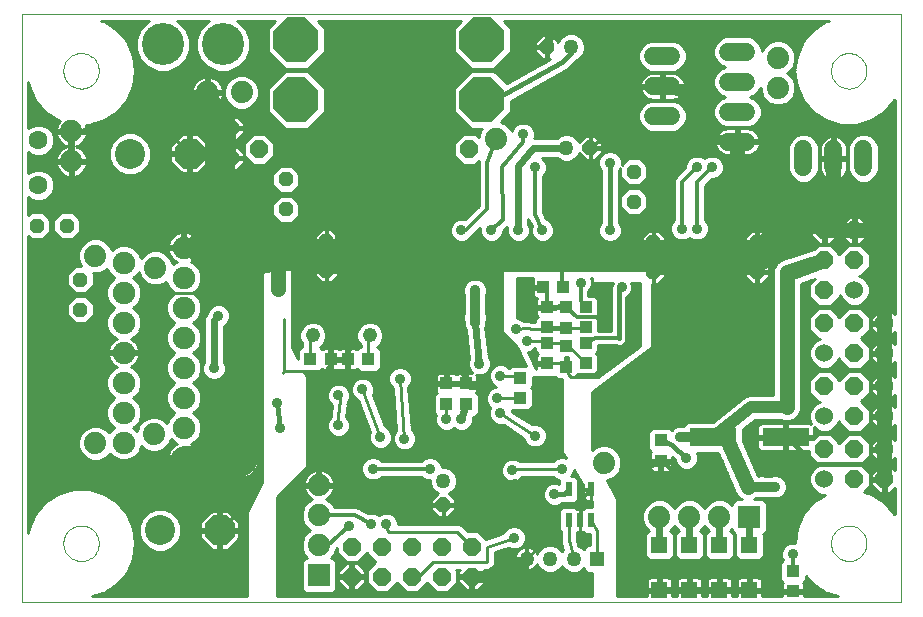
<source format=gbl>
G75*
%MOIN*%
%OFA0B0*%
%FSLAX24Y24*%
%IPPOS*%
%LPD*%
%AMOC8*
5,1,8,0,0,1.08239X$1,22.5*
%
%ADD10C,0.0000*%
%ADD11C,0.0480*%
%ADD12R,0.0413X0.0425*%
%ADD13OC8,0.0500*%
%ADD14C,0.0500*%
%ADD15C,0.1000*%
%ADD16OC8,0.1000*%
%ADD17OC8,0.0600*%
%ADD18R,0.0394X0.0433*%
%ADD19OC8,0.1500*%
%ADD20C,0.0600*%
%ADD21C,0.0740*%
%ADD22C,0.0600*%
%ADD23R,0.0425X0.0413*%
%ADD24R,0.0433X0.0394*%
%ADD25R,0.0740X0.0740*%
%ADD26OC8,0.0480*%
%ADD27R,0.0551X0.0551*%
%ADD28R,0.0500X0.0500*%
%ADD29C,0.0748*%
%ADD30R,0.0217X0.0472*%
%ADD31C,0.0630*%
%ADD32C,0.1400*%
%ADD33R,0.1575X0.0630*%
%ADD34C,0.0500*%
%ADD35C,0.0356*%
%ADD36C,0.0100*%
%ADD37C,0.0240*%
%ADD38C,0.0320*%
%ADD39C,0.0160*%
%ADD40C,0.1000*%
%ADD41C,0.0120*%
%ADD42C,0.0400*%
D10*
X000150Y004729D02*
X000150Y024329D01*
X029450Y024329D01*
X029450Y004729D01*
X000150Y004729D01*
X001528Y006697D02*
X001530Y006745D01*
X001536Y006793D01*
X001546Y006840D01*
X001559Y006886D01*
X001577Y006931D01*
X001597Y006975D01*
X001622Y007017D01*
X001650Y007056D01*
X001680Y007093D01*
X001714Y007127D01*
X001751Y007159D01*
X001789Y007188D01*
X001830Y007213D01*
X001873Y007235D01*
X001918Y007253D01*
X001964Y007267D01*
X002011Y007278D01*
X002059Y007285D01*
X002107Y007288D01*
X002155Y007287D01*
X002203Y007282D01*
X002251Y007273D01*
X002297Y007261D01*
X002342Y007244D01*
X002386Y007224D01*
X002428Y007201D01*
X002468Y007174D01*
X002506Y007144D01*
X002541Y007111D01*
X002573Y007075D01*
X002603Y007037D01*
X002629Y006996D01*
X002651Y006953D01*
X002671Y006909D01*
X002686Y006864D01*
X002698Y006817D01*
X002706Y006769D01*
X002710Y006721D01*
X002710Y006673D01*
X002706Y006625D01*
X002698Y006577D01*
X002686Y006530D01*
X002671Y006485D01*
X002651Y006441D01*
X002629Y006398D01*
X002603Y006357D01*
X002573Y006319D01*
X002541Y006283D01*
X002506Y006250D01*
X002468Y006220D01*
X002428Y006193D01*
X002386Y006170D01*
X002342Y006150D01*
X002297Y006133D01*
X002251Y006121D01*
X002203Y006112D01*
X002155Y006107D01*
X002107Y006106D01*
X002059Y006109D01*
X002011Y006116D01*
X001964Y006127D01*
X001918Y006141D01*
X001873Y006159D01*
X001830Y006181D01*
X001789Y006206D01*
X001751Y006235D01*
X001714Y006267D01*
X001680Y006301D01*
X001650Y006338D01*
X001622Y006377D01*
X001597Y006419D01*
X001577Y006463D01*
X001559Y006508D01*
X001546Y006554D01*
X001536Y006601D01*
X001530Y006649D01*
X001528Y006697D01*
X001528Y022445D02*
X001530Y022493D01*
X001536Y022541D01*
X001546Y022588D01*
X001559Y022634D01*
X001577Y022679D01*
X001597Y022723D01*
X001622Y022765D01*
X001650Y022804D01*
X001680Y022841D01*
X001714Y022875D01*
X001751Y022907D01*
X001789Y022936D01*
X001830Y022961D01*
X001873Y022983D01*
X001918Y023001D01*
X001964Y023015D01*
X002011Y023026D01*
X002059Y023033D01*
X002107Y023036D01*
X002155Y023035D01*
X002203Y023030D01*
X002251Y023021D01*
X002297Y023009D01*
X002342Y022992D01*
X002386Y022972D01*
X002428Y022949D01*
X002468Y022922D01*
X002506Y022892D01*
X002541Y022859D01*
X002573Y022823D01*
X002603Y022785D01*
X002629Y022744D01*
X002651Y022701D01*
X002671Y022657D01*
X002686Y022612D01*
X002698Y022565D01*
X002706Y022517D01*
X002710Y022469D01*
X002710Y022421D01*
X002706Y022373D01*
X002698Y022325D01*
X002686Y022278D01*
X002671Y022233D01*
X002651Y022189D01*
X002629Y022146D01*
X002603Y022105D01*
X002573Y022067D01*
X002541Y022031D01*
X002506Y021998D01*
X002468Y021968D01*
X002428Y021941D01*
X002386Y021918D01*
X002342Y021898D01*
X002297Y021881D01*
X002251Y021869D01*
X002203Y021860D01*
X002155Y021855D01*
X002107Y021854D01*
X002059Y021857D01*
X002011Y021864D01*
X001964Y021875D01*
X001918Y021889D01*
X001873Y021907D01*
X001830Y021929D01*
X001789Y021954D01*
X001751Y021983D01*
X001714Y022015D01*
X001680Y022049D01*
X001650Y022086D01*
X001622Y022125D01*
X001597Y022167D01*
X001577Y022211D01*
X001559Y022256D01*
X001546Y022302D01*
X001536Y022349D01*
X001530Y022397D01*
X001528Y022445D01*
X027118Y022445D02*
X027120Y022493D01*
X027126Y022541D01*
X027136Y022588D01*
X027149Y022634D01*
X027167Y022679D01*
X027187Y022723D01*
X027212Y022765D01*
X027240Y022804D01*
X027270Y022841D01*
X027304Y022875D01*
X027341Y022907D01*
X027379Y022936D01*
X027420Y022961D01*
X027463Y022983D01*
X027508Y023001D01*
X027554Y023015D01*
X027601Y023026D01*
X027649Y023033D01*
X027697Y023036D01*
X027745Y023035D01*
X027793Y023030D01*
X027841Y023021D01*
X027887Y023009D01*
X027932Y022992D01*
X027976Y022972D01*
X028018Y022949D01*
X028058Y022922D01*
X028096Y022892D01*
X028131Y022859D01*
X028163Y022823D01*
X028193Y022785D01*
X028219Y022744D01*
X028241Y022701D01*
X028261Y022657D01*
X028276Y022612D01*
X028288Y022565D01*
X028296Y022517D01*
X028300Y022469D01*
X028300Y022421D01*
X028296Y022373D01*
X028288Y022325D01*
X028276Y022278D01*
X028261Y022233D01*
X028241Y022189D01*
X028219Y022146D01*
X028193Y022105D01*
X028163Y022067D01*
X028131Y022031D01*
X028096Y021998D01*
X028058Y021968D01*
X028018Y021941D01*
X027976Y021918D01*
X027932Y021898D01*
X027887Y021881D01*
X027841Y021869D01*
X027793Y021860D01*
X027745Y021855D01*
X027697Y021854D01*
X027649Y021857D01*
X027601Y021864D01*
X027554Y021875D01*
X027508Y021889D01*
X027463Y021907D01*
X027420Y021929D01*
X027379Y021954D01*
X027341Y021983D01*
X027304Y022015D01*
X027270Y022049D01*
X027240Y022086D01*
X027212Y022125D01*
X027187Y022167D01*
X027167Y022211D01*
X027149Y022256D01*
X027136Y022302D01*
X027126Y022349D01*
X027120Y022397D01*
X027118Y022445D01*
X027118Y006697D02*
X027120Y006745D01*
X027126Y006793D01*
X027136Y006840D01*
X027149Y006886D01*
X027167Y006931D01*
X027187Y006975D01*
X027212Y007017D01*
X027240Y007056D01*
X027270Y007093D01*
X027304Y007127D01*
X027341Y007159D01*
X027379Y007188D01*
X027420Y007213D01*
X027463Y007235D01*
X027508Y007253D01*
X027554Y007267D01*
X027601Y007278D01*
X027649Y007285D01*
X027697Y007288D01*
X027745Y007287D01*
X027793Y007282D01*
X027841Y007273D01*
X027887Y007261D01*
X027932Y007244D01*
X027976Y007224D01*
X028018Y007201D01*
X028058Y007174D01*
X028096Y007144D01*
X028131Y007111D01*
X028163Y007075D01*
X028193Y007037D01*
X028219Y006996D01*
X028241Y006953D01*
X028261Y006909D01*
X028276Y006864D01*
X028288Y006817D01*
X028296Y006769D01*
X028300Y006721D01*
X028300Y006673D01*
X028296Y006625D01*
X028288Y006577D01*
X028276Y006530D01*
X028261Y006485D01*
X028241Y006441D01*
X028219Y006398D01*
X028193Y006357D01*
X028163Y006319D01*
X028131Y006283D01*
X028096Y006250D01*
X028058Y006220D01*
X028018Y006193D01*
X027976Y006170D01*
X027932Y006150D01*
X027887Y006133D01*
X027841Y006121D01*
X027793Y006112D01*
X027745Y006107D01*
X027697Y006106D01*
X027649Y006109D01*
X027601Y006116D01*
X027554Y006127D01*
X027508Y006141D01*
X027463Y006159D01*
X027420Y006181D01*
X027379Y006206D01*
X027341Y006235D01*
X027304Y006267D01*
X027270Y006301D01*
X027240Y006338D01*
X027212Y006377D01*
X027187Y006419D01*
X027167Y006463D01*
X027149Y006508D01*
X027136Y006554D01*
X027126Y006601D01*
X027120Y006649D01*
X027118Y006697D01*
D11*
X011750Y013629D03*
X009850Y013629D03*
D12*
X009756Y012829D03*
X010444Y012829D03*
X011006Y012829D03*
X011694Y012829D03*
D13*
X014200Y007979D03*
X019100Y019879D03*
X017650Y023229D03*
D14*
X018450Y023229D03*
X018300Y019879D03*
X014200Y008779D03*
X016969Y006179D03*
X017756Y006179D03*
X018544Y006179D03*
D15*
X004750Y007129D03*
X003750Y019679D03*
D16*
X005750Y019679D03*
X006750Y007129D03*
D17*
X011150Y006579D03*
X012150Y006579D03*
X013150Y006579D03*
X014150Y006579D03*
X015150Y006579D03*
X015150Y005579D03*
X014150Y005579D03*
X013150Y005579D03*
X012150Y005579D03*
X011150Y005579D03*
X026900Y009829D03*
X027900Y009829D03*
X028900Y009829D03*
X028900Y008829D03*
X027900Y008829D03*
X027900Y010929D03*
X028900Y010929D03*
X028900Y011929D03*
X027900Y011929D03*
X026900Y011929D03*
X027900Y013029D03*
X028900Y013029D03*
X028900Y014029D03*
X027900Y014029D03*
X026900Y014029D03*
X026900Y015129D03*
X026900Y016129D03*
X027900Y016129D03*
X027900Y017129D03*
X026900Y017129D03*
X015050Y019829D03*
X008050Y019829D03*
D18*
X017515Y015229D03*
X018185Y015229D03*
D19*
X015500Y021479D03*
X015500Y023479D03*
X009300Y023479D03*
X009300Y021479D03*
D20*
X021200Y021929D02*
X021800Y021929D01*
X021800Y022929D02*
X021200Y022929D01*
X021200Y020929D02*
X021800Y020929D01*
X023700Y021079D02*
X024300Y021079D01*
X024300Y022079D02*
X023700Y022079D01*
X023700Y023079D02*
X024300Y023079D01*
X024300Y020079D02*
X023700Y020079D01*
X026200Y019829D02*
X026200Y019229D01*
X027200Y019229D02*
X027200Y019829D01*
X028200Y019829D02*
X028200Y019229D01*
D21*
X025350Y021879D03*
X025350Y022879D03*
X015950Y020179D03*
X015650Y016229D03*
X019550Y009379D03*
X021400Y007579D03*
X022400Y007579D03*
X023400Y007579D03*
X010050Y007629D03*
X010050Y008629D03*
X010050Y006629D03*
X007500Y009429D03*
X004550Y010329D03*
X002600Y010029D03*
X004600Y015879D03*
X002600Y016279D03*
X001800Y019429D03*
X001800Y020429D03*
X006330Y021729D03*
X007470Y021729D03*
X006650Y016579D03*
D22*
X026900Y013029D03*
X027900Y015129D03*
X026900Y010929D03*
X026900Y008829D03*
D23*
X021450Y009434D03*
X021450Y010123D03*
X018300Y012584D03*
X018300Y013273D03*
X018300Y013884D03*
X018300Y014573D03*
X014950Y012023D03*
X014300Y012023D03*
X014300Y011334D03*
X014950Y011334D03*
D24*
X016750Y011544D03*
X016750Y012213D03*
X017650Y012694D03*
X017650Y013363D03*
X017650Y013894D03*
X017650Y014563D03*
X018950Y014563D03*
X018950Y013894D03*
X018950Y013363D03*
X018950Y012694D03*
X025850Y005763D03*
X025850Y005094D03*
D25*
X024400Y007579D03*
X010050Y005629D03*
D26*
X002100Y014479D03*
X002100Y015479D03*
X001650Y017279D03*
X000650Y017279D03*
X007150Y019529D03*
X007150Y020529D03*
X008950Y018829D03*
X008950Y017829D03*
X010300Y016779D03*
X010300Y015779D03*
X020550Y018079D03*
X020550Y019079D03*
X021200Y016729D03*
X021200Y015729D03*
X024650Y015729D03*
X024650Y016729D03*
D27*
X024400Y006627D03*
X023400Y006627D03*
X022400Y006627D03*
X021400Y006627D03*
X021400Y005131D03*
X022400Y005131D03*
X023400Y005131D03*
X024400Y005131D03*
D28*
X019331Y006179D03*
D29*
X005541Y009552D03*
X005541Y010552D03*
X005541Y011552D03*
X005541Y012552D03*
X005541Y013552D03*
X005541Y014552D03*
X005541Y015552D03*
X005541Y016552D03*
X003541Y016052D03*
X003541Y015052D03*
X003541Y014052D03*
X003541Y013052D03*
X003541Y012052D03*
X003541Y011052D03*
X003541Y010052D03*
D30*
X018376Y008491D03*
X019124Y008491D03*
X019124Y007467D03*
X018750Y007467D03*
X018376Y007467D03*
D31*
X000700Y018629D03*
X000700Y020129D03*
D32*
X004850Y023329D03*
X006850Y023329D03*
D33*
X023199Y010229D03*
X025601Y010229D03*
D34*
X025650Y011229D02*
X025650Y015679D01*
X026900Y016129D01*
X025650Y015729D01*
X026150Y015879D01*
X026900Y017129D02*
X027250Y017179D01*
X027162Y018226D01*
X027200Y019529D01*
X026900Y017129D02*
X027900Y017129D01*
X028700Y017129D01*
X028900Y016579D01*
X028900Y014029D01*
X028900Y013029D01*
X028900Y011929D01*
X028900Y010929D01*
X028900Y009829D01*
X028900Y009329D01*
X028900Y008829D01*
X024350Y008579D02*
X023700Y010079D01*
X024000Y015729D02*
X024000Y020079D01*
X008700Y016273D02*
X008700Y015179D01*
X006100Y016529D02*
X006100Y016552D01*
X005541Y016552D01*
X005541Y009552D02*
X006100Y009552D01*
X005600Y009429D01*
D35*
X008650Y011379D03*
X008750Y010529D03*
X010700Y010629D03*
X010800Y009779D03*
X011850Y009179D03*
X012100Y010229D03*
X012900Y010179D03*
X013750Y009179D03*
X015400Y009329D03*
X016500Y009129D03*
X016600Y008679D03*
X017300Y008779D03*
X017900Y008329D03*
X018150Y009179D03*
X017250Y010279D03*
X016100Y011029D03*
X016000Y011529D03*
X016100Y012279D03*
X015400Y012679D03*
X014850Y012629D03*
X014400Y012629D03*
X013500Y013229D03*
X013050Y013229D03*
X012750Y012179D03*
X011500Y011829D03*
X010700Y011629D03*
X012800Y014429D03*
X013150Y016029D03*
X013100Y016579D03*
X014800Y017129D03*
X015800Y017129D03*
X016700Y017129D03*
X017500Y017129D03*
X018800Y015379D03*
X019250Y015079D03*
X019650Y014629D03*
X020150Y015229D03*
X019750Y017129D03*
X022150Y017179D03*
X022650Y017179D03*
X022650Y019229D03*
X023150Y019229D03*
X019750Y019379D03*
X017250Y019229D03*
X016850Y020329D03*
X019150Y023729D03*
X022150Y023729D03*
X026300Y023879D03*
X026150Y015879D03*
X025650Y015729D03*
X024650Y013229D03*
X024500Y011979D03*
X022100Y010229D03*
X022300Y009529D03*
X022850Y009279D03*
X024350Y008579D03*
X024800Y008579D03*
X025250Y008579D03*
X025850Y006329D03*
X020600Y007879D03*
X020600Y008279D03*
X020200Y008279D03*
X020200Y007879D03*
X017400Y007129D03*
X016550Y006879D03*
X012300Y007329D03*
X011800Y007329D03*
X011050Y007279D03*
X014300Y010829D03*
X014800Y010829D03*
X017000Y013429D03*
X016620Y013849D03*
X015250Y014229D03*
X015250Y015129D03*
X019600Y012629D03*
X021800Y012979D03*
X011150Y019229D03*
X008700Y015179D03*
X006700Y014279D03*
X006550Y012529D03*
X004650Y013779D03*
X011650Y023579D03*
D36*
X010260Y023542D02*
X014540Y023542D01*
X014540Y023444D02*
X010260Y023444D01*
X010260Y023345D02*
X014540Y023345D01*
X014540Y023247D02*
X010260Y023247D01*
X010260Y023148D02*
X014540Y023148D01*
X014540Y023081D02*
X015102Y022519D01*
X015898Y022519D01*
X016460Y023081D01*
X016460Y023876D01*
X016218Y024119D01*
X027049Y024119D01*
X026957Y024092D01*
X026524Y023813D01*
X026186Y023424D01*
X026186Y023424D01*
X025972Y022955D01*
X025899Y022445D01*
X025972Y021935D01*
X026186Y021467D01*
X026524Y021077D01*
X026957Y020799D01*
X026957Y020799D01*
X027451Y020654D01*
X027967Y020654D01*
X028461Y020799D01*
X028894Y021077D01*
X028894Y021077D01*
X028894Y021077D01*
X029232Y021467D01*
X029240Y021485D01*
X029240Y014325D01*
X029086Y014479D01*
X028950Y014479D01*
X028950Y014079D01*
X028850Y014079D01*
X028850Y014479D01*
X028714Y014479D01*
X028450Y014215D01*
X028450Y014079D01*
X028850Y014079D01*
X028850Y013979D01*
X028450Y013979D01*
X028450Y013842D01*
X028714Y013579D01*
X028850Y013579D01*
X028850Y013979D01*
X028950Y013979D01*
X028950Y013579D01*
X029086Y013579D01*
X029240Y013732D01*
X029240Y013325D01*
X029086Y013479D01*
X028950Y013479D01*
X028950Y013079D01*
X028850Y013079D01*
X028850Y013479D01*
X028714Y013479D01*
X028450Y013215D01*
X028450Y013079D01*
X028850Y013079D01*
X028850Y012979D01*
X028450Y012979D01*
X028450Y012842D01*
X028714Y012579D01*
X028850Y012579D01*
X028850Y012979D01*
X028950Y012979D01*
X028950Y012579D01*
X029086Y012579D01*
X029240Y012732D01*
X029240Y012225D01*
X029086Y012379D01*
X028950Y012379D01*
X028950Y011979D01*
X028850Y011979D01*
X028850Y012379D01*
X028714Y012379D01*
X028450Y012115D01*
X028450Y011979D01*
X028850Y011979D01*
X028850Y011879D01*
X028450Y011879D01*
X028450Y011742D01*
X028714Y011479D01*
X028850Y011479D01*
X028850Y011879D01*
X028950Y011879D01*
X028950Y011479D01*
X029086Y011479D01*
X029240Y011632D01*
X029240Y011225D01*
X029086Y011379D01*
X028950Y011379D01*
X028950Y010979D01*
X028850Y010979D01*
X028850Y011379D01*
X028714Y011379D01*
X028450Y011115D01*
X028450Y010979D01*
X028850Y010979D01*
X028850Y010879D01*
X028450Y010879D01*
X028450Y010742D01*
X028714Y010479D01*
X028850Y010479D01*
X028850Y010879D01*
X028950Y010879D01*
X028950Y010479D01*
X029086Y010479D01*
X029240Y010632D01*
X029240Y010125D01*
X029086Y010279D01*
X028950Y010279D01*
X028950Y009879D01*
X028850Y009879D01*
X028850Y010279D01*
X028714Y010279D01*
X028450Y010015D01*
X028450Y009879D01*
X028850Y009879D01*
X028850Y009779D01*
X028450Y009779D01*
X028450Y009642D01*
X028714Y009379D01*
X028850Y009379D01*
X028850Y009779D01*
X028950Y009779D01*
X028950Y009379D01*
X029086Y009379D01*
X029240Y009532D01*
X029240Y009125D01*
X029086Y009279D01*
X028950Y009279D01*
X028950Y008879D01*
X028850Y008879D01*
X028850Y009279D01*
X028714Y009279D01*
X028450Y009015D01*
X028450Y008879D01*
X028850Y008879D01*
X028850Y008779D01*
X028450Y008779D01*
X028450Y008642D01*
X028714Y008379D01*
X028850Y008379D01*
X028850Y008779D01*
X028950Y008779D01*
X028950Y008379D01*
X029086Y008379D01*
X029240Y008532D01*
X029240Y007658D01*
X029232Y007676D01*
X028894Y008065D01*
X028461Y008344D01*
X028461Y008344D01*
X028210Y008417D01*
X028410Y008618D01*
X028410Y009040D01*
X028121Y009329D01*
X028410Y009618D01*
X028410Y010040D01*
X028111Y010339D01*
X027689Y010339D01*
X027400Y010050D01*
X027111Y010339D01*
X026689Y010339D01*
X026529Y010179D01*
X025651Y010179D01*
X025651Y010279D01*
X025551Y010279D01*
X025551Y010694D01*
X024794Y010694D01*
X024755Y010684D01*
X024721Y010664D01*
X024693Y010636D01*
X024674Y010602D01*
X024663Y010564D01*
X024663Y010279D01*
X025551Y010279D01*
X025551Y010179D01*
X025651Y010179D01*
X025651Y009764D01*
X026390Y009764D01*
X026390Y009618D01*
X026689Y009319D01*
X026750Y009319D01*
X026611Y009261D01*
X026468Y009118D01*
X026390Y008930D01*
X026390Y008727D01*
X026468Y008540D01*
X026611Y008396D01*
X026799Y008319D01*
X026918Y008319D01*
X026524Y008065D01*
X026186Y007676D01*
X026186Y007676D01*
X025972Y007207D01*
X025902Y006717D01*
X025773Y006717D01*
X025630Y006658D01*
X025521Y006549D01*
X025462Y006406D01*
X025462Y006252D01*
X025510Y006134D01*
X025423Y006047D01*
X025423Y005480D01*
X025517Y005386D01*
X025513Y005383D01*
X025494Y005349D01*
X025483Y005311D01*
X025483Y005143D01*
X025802Y005143D01*
X025802Y005046D01*
X025483Y005046D01*
X025483Y004939D01*
X024826Y004939D01*
X024826Y005081D01*
X024450Y005081D01*
X024450Y005181D01*
X024350Y005181D01*
X024350Y005556D01*
X024105Y005556D01*
X024067Y005546D01*
X024032Y005526D01*
X024004Y005498D01*
X023985Y005464D01*
X023974Y005426D01*
X023974Y005181D01*
X024350Y005181D01*
X024350Y005081D01*
X023974Y005081D01*
X023974Y004939D01*
X023826Y004939D01*
X023826Y005081D01*
X023450Y005081D01*
X023450Y005181D01*
X023350Y005181D01*
X023350Y005556D01*
X023105Y005556D01*
X023067Y005546D01*
X023032Y005526D01*
X023004Y005498D01*
X022985Y005464D01*
X022974Y005426D01*
X022974Y005181D01*
X023350Y005181D01*
X023350Y005081D01*
X022974Y005081D01*
X022974Y004939D01*
X022826Y004939D01*
X022826Y005081D01*
X022450Y005081D01*
X022450Y005181D01*
X022350Y005181D01*
X022350Y005556D01*
X022105Y005556D01*
X022067Y005546D01*
X022032Y005526D01*
X022004Y005498D01*
X021985Y005464D01*
X021974Y005426D01*
X021974Y005181D01*
X022350Y005181D01*
X022350Y005081D01*
X021974Y005081D01*
X021974Y004939D01*
X021826Y004939D01*
X021826Y005081D01*
X021450Y005081D01*
X021450Y005181D01*
X021350Y005181D01*
X021350Y005556D01*
X021105Y005556D01*
X021067Y005546D01*
X021032Y005526D01*
X021004Y005498D01*
X020985Y005464D01*
X020974Y005426D01*
X020974Y005181D01*
X021350Y005181D01*
X021350Y005081D01*
X020974Y005081D01*
X020974Y004939D01*
X020000Y004939D01*
X020000Y008179D01*
X019660Y008799D01*
X019665Y008799D01*
X019879Y008887D01*
X020042Y009050D01*
X020130Y009263D01*
X020130Y009494D01*
X020042Y009707D01*
X019879Y009870D01*
X019665Y009959D01*
X019435Y009959D01*
X019221Y009870D01*
X019150Y009799D01*
X019150Y011729D01*
X021150Y013229D01*
X021150Y015339D01*
X021170Y015339D01*
X021170Y015699D01*
X021230Y015699D01*
X021230Y015759D01*
X021170Y015759D01*
X021170Y016119D01*
X021150Y016119D01*
X021150Y016229D01*
X016150Y016229D01*
X016150Y016179D01*
X015700Y016179D01*
X015700Y016279D01*
X015600Y016279D01*
X015600Y016747D01*
X015528Y016736D01*
X015450Y016711D01*
X015377Y016674D01*
X015311Y016625D01*
X015253Y016568D01*
X015205Y016501D01*
X015168Y016428D01*
X015143Y016351D01*
X015131Y016279D01*
X015600Y016279D01*
X015600Y016179D01*
X015131Y016179D01*
X015143Y016107D01*
X015168Y016029D01*
X015205Y015956D01*
X015253Y015890D01*
X015311Y015832D01*
X015377Y015784D01*
X015450Y015747D01*
X015528Y015722D01*
X015600Y015710D01*
X015600Y016179D01*
X015700Y016179D01*
X015700Y015710D01*
X015772Y015722D01*
X015850Y015747D01*
X015923Y015784D01*
X015989Y015832D01*
X016047Y015890D01*
X016095Y015956D01*
X016132Y016029D01*
X016150Y016085D01*
X016150Y013729D01*
X016650Y013229D01*
X016954Y012620D01*
X016446Y012620D01*
X016377Y012551D01*
X016320Y012608D01*
X016177Y012667D01*
X016023Y012667D01*
X015880Y012608D01*
X015771Y012499D01*
X015712Y012356D01*
X015712Y012202D01*
X015771Y012059D01*
X015880Y011950D01*
X015960Y011917D01*
X015923Y011917D01*
X015780Y011858D01*
X015671Y011749D01*
X015612Y011606D01*
X015612Y011452D01*
X015671Y011309D01*
X015759Y011221D01*
X015712Y011106D01*
X015712Y010952D01*
X015771Y010809D01*
X015880Y010700D01*
X016023Y010641D01*
X016177Y010641D01*
X016203Y010651D01*
X016862Y010222D01*
X016862Y010202D01*
X016921Y010059D01*
X017030Y009950D01*
X017173Y009891D01*
X017327Y009891D01*
X017470Y009950D01*
X017579Y010059D01*
X017638Y010202D01*
X017638Y010356D01*
X017579Y010499D01*
X017470Y010608D01*
X017327Y010667D01*
X017173Y010667D01*
X017147Y010656D01*
X016488Y011086D01*
X016488Y011106D01*
X016475Y011137D01*
X017054Y011137D01*
X017177Y011260D01*
X017177Y011828D01*
X017126Y011879D01*
X017177Y011930D01*
X017177Y012229D01*
X017939Y012229D01*
X018000Y012168D01*
X018143Y012168D01*
X018150Y012161D01*
X018150Y009729D01*
X018270Y009549D01*
X018227Y009567D01*
X018073Y009567D01*
X017930Y009508D01*
X017861Y009439D01*
X016739Y009439D01*
X016720Y009458D01*
X016577Y009517D01*
X016423Y009517D01*
X016280Y009458D01*
X016171Y009349D01*
X016112Y009206D01*
X016112Y009052D01*
X016171Y008909D01*
X016280Y008800D01*
X016423Y008741D01*
X016577Y008741D01*
X016720Y008800D01*
X016829Y008909D01*
X016833Y008919D01*
X017861Y008919D01*
X017930Y008850D01*
X018058Y008797D01*
X018058Y008684D01*
X017977Y008717D01*
X017823Y008717D01*
X017680Y008658D01*
X017571Y008549D01*
X017512Y008406D01*
X017512Y008252D01*
X017571Y008109D01*
X017680Y008000D01*
X017823Y007941D01*
X017977Y007941D01*
X018120Y008000D01*
X018159Y008039D01*
X018272Y008039D01*
X018285Y008044D01*
X018571Y008044D01*
X018694Y008167D01*
X018694Y008814D01*
X018571Y008937D01*
X018457Y008937D01*
X018479Y008959D01*
X018538Y009102D01*
X018538Y009147D01*
X018866Y008655D01*
X018866Y008495D01*
X018973Y008495D01*
X018978Y008486D01*
X018866Y008486D01*
X018866Y008235D01*
X018876Y008196D01*
X018896Y008162D01*
X018924Y008134D01*
X018958Y008115D01*
X018996Y008104D01*
X019120Y008104D01*
X019120Y008274D01*
X019128Y008262D01*
X019128Y008104D01*
X019150Y008104D01*
X019150Y007913D01*
X018929Y007913D01*
X018869Y007853D01*
X018754Y007853D01*
X018754Y007471D01*
X018746Y007471D01*
X018746Y007853D01*
X018631Y007853D01*
X018571Y007913D01*
X018181Y007913D01*
X018058Y007790D01*
X018058Y007144D01*
X018116Y007086D01*
X018116Y006813D01*
X018112Y006778D01*
X018116Y006762D01*
X018116Y006745D01*
X018129Y006712D01*
X018193Y006479D01*
X018154Y006439D01*
X018150Y006430D01*
X018146Y006439D01*
X018017Y006569D01*
X017848Y006639D01*
X017665Y006639D01*
X017496Y006569D01*
X017366Y006439D01*
X017330Y006352D01*
X017323Y006368D01*
X017280Y006434D01*
X017224Y006489D01*
X017158Y006533D01*
X017086Y006563D01*
X017008Y006579D01*
X016998Y006579D01*
X016998Y006208D01*
X016940Y006208D01*
X016940Y006579D01*
X016930Y006579D01*
X016852Y006563D01*
X016779Y006533D01*
X016714Y006489D01*
X016658Y006434D01*
X016614Y006368D01*
X016584Y006295D01*
X016569Y006218D01*
X016569Y006208D01*
X016940Y006208D01*
X016940Y006150D01*
X016569Y006150D01*
X016569Y006139D01*
X016584Y006062D01*
X016614Y005989D01*
X016658Y005924D01*
X016714Y005868D01*
X016779Y005824D01*
X016852Y005794D01*
X016930Y005779D01*
X016940Y005779D01*
X016940Y006150D01*
X016998Y006150D01*
X016998Y005779D01*
X017008Y005779D01*
X017086Y005794D01*
X017158Y005824D01*
X017224Y005868D01*
X017280Y005924D01*
X017323Y005989D01*
X017330Y006006D01*
X017366Y005918D01*
X017496Y005789D01*
X017665Y005719D01*
X017848Y005719D01*
X018017Y005789D01*
X018146Y005918D01*
X018150Y005927D01*
X018154Y005918D01*
X018283Y005789D01*
X018452Y005719D01*
X018635Y005719D01*
X018804Y005789D01*
X018871Y005856D01*
X018871Y005842D01*
X018994Y005719D01*
X019150Y005719D01*
X019150Y004939D01*
X008650Y004939D01*
X008650Y008229D01*
X009650Y009229D01*
X009650Y012229D01*
X009561Y012406D01*
X010049Y012406D01*
X010142Y012499D01*
X010146Y012496D01*
X010180Y012476D01*
X010218Y012466D01*
X010394Y012466D01*
X010394Y012779D01*
X010494Y012779D01*
X010494Y012466D01*
X010671Y012466D01*
X010709Y012476D01*
X010725Y012486D01*
X010741Y012476D01*
X010779Y012466D01*
X010956Y012466D01*
X010956Y012779D01*
X011056Y012779D01*
X011056Y012466D01*
X011232Y012466D01*
X011270Y012476D01*
X011304Y012496D01*
X011308Y012499D01*
X011401Y012406D01*
X011988Y012406D01*
X012111Y012529D01*
X012111Y013128D01*
X011996Y013244D01*
X012005Y013247D01*
X012131Y013374D01*
X012200Y013539D01*
X012200Y013718D01*
X012131Y013884D01*
X012005Y014010D01*
X011840Y014079D01*
X011660Y014079D01*
X011495Y014010D01*
X011369Y013884D01*
X011300Y013718D01*
X011300Y013539D01*
X011369Y013374D01*
X011434Y013308D01*
X011434Y013251D01*
X011401Y013251D01*
X011308Y013158D01*
X011304Y013161D01*
X011270Y013181D01*
X011232Y013191D01*
X011056Y013191D01*
X011056Y012879D01*
X010956Y012879D01*
X010956Y013191D01*
X010779Y013191D01*
X010741Y013181D01*
X010725Y013172D01*
X010709Y013181D01*
X010671Y013191D01*
X010494Y013191D01*
X010494Y012879D01*
X010394Y012879D01*
X010394Y013191D01*
X010218Y013191D01*
X010180Y013181D01*
X010146Y013161D01*
X010142Y013158D01*
X010068Y013232D01*
X010105Y013247D01*
X010231Y013374D01*
X010300Y013539D01*
X010300Y013718D01*
X010231Y013884D01*
X010105Y014010D01*
X009940Y014079D01*
X009760Y014079D01*
X009595Y014010D01*
X009469Y013884D01*
X009400Y013718D01*
X009400Y013539D01*
X009469Y013374D01*
X009496Y013347D01*
X009496Y013251D01*
X009462Y013251D01*
X009339Y013128D01*
X009339Y012851D01*
X009150Y013229D01*
X009150Y016229D01*
X008150Y016229D01*
X008150Y008729D01*
X007650Y007729D01*
X007650Y004939D01*
X002489Y004939D01*
X002870Y005051D01*
X002870Y005051D01*
X003304Y005329D01*
X003304Y005329D01*
X003304Y005329D01*
X003641Y005719D01*
X003855Y006187D01*
X003855Y006187D01*
X003928Y006697D01*
X003855Y007207D01*
X003641Y007676D01*
X003304Y008065D01*
X002870Y008344D01*
X002376Y008489D01*
X001861Y008489D01*
X001367Y008344D01*
X001367Y008344D01*
X000933Y008065D01*
X000596Y007676D01*
X000382Y007207D01*
X000360Y007055D01*
X000360Y016932D01*
X000464Y016829D01*
X000836Y016829D01*
X001100Y017092D01*
X001100Y017465D01*
X000836Y017729D01*
X000464Y017729D01*
X000360Y017625D01*
X000360Y018226D01*
X000403Y018184D01*
X000596Y018104D01*
X000804Y018104D01*
X000997Y018184D01*
X001145Y018331D01*
X001225Y018524D01*
X001225Y018733D01*
X001145Y018926D01*
X000997Y019074D01*
X000804Y019154D01*
X000596Y019154D01*
X000403Y019074D01*
X000360Y019031D01*
X000360Y019726D01*
X000403Y019684D01*
X000596Y019604D01*
X000804Y019604D01*
X000997Y019684D01*
X001145Y019831D01*
X001225Y020024D01*
X001225Y020233D01*
X001145Y020426D01*
X000997Y020574D01*
X000804Y020654D01*
X000596Y020654D01*
X000403Y020574D01*
X000360Y020531D01*
X000360Y022087D01*
X000382Y021935D01*
X000596Y021467D01*
X000933Y021077D01*
X001367Y020799D01*
X001367Y020799D01*
X001419Y020783D01*
X001403Y020768D01*
X001355Y020701D01*
X001318Y020628D01*
X001293Y020551D01*
X001281Y020479D01*
X001750Y020479D01*
X001750Y020379D01*
X001281Y020379D01*
X001293Y020307D01*
X001318Y020229D01*
X001355Y020156D01*
X001403Y020090D01*
X001461Y020032D01*
X001527Y019984D01*
X001600Y019947D01*
X001656Y019929D01*
X001600Y019911D01*
X001527Y019874D01*
X001461Y019825D01*
X001403Y019768D01*
X001355Y019701D01*
X001014Y019701D01*
X001113Y019799D02*
X001435Y019799D01*
X001355Y019701D02*
X001318Y019628D01*
X001293Y019551D01*
X001281Y019479D01*
X001750Y019479D01*
X001750Y019947D01*
X001750Y020379D01*
X001850Y020379D01*
X001850Y020479D01*
X002319Y020479D01*
X002307Y020551D01*
X002282Y020628D01*
X002269Y020654D01*
X002376Y020654D01*
X002870Y020799D01*
X002870Y020799D01*
X003304Y021077D01*
X003304Y021077D01*
X003304Y021077D01*
X003641Y021467D01*
X003855Y021935D01*
X003855Y021935D01*
X003928Y022445D01*
X003855Y022955D01*
X003641Y023424D01*
X003304Y023813D01*
X002870Y024092D01*
X002778Y024119D01*
X004379Y024119D01*
X004335Y024100D01*
X004079Y023844D01*
X003940Y023510D01*
X003940Y023148D01*
X004079Y022813D01*
X004335Y022557D01*
X004669Y022419D01*
X005031Y022419D01*
X005365Y022557D01*
X005621Y022813D01*
X005760Y023148D01*
X005760Y023510D01*
X005621Y023844D01*
X005365Y024100D01*
X005321Y024119D01*
X006379Y024119D01*
X006335Y024100D01*
X006079Y023844D01*
X005940Y023510D01*
X005940Y023148D01*
X006079Y022813D01*
X006335Y022557D01*
X006669Y022419D01*
X007031Y022419D01*
X007365Y022557D01*
X007621Y022813D01*
X007760Y023148D01*
X007760Y023510D01*
X007621Y023844D01*
X007365Y024100D01*
X007321Y024119D01*
X008582Y024119D01*
X008340Y023876D01*
X008340Y023081D01*
X008902Y022519D01*
X009698Y022519D01*
X010260Y023081D01*
X010260Y023876D01*
X010018Y024119D01*
X014782Y024119D01*
X014540Y023876D01*
X014540Y023081D01*
X014571Y023050D02*
X010229Y023050D01*
X010130Y022951D02*
X014670Y022951D01*
X014768Y022853D02*
X010032Y022853D01*
X009933Y022754D02*
X014867Y022754D01*
X014965Y022656D02*
X009835Y022656D01*
X009736Y022557D02*
X015064Y022557D01*
X015102Y022439D02*
X014540Y021876D01*
X014540Y021081D01*
X015102Y020519D01*
X015470Y020519D01*
X015458Y020507D01*
X015370Y020294D01*
X015370Y020230D01*
X015261Y020339D01*
X014839Y020339D01*
X014540Y020040D01*
X014540Y019618D01*
X014839Y019319D01*
X015261Y019319D01*
X015384Y019441D01*
X015380Y019433D01*
X015380Y019428D01*
X015378Y019423D01*
X015380Y019374D01*
X015380Y017941D01*
X014933Y017494D01*
X014877Y017517D01*
X014723Y017517D01*
X014580Y017458D01*
X014471Y017349D01*
X014412Y017206D01*
X014412Y017052D01*
X014471Y016909D01*
X014580Y016800D01*
X014723Y016741D01*
X014877Y016741D01*
X015020Y016800D01*
X015129Y016909D01*
X015141Y016938D01*
X015414Y017211D01*
X015412Y017206D01*
X015412Y017052D01*
X015471Y016909D01*
X015580Y016800D01*
X015711Y016746D01*
X015700Y016747D01*
X015700Y016279D01*
X016169Y016279D01*
X016157Y016351D01*
X016132Y016428D01*
X016095Y016501D01*
X016047Y016568D01*
X015989Y016625D01*
X015923Y016674D01*
X015850Y016711D01*
X015772Y016736D01*
X015742Y016741D01*
X015877Y016741D01*
X016020Y016800D01*
X016129Y016909D01*
X016188Y017052D01*
X016188Y017110D01*
X016320Y017225D01*
X016312Y017206D01*
X016312Y017052D01*
X016371Y016909D01*
X016480Y016800D01*
X016623Y016741D01*
X016777Y016741D01*
X016920Y016800D01*
X017029Y016909D01*
X017088Y017052D01*
X017088Y017206D01*
X017030Y017346D01*
X017030Y017510D01*
X017139Y017271D01*
X017112Y017206D01*
X017112Y017052D01*
X017171Y016909D01*
X017280Y016800D01*
X017423Y016741D01*
X017577Y016741D01*
X017720Y016800D01*
X017829Y016909D01*
X017888Y017052D01*
X017888Y017206D01*
X017829Y017349D01*
X017720Y017458D01*
X017630Y017495D01*
X017520Y017737D01*
X017520Y018950D01*
X017579Y019009D01*
X017638Y019152D01*
X017638Y019306D01*
X017579Y019449D01*
X017479Y019549D01*
X017979Y019549D01*
X018039Y019489D01*
X018208Y019419D01*
X018391Y019419D01*
X018561Y019489D01*
X018690Y019618D01*
X018721Y019692D01*
X018934Y019479D01*
X019070Y019479D01*
X019070Y019849D01*
X019130Y019849D01*
X019130Y019909D01*
X019070Y019909D01*
X019070Y020279D01*
X018934Y020279D01*
X018721Y020065D01*
X018690Y020139D01*
X018561Y020269D01*
X018391Y020339D01*
X018208Y020339D01*
X018039Y020269D01*
X017979Y020209D01*
X017250Y020209D01*
X017235Y020213D01*
X017222Y020212D01*
X017238Y020252D01*
X017238Y020406D01*
X017179Y020549D01*
X017070Y020658D01*
X016927Y020717D01*
X016773Y020717D01*
X016630Y020658D01*
X016521Y020549D01*
X016473Y020432D01*
X016442Y020507D01*
X016279Y020670D01*
X016116Y020738D01*
X016460Y021081D01*
X016460Y021453D01*
X018277Y022467D01*
X018314Y022483D01*
X018327Y022495D01*
X018342Y022504D01*
X018367Y022536D01*
X018614Y022783D01*
X018614Y022783D01*
X018642Y022810D01*
X018711Y022839D01*
X018840Y022968D01*
X018910Y023137D01*
X018910Y023320D01*
X018840Y023489D01*
X018711Y023619D01*
X018541Y023689D01*
X018358Y023689D01*
X018189Y023619D01*
X018060Y023489D01*
X018029Y023415D01*
X017816Y023629D01*
X017680Y023629D01*
X017680Y023259D01*
X017620Y023259D01*
X017620Y023629D01*
X017484Y023629D01*
X017250Y023394D01*
X017250Y023259D01*
X017620Y023259D01*
X017620Y023199D01*
X017250Y023199D01*
X017250Y023063D01*
X017484Y022829D01*
X017620Y022829D01*
X017620Y023199D01*
X017680Y023199D01*
X017680Y022829D01*
X017734Y022829D01*
X016305Y022031D01*
X015898Y022439D01*
X015102Y022439D01*
X015024Y022360D02*
X009776Y022360D01*
X009698Y022439D02*
X008902Y022439D01*
X008340Y021876D01*
X008340Y021081D01*
X008902Y020519D01*
X009698Y020519D01*
X010260Y021081D01*
X010260Y021876D01*
X009698Y022439D01*
X009875Y022262D02*
X014925Y022262D01*
X014827Y022163D02*
X009973Y022163D01*
X010072Y022065D02*
X014728Y022065D01*
X014630Y021966D02*
X010170Y021966D01*
X010260Y021868D02*
X014540Y021868D01*
X014540Y021769D02*
X010260Y021769D01*
X010260Y021671D02*
X014540Y021671D01*
X014540Y021572D02*
X010260Y021572D01*
X010260Y021474D02*
X014540Y021474D01*
X014540Y021375D02*
X010260Y021375D01*
X010260Y021277D02*
X014540Y021277D01*
X014540Y021178D02*
X010260Y021178D01*
X010259Y021080D02*
X014541Y021080D01*
X014640Y020981D02*
X010160Y020981D01*
X010062Y020883D02*
X014738Y020883D01*
X014837Y020784D02*
X009963Y020784D01*
X009865Y020686D02*
X014935Y020686D01*
X015034Y020587D02*
X009766Y020587D01*
X008834Y020587D02*
X007540Y020587D01*
X007540Y020559D02*
X007540Y020690D01*
X007312Y020919D01*
X007180Y020919D01*
X007180Y020559D01*
X007120Y020559D01*
X007120Y020919D01*
X006988Y020919D01*
X006760Y020690D01*
X006760Y020559D01*
X007120Y020559D01*
X007120Y020499D01*
X006760Y020499D01*
X006760Y020367D01*
X006988Y020139D01*
X007120Y020139D01*
X007120Y020499D01*
X007180Y020499D01*
X007180Y020559D01*
X007540Y020559D01*
X007540Y020499D02*
X007180Y020499D01*
X007180Y020139D01*
X007312Y020139D01*
X007540Y020367D01*
X007540Y020499D01*
X007540Y020489D02*
X015451Y020489D01*
X015410Y020390D02*
X007540Y020390D01*
X007465Y020292D02*
X007792Y020292D01*
X007839Y020339D02*
X007540Y020040D01*
X007540Y019618D01*
X007839Y019319D01*
X008261Y019319D01*
X008560Y019618D01*
X008560Y020040D01*
X008261Y020339D01*
X007839Y020339D01*
X007693Y020193D02*
X007366Y020193D01*
X007180Y020193D02*
X007120Y020193D01*
X007120Y020292D02*
X007180Y020292D01*
X007180Y020390D02*
X007120Y020390D01*
X007120Y020489D02*
X007180Y020489D01*
X007180Y020587D02*
X007120Y020587D01*
X007120Y020686D02*
X007180Y020686D01*
X007180Y020784D02*
X007120Y020784D01*
X007120Y020883D02*
X007180Y020883D01*
X007348Y020883D02*
X008538Y020883D01*
X008440Y020981D02*
X003154Y020981D01*
X003306Y021080D02*
X008341Y021080D01*
X008340Y021178D02*
X007657Y021178D01*
X007585Y021149D02*
X007799Y021237D01*
X007962Y021400D01*
X008050Y021613D01*
X008050Y021844D01*
X007962Y022057D01*
X007799Y022220D01*
X007585Y022309D01*
X007355Y022309D01*
X007141Y022220D01*
X006978Y022057D01*
X006890Y021844D01*
X006890Y021613D01*
X006978Y021400D01*
X007141Y021237D01*
X007355Y021149D01*
X007585Y021149D01*
X007838Y021277D02*
X008340Y021277D01*
X008340Y021375D02*
X007937Y021375D01*
X007992Y021474D02*
X008340Y021474D01*
X008340Y021572D02*
X008033Y021572D01*
X008050Y021671D02*
X008340Y021671D01*
X008340Y021769D02*
X008050Y021769D01*
X008040Y021868D02*
X008340Y021868D01*
X008430Y021966D02*
X007999Y021966D01*
X007954Y022065D02*
X008528Y022065D01*
X008627Y022163D02*
X007856Y022163D01*
X007699Y022262D02*
X008725Y022262D01*
X008824Y022360D02*
X003916Y022360D01*
X003902Y022262D02*
X007241Y022262D01*
X007084Y022163D02*
X006617Y022163D01*
X006603Y022174D02*
X006530Y022211D01*
X006452Y022236D01*
X006380Y022247D01*
X006380Y021779D01*
X006280Y021779D01*
X006280Y022247D01*
X006208Y022236D01*
X006130Y022211D01*
X006057Y022174D01*
X005991Y022125D01*
X005933Y022068D01*
X005885Y022001D01*
X005848Y021928D01*
X005823Y021851D01*
X005811Y021779D01*
X006280Y021779D01*
X006280Y021679D01*
X005811Y021679D01*
X005823Y021607D01*
X005848Y021529D01*
X005885Y021456D01*
X005933Y021390D01*
X005991Y021332D01*
X006057Y021284D01*
X006130Y021247D01*
X006208Y021222D01*
X006280Y021210D01*
X006280Y021679D01*
X006380Y021679D01*
X006380Y021779D01*
X006849Y021779D01*
X006837Y021851D01*
X006812Y021928D01*
X006775Y022001D01*
X006727Y022068D01*
X006669Y022125D01*
X006603Y022174D01*
X006729Y022065D02*
X006986Y022065D01*
X006941Y021966D02*
X006793Y021966D01*
X006832Y021868D02*
X006900Y021868D01*
X006890Y021769D02*
X006380Y021769D01*
X006380Y021679D02*
X006849Y021679D01*
X006837Y021607D01*
X006812Y021529D01*
X006775Y021456D01*
X006727Y021390D01*
X006669Y021332D01*
X006603Y021284D01*
X006530Y021247D01*
X006452Y021222D01*
X006380Y021210D01*
X006380Y021679D01*
X006380Y021671D02*
X006280Y021671D01*
X006280Y021769D02*
X003779Y021769D01*
X003734Y021671D02*
X005813Y021671D01*
X005834Y021572D02*
X003689Y021572D01*
X003644Y021474D02*
X005876Y021474D01*
X005948Y021375D02*
X003562Y021375D01*
X003641Y021467D02*
X003641Y021467D01*
X003477Y021277D02*
X006072Y021277D01*
X006280Y021277D02*
X006380Y021277D01*
X006380Y021375D02*
X006280Y021375D01*
X006280Y021474D02*
X006380Y021474D01*
X006380Y021572D02*
X006280Y021572D01*
X006280Y021868D02*
X006380Y021868D01*
X006380Y021966D02*
X006280Y021966D01*
X006280Y022065D02*
X006380Y022065D01*
X006380Y022163D02*
X006280Y022163D01*
X006043Y022163D02*
X003888Y022163D01*
X003874Y022065D02*
X005931Y022065D01*
X005867Y021966D02*
X003860Y021966D01*
X003824Y021868D02*
X005828Y021868D01*
X005128Y022459D02*
X006572Y022459D01*
X006335Y022557D02*
X005365Y022557D01*
X005464Y022656D02*
X006236Y022656D01*
X006138Y022754D02*
X005562Y022754D01*
X005638Y022853D02*
X006062Y022853D01*
X006021Y022951D02*
X005679Y022951D01*
X005719Y023050D02*
X005981Y023050D01*
X005940Y023148D02*
X005760Y023148D01*
X005760Y023247D02*
X005940Y023247D01*
X005940Y023345D02*
X005760Y023345D01*
X005760Y023444D02*
X005940Y023444D01*
X005953Y023542D02*
X005747Y023542D01*
X005706Y023641D02*
X005994Y023641D01*
X006035Y023739D02*
X005665Y023739D01*
X005624Y023838D02*
X006076Y023838D01*
X006171Y023936D02*
X005529Y023936D01*
X005431Y024035D02*
X006269Y024035D01*
X007431Y024035D02*
X008498Y024035D01*
X008400Y023936D02*
X007529Y023936D01*
X007624Y023838D02*
X008340Y023838D01*
X008340Y023739D02*
X007665Y023739D01*
X007706Y023641D02*
X008340Y023641D01*
X008340Y023542D02*
X007747Y023542D01*
X007760Y023444D02*
X008340Y023444D01*
X008340Y023345D02*
X007760Y023345D01*
X007760Y023247D02*
X008340Y023247D01*
X008340Y023148D02*
X007760Y023148D01*
X007719Y023050D02*
X008371Y023050D01*
X008470Y022951D02*
X007679Y022951D01*
X007638Y022853D02*
X008568Y022853D01*
X008667Y022754D02*
X007562Y022754D01*
X007464Y022656D02*
X008765Y022656D01*
X008864Y022557D02*
X007365Y022557D01*
X007128Y022459D02*
X017071Y022459D01*
X016895Y022360D02*
X015976Y022360D01*
X016075Y022262D02*
X016718Y022262D01*
X016542Y022163D02*
X016173Y022163D01*
X016272Y022065D02*
X016365Y022065D01*
X016673Y021572D02*
X020925Y021572D01*
X020907Y021586D02*
X020964Y021544D01*
X021027Y021512D01*
X021095Y021490D01*
X021165Y021479D01*
X021450Y021479D01*
X021450Y021879D01*
X020752Y021879D01*
X020761Y021823D01*
X020783Y021756D01*
X020815Y021693D01*
X020857Y021636D01*
X020907Y021586D01*
X020831Y021671D02*
X016850Y021671D01*
X017026Y021769D02*
X020779Y021769D01*
X020754Y021868D02*
X017202Y021868D01*
X017379Y021966D02*
X021450Y021966D01*
X021450Y021979D02*
X021450Y021879D01*
X021550Y021879D01*
X021550Y021979D01*
X021450Y021979D01*
X021450Y022379D01*
X021165Y022379D01*
X021095Y022368D01*
X021027Y022346D01*
X020964Y022314D01*
X020907Y022272D01*
X020857Y022222D01*
X020815Y022165D01*
X020783Y022102D01*
X020761Y022034D01*
X020752Y021979D01*
X021450Y021979D01*
X021450Y022065D02*
X021550Y022065D01*
X021550Y021979D02*
X021550Y022379D01*
X021835Y022379D01*
X021905Y022368D01*
X021973Y022346D01*
X022036Y022314D01*
X022093Y022272D01*
X022143Y022222D01*
X022185Y022165D01*
X022217Y022102D01*
X022239Y022034D01*
X022248Y021979D01*
X021550Y021979D01*
X021550Y021966D02*
X023195Y021966D01*
X023190Y021977D02*
X023268Y021790D01*
X023411Y021646D01*
X023574Y021579D01*
X023411Y021511D01*
X023268Y021368D01*
X023190Y021180D01*
X023190Y020977D01*
X023268Y020790D01*
X023411Y020646D01*
X023599Y020569D01*
X024401Y020569D01*
X024589Y020646D01*
X024732Y020790D01*
X024810Y020977D01*
X024810Y021180D01*
X024732Y021368D01*
X024589Y021511D01*
X024426Y021579D01*
X024589Y021646D01*
X024732Y021790D01*
X024770Y021881D01*
X024770Y021763D01*
X024858Y021550D01*
X025021Y021387D01*
X025235Y021299D01*
X025465Y021299D01*
X025679Y021387D01*
X025842Y021550D01*
X025930Y021763D01*
X025930Y021994D01*
X025842Y022207D01*
X025679Y022370D01*
X025659Y022379D01*
X025679Y022387D01*
X025842Y022550D01*
X025930Y022763D01*
X025930Y022994D01*
X025842Y023207D01*
X025679Y023370D01*
X025465Y023459D01*
X025235Y023459D01*
X025021Y023370D01*
X024858Y023207D01*
X024810Y023091D01*
X024810Y023180D01*
X024732Y023368D01*
X024589Y023511D01*
X024401Y023589D01*
X023599Y023589D01*
X023411Y023511D01*
X023268Y023368D01*
X023190Y023180D01*
X023190Y022977D01*
X023268Y022790D01*
X023411Y022646D01*
X023574Y022579D01*
X023411Y022511D01*
X023268Y022368D01*
X023190Y022180D01*
X023190Y021977D01*
X023190Y022065D02*
X022229Y022065D01*
X022186Y022163D02*
X023190Y022163D01*
X023224Y022262D02*
X022103Y022262D01*
X021928Y022360D02*
X023265Y022360D01*
X023359Y022459D02*
X021998Y022459D01*
X022089Y022496D02*
X021901Y022419D01*
X021099Y022419D01*
X020911Y022496D01*
X020768Y022640D01*
X020690Y022827D01*
X020690Y023030D01*
X020768Y023218D01*
X020911Y023361D01*
X021099Y023439D01*
X021901Y023439D01*
X022089Y023361D01*
X022232Y023218D01*
X022310Y023030D01*
X022310Y022827D01*
X022232Y022640D01*
X022089Y022496D01*
X022150Y022557D02*
X023523Y022557D01*
X023402Y022656D02*
X022239Y022656D01*
X022280Y022754D02*
X023303Y022754D01*
X023242Y022853D02*
X022310Y022853D01*
X022310Y022951D02*
X023201Y022951D01*
X023190Y023050D02*
X022302Y023050D01*
X022261Y023148D02*
X023190Y023148D01*
X023218Y023247D02*
X022203Y023247D01*
X022105Y023345D02*
X023258Y023345D01*
X023344Y023444D02*
X018859Y023444D01*
X018900Y023345D02*
X020895Y023345D01*
X020797Y023247D02*
X018910Y023247D01*
X018910Y023148D02*
X020739Y023148D01*
X020698Y023050D02*
X018874Y023050D01*
X018823Y022951D02*
X020690Y022951D01*
X020690Y022853D02*
X018725Y022853D01*
X018586Y022754D02*
X020720Y022754D01*
X020761Y022656D02*
X018487Y022656D01*
X018389Y022557D02*
X020850Y022557D01*
X021002Y022459D02*
X018261Y022459D01*
X018085Y022360D02*
X021072Y022360D01*
X020897Y022262D02*
X017908Y022262D01*
X017732Y022163D02*
X020814Y022163D01*
X020771Y022065D02*
X017555Y022065D01*
X017248Y022557D02*
X015936Y022557D01*
X016035Y022656D02*
X017424Y022656D01*
X017460Y022853D02*
X016232Y022853D01*
X016330Y022951D02*
X017362Y022951D01*
X017263Y023050D02*
X016429Y023050D01*
X016460Y023148D02*
X017250Y023148D01*
X017250Y023345D02*
X016460Y023345D01*
X016460Y023247D02*
X017620Y023247D01*
X017620Y023345D02*
X017680Y023345D01*
X017680Y023444D02*
X017620Y023444D01*
X017620Y023542D02*
X017680Y023542D01*
X017902Y023542D02*
X018113Y023542D01*
X018041Y023444D02*
X018001Y023444D01*
X018243Y023641D02*
X016460Y023641D01*
X016460Y023739D02*
X026460Y023739D01*
X026524Y023813D02*
X026524Y023813D01*
X026524Y023813D01*
X026562Y023838D02*
X016460Y023838D01*
X016400Y023936D02*
X026715Y023936D01*
X026869Y024035D02*
X016302Y024035D01*
X016460Y023542D02*
X017398Y023542D01*
X017299Y023444D02*
X016460Y023444D01*
X016133Y022754D02*
X017601Y022754D01*
X017620Y022853D02*
X017680Y022853D01*
X017680Y022951D02*
X017620Y022951D01*
X017620Y023050D02*
X017680Y023050D01*
X017680Y023148D02*
X017620Y023148D01*
X018657Y023641D02*
X026374Y023641D01*
X026289Y023542D02*
X024514Y023542D01*
X024656Y023444D02*
X025199Y023444D01*
X024996Y023345D02*
X024742Y023345D01*
X024782Y023247D02*
X024898Y023247D01*
X024834Y023148D02*
X024810Y023148D01*
X025501Y023444D02*
X026204Y023444D01*
X026151Y023345D02*
X025704Y023345D01*
X025802Y023247D02*
X026106Y023247D01*
X026061Y023148D02*
X025866Y023148D01*
X025907Y023050D02*
X026016Y023050D01*
X025972Y022955D02*
X025972Y022955D01*
X025972Y022951D02*
X025930Y022951D01*
X025930Y022853D02*
X025958Y022853D01*
X025943Y022754D02*
X025926Y022754D01*
X025929Y022656D02*
X025885Y022656D01*
X025915Y022557D02*
X025845Y022557D01*
X025901Y022459D02*
X025750Y022459D01*
X025689Y022360D02*
X025911Y022360D01*
X025899Y022445D02*
X025899Y022445D01*
X025925Y022262D02*
X025787Y022262D01*
X025860Y022163D02*
X025940Y022163D01*
X025954Y022065D02*
X025901Y022065D01*
X025930Y021966D02*
X025968Y021966D01*
X025972Y021935D02*
X025972Y021935D01*
X026003Y021868D02*
X025930Y021868D01*
X025930Y021769D02*
X026048Y021769D01*
X026093Y021671D02*
X025892Y021671D01*
X025851Y021572D02*
X026138Y021572D01*
X026183Y021474D02*
X025765Y021474D01*
X025650Y021375D02*
X026266Y021375D01*
X026186Y021467D02*
X026186Y021467D01*
X026351Y021277D02*
X024770Y021277D01*
X024810Y021178D02*
X026436Y021178D01*
X026522Y021080D02*
X024810Y021080D01*
X024810Y020981D02*
X026673Y020981D01*
X026524Y021077D02*
X026524Y021077D01*
X026826Y020883D02*
X024771Y020883D01*
X024727Y020784D02*
X027007Y020784D01*
X027342Y020686D02*
X024628Y020686D01*
X024446Y020587D02*
X029240Y020587D01*
X029240Y020489D02*
X024486Y020489D01*
X024473Y020496D02*
X024405Y020518D01*
X024335Y020529D01*
X024050Y020529D01*
X024050Y020129D01*
X023950Y020129D01*
X023950Y020529D01*
X023665Y020529D01*
X023595Y020518D01*
X023527Y020496D01*
X023464Y020464D01*
X023407Y020422D01*
X023357Y020372D01*
X023315Y020315D01*
X023283Y020252D01*
X023261Y020184D01*
X023252Y020129D01*
X023950Y020129D01*
X023950Y020029D01*
X023252Y020029D01*
X023261Y019973D01*
X023283Y019906D01*
X023315Y019843D01*
X023357Y019786D01*
X023407Y019736D01*
X023464Y019694D01*
X023527Y019662D01*
X023595Y019640D01*
X023665Y019629D01*
X023950Y019629D01*
X023950Y020029D01*
X024050Y020029D01*
X024050Y020129D01*
X024748Y020129D01*
X024739Y020184D01*
X024717Y020252D01*
X024685Y020315D01*
X024643Y020372D01*
X024593Y020422D01*
X024536Y020464D01*
X024473Y020496D01*
X024625Y020390D02*
X029240Y020390D01*
X029240Y020292D02*
X028415Y020292D01*
X028489Y020261D02*
X028301Y020339D01*
X028099Y020339D01*
X027911Y020261D01*
X027768Y020118D01*
X027690Y019930D01*
X027690Y019127D01*
X027768Y018940D01*
X027911Y018796D01*
X028099Y018719D01*
X028301Y018719D01*
X028489Y018796D01*
X028632Y018940D01*
X028710Y019127D01*
X028710Y019930D01*
X028632Y020118D01*
X028489Y020261D01*
X028557Y020193D02*
X029240Y020193D01*
X029240Y020095D02*
X028642Y020095D01*
X028683Y019996D02*
X029240Y019996D01*
X029240Y019898D02*
X028710Y019898D01*
X028710Y019799D02*
X029240Y019799D01*
X029240Y019701D02*
X028710Y019701D01*
X028710Y019602D02*
X029240Y019602D01*
X029240Y019504D02*
X028710Y019504D01*
X028710Y019405D02*
X029240Y019405D01*
X029240Y019307D02*
X028710Y019307D01*
X028710Y019208D02*
X029240Y019208D01*
X029240Y019110D02*
X028703Y019110D01*
X028662Y019011D02*
X029240Y019011D01*
X029240Y018913D02*
X028605Y018913D01*
X028507Y018814D02*
X029240Y018814D01*
X029240Y018716D02*
X023019Y018716D01*
X023117Y018814D02*
X025893Y018814D01*
X025911Y018796D02*
X026099Y018719D01*
X026301Y018719D01*
X026489Y018796D01*
X026632Y018940D01*
X026710Y019127D01*
X026710Y019930D01*
X026632Y020118D01*
X026489Y020261D01*
X026301Y020339D01*
X026099Y020339D01*
X025911Y020261D01*
X025768Y020118D01*
X025690Y019930D01*
X025690Y019127D01*
X025768Y018940D01*
X025911Y018796D01*
X025795Y018913D02*
X023383Y018913D01*
X023370Y018900D02*
X023479Y019009D01*
X023538Y019152D01*
X023538Y019306D01*
X023479Y019449D01*
X023370Y019558D01*
X023227Y019617D01*
X023073Y019617D01*
X022930Y019558D01*
X022900Y019528D01*
X022870Y019558D01*
X022727Y019617D01*
X022573Y019617D01*
X022430Y019558D01*
X022321Y019449D01*
X022262Y019306D01*
X022262Y019223D01*
X021921Y018882D01*
X021880Y018783D01*
X021880Y017458D01*
X021821Y017399D01*
X021762Y017256D01*
X021762Y017102D01*
X021821Y016959D01*
X021930Y016850D01*
X022073Y016791D01*
X022227Y016791D01*
X022370Y016850D01*
X022400Y016880D01*
X022430Y016850D01*
X022573Y016791D01*
X022727Y016791D01*
X022870Y016850D01*
X022979Y016959D01*
X023038Y017102D01*
X023038Y017256D01*
X022979Y017399D01*
X022920Y017458D01*
X022920Y018617D01*
X023144Y018841D01*
X023227Y018841D01*
X023370Y018900D01*
X023480Y019011D02*
X025738Y019011D01*
X025697Y019110D02*
X023521Y019110D01*
X023538Y019208D02*
X025690Y019208D01*
X025690Y019307D02*
X023538Y019307D01*
X023497Y019405D02*
X025690Y019405D01*
X025690Y019504D02*
X023424Y019504D01*
X023262Y019602D02*
X025690Y019602D01*
X025690Y019701D02*
X024545Y019701D01*
X024536Y019694D02*
X024593Y019736D01*
X024643Y019786D01*
X024685Y019843D01*
X024717Y019906D01*
X024739Y019973D01*
X024748Y020029D01*
X024050Y020029D01*
X024050Y019629D01*
X024335Y019629D01*
X024405Y019640D01*
X024473Y019662D01*
X024536Y019694D01*
X024653Y019799D02*
X025690Y019799D01*
X025690Y019898D02*
X024713Y019898D01*
X024743Y019996D02*
X025717Y019996D01*
X025758Y020095D02*
X024050Y020095D01*
X024050Y020193D02*
X023950Y020193D01*
X023950Y020095D02*
X019450Y020095D01*
X019500Y020044D02*
X019266Y020279D01*
X019130Y020279D01*
X019130Y019909D01*
X019500Y019909D01*
X019500Y020044D01*
X019500Y019996D02*
X023257Y019996D01*
X023287Y019898D02*
X019130Y019898D01*
X019130Y019849D02*
X019500Y019849D01*
X019500Y019713D01*
X019266Y019479D01*
X019130Y019479D01*
X019130Y019849D01*
X019130Y019799D02*
X019070Y019799D01*
X019070Y019701D02*
X019130Y019701D01*
X019130Y019602D02*
X019070Y019602D01*
X019070Y019504D02*
X019130Y019504D01*
X019291Y019504D02*
X019382Y019504D01*
X019362Y019456D02*
X019421Y019599D01*
X019530Y019708D01*
X019673Y019767D01*
X019827Y019767D01*
X019970Y019708D01*
X020079Y019599D01*
X020138Y019456D01*
X020138Y019303D01*
X020364Y019529D01*
X020736Y019529D01*
X021000Y019265D01*
X021000Y018892D01*
X020736Y018629D01*
X020364Y018629D01*
X020100Y018892D01*
X020100Y019210D01*
X020079Y019159D01*
X020040Y019120D01*
X020040Y017388D01*
X020079Y017349D01*
X020138Y017206D01*
X020138Y017052D01*
X020079Y016909D01*
X019970Y016800D01*
X019827Y016741D01*
X019673Y016741D01*
X019530Y016800D01*
X019421Y016909D01*
X019362Y017052D01*
X019362Y017206D01*
X019421Y017349D01*
X019460Y017388D01*
X019460Y019120D01*
X019421Y019159D01*
X019362Y019302D01*
X019362Y019456D01*
X019362Y019405D02*
X017597Y019405D01*
X017638Y019307D02*
X019362Y019307D01*
X019401Y019208D02*
X017638Y019208D01*
X017621Y019110D02*
X019460Y019110D01*
X019460Y019011D02*
X017580Y019011D01*
X017520Y018913D02*
X019460Y018913D01*
X019460Y018814D02*
X017520Y018814D01*
X017520Y018716D02*
X019460Y018716D01*
X019460Y018617D02*
X017520Y018617D01*
X017520Y018519D02*
X019460Y018519D01*
X019460Y018420D02*
X017520Y018420D01*
X017520Y018322D02*
X019460Y018322D01*
X019460Y018223D02*
X017520Y018223D01*
X017520Y018125D02*
X019460Y018125D01*
X019460Y018026D02*
X017520Y018026D01*
X017520Y017928D02*
X019460Y017928D01*
X019460Y017829D02*
X017520Y017829D01*
X017523Y017731D02*
X019460Y017731D01*
X019460Y017632D02*
X017568Y017632D01*
X017612Y017534D02*
X019460Y017534D01*
X019460Y017435D02*
X017742Y017435D01*
X017834Y017337D02*
X019416Y017337D01*
X019375Y017238D02*
X017875Y017238D01*
X017888Y017140D02*
X019362Y017140D01*
X019366Y017041D02*
X017884Y017041D01*
X017843Y016943D02*
X019407Y016943D01*
X019486Y016844D02*
X017764Y016844D01*
X017590Y016746D02*
X019660Y016746D01*
X019840Y016746D02*
X021170Y016746D01*
X021170Y016759D02*
X021170Y016699D01*
X020810Y016699D01*
X020810Y016567D01*
X021038Y016339D01*
X021170Y016339D01*
X021170Y016699D01*
X021230Y016699D01*
X021230Y016759D01*
X021170Y016759D01*
X021170Y017119D01*
X021038Y017119D01*
X020810Y016890D01*
X020810Y016759D01*
X021170Y016759D01*
X021200Y016729D02*
X021150Y016679D01*
X021150Y016239D01*
X021200Y016189D01*
X021200Y015729D01*
X021230Y015759D02*
X021230Y016119D01*
X021362Y016119D01*
X021590Y015890D01*
X021590Y015759D01*
X021230Y015759D01*
X021230Y015761D02*
X021170Y015761D01*
X021230Y015699D02*
X021230Y015339D01*
X021362Y015339D01*
X021590Y015567D01*
X021590Y015699D01*
X021230Y015699D01*
X021230Y015662D02*
X021170Y015662D01*
X021170Y015564D02*
X021230Y015564D01*
X021230Y015465D02*
X021170Y015465D01*
X021170Y015367D02*
X021230Y015367D01*
X021150Y015268D02*
X025190Y015268D01*
X025190Y015170D02*
X021150Y015170D01*
X021150Y015071D02*
X025190Y015071D01*
X025190Y014973D02*
X021150Y014973D01*
X021150Y014874D02*
X025190Y014874D01*
X025190Y014776D02*
X021150Y014776D01*
X021150Y014677D02*
X025190Y014677D01*
X025190Y014579D02*
X021150Y014579D01*
X021150Y014480D02*
X025190Y014480D01*
X025190Y014382D02*
X021150Y014382D01*
X021150Y014283D02*
X025190Y014283D01*
X025190Y014185D02*
X021150Y014185D01*
X021150Y014086D02*
X025190Y014086D01*
X025190Y013988D02*
X021150Y013988D01*
X021150Y013889D02*
X025190Y013889D01*
X025190Y013791D02*
X021150Y013791D01*
X021150Y013692D02*
X025190Y013692D01*
X025190Y013594D02*
X021150Y013594D01*
X021150Y013495D02*
X025190Y013495D01*
X025190Y013397D02*
X021150Y013397D01*
X021150Y013298D02*
X025190Y013298D01*
X025190Y013200D02*
X021111Y013200D01*
X020980Y013101D02*
X025190Y013101D01*
X025190Y013003D02*
X020849Y013003D01*
X020717Y012904D02*
X025190Y012904D01*
X025190Y012806D02*
X020586Y012806D01*
X020455Y012707D02*
X025190Y012707D01*
X025190Y012609D02*
X020323Y012609D01*
X020192Y012510D02*
X025190Y012510D01*
X025190Y012412D02*
X020061Y012412D01*
X019929Y012313D02*
X025190Y012313D01*
X025190Y012215D02*
X019798Y012215D01*
X019667Y012116D02*
X025190Y012116D01*
X025190Y012018D02*
X019535Y012018D01*
X019404Y011919D02*
X025190Y011919D01*
X025190Y011821D02*
X019273Y011821D01*
X019150Y011722D02*
X025190Y011722D01*
X025190Y011639D02*
X024472Y011639D01*
X024413Y011645D01*
X024391Y011639D01*
X024368Y011639D01*
X024313Y011616D01*
X024257Y011600D01*
X024239Y011585D01*
X024217Y011576D01*
X024175Y011535D01*
X023199Y010754D01*
X022325Y010754D01*
X022202Y010631D01*
X022202Y010607D01*
X022177Y010617D01*
X022023Y010617D01*
X021880Y010558D01*
X021806Y010484D01*
X021750Y010540D01*
X021150Y010540D01*
X021027Y010417D01*
X021027Y009830D01*
X021121Y009736D01*
X021117Y009733D01*
X021098Y009699D01*
X021087Y009661D01*
X021087Y009484D01*
X021400Y009484D01*
X021400Y009384D01*
X021500Y009384D01*
X021500Y009078D01*
X021682Y009078D01*
X021720Y009088D01*
X021755Y009108D01*
X021783Y009136D01*
X021802Y009170D01*
X021813Y009208D01*
X021813Y009384D01*
X021500Y009384D01*
X021500Y009484D01*
X021813Y009484D01*
X021813Y009580D01*
X021912Y009490D01*
X021912Y009452D01*
X021971Y009309D01*
X022080Y009200D01*
X022223Y009141D01*
X022377Y009141D01*
X022520Y009200D01*
X022629Y009309D01*
X022688Y009452D01*
X022688Y009606D01*
X022648Y009704D01*
X023361Y009704D01*
X023964Y008312D01*
X024096Y008185D01*
X024161Y008159D01*
X023943Y008159D01*
X023820Y008036D01*
X023820Y007979D01*
X023729Y008070D01*
X023515Y008159D01*
X023285Y008159D01*
X023071Y008070D01*
X022908Y007907D01*
X022900Y007887D01*
X022892Y007907D01*
X022729Y008070D01*
X022515Y008159D01*
X022285Y008159D01*
X022071Y008070D01*
X021908Y007907D01*
X021900Y007887D01*
X021892Y007907D01*
X021729Y008070D01*
X021515Y008159D01*
X021285Y008159D01*
X021071Y008070D01*
X020908Y007907D01*
X020820Y007694D01*
X020820Y007463D01*
X020908Y007250D01*
X021046Y007112D01*
X021037Y007112D01*
X020914Y006989D01*
X020914Y006264D01*
X021037Y006141D01*
X021763Y006141D01*
X021886Y006264D01*
X021886Y006989D01*
X021763Y007112D01*
X021754Y007112D01*
X021892Y007250D01*
X021900Y007270D01*
X021908Y007250D01*
X022046Y007112D01*
X022037Y007112D01*
X021914Y006989D01*
X021914Y006264D01*
X022037Y006141D01*
X022763Y006141D01*
X022886Y006264D01*
X022886Y006989D01*
X022763Y007112D01*
X022754Y007112D01*
X022892Y007250D01*
X022900Y007270D01*
X022908Y007250D01*
X023046Y007112D01*
X023037Y007112D01*
X022914Y006989D01*
X022914Y006264D01*
X023037Y006141D01*
X023763Y006141D01*
X023886Y006264D01*
X023886Y006989D01*
X023763Y007112D01*
X023754Y007112D01*
X023820Y007179D01*
X023820Y007122D01*
X023933Y007008D01*
X023914Y006989D01*
X023914Y006264D01*
X024037Y006141D01*
X024763Y006141D01*
X024886Y006264D01*
X024886Y006989D01*
X024867Y007008D01*
X024980Y007122D01*
X024980Y008036D01*
X024857Y008159D01*
X024538Y008159D01*
X024617Y008193D01*
X024632Y008209D01*
X024679Y008209D01*
X024723Y008191D01*
X024877Y008191D01*
X024921Y008209D01*
X025129Y008209D01*
X025173Y008191D01*
X025327Y008191D01*
X025470Y008250D01*
X025579Y008359D01*
X025638Y008502D01*
X025638Y008656D01*
X025579Y008799D01*
X025470Y008908D01*
X025327Y008967D01*
X025173Y008967D01*
X025129Y008949D01*
X024921Y008949D01*
X024877Y008967D01*
X024723Y008967D01*
X024689Y008953D01*
X024197Y010090D01*
X024197Y010502D01*
X024593Y010819D01*
X025438Y010819D01*
X025558Y010769D01*
X025741Y010769D01*
X025911Y010839D01*
X026040Y010968D01*
X026110Y011137D01*
X026110Y015355D01*
X026572Y015522D01*
X026390Y015340D01*
X026390Y014918D01*
X026689Y014619D01*
X027111Y014619D01*
X027410Y014918D01*
X027410Y014979D01*
X027468Y014840D01*
X027611Y014696D01*
X027799Y014619D01*
X028001Y014619D01*
X028189Y014696D01*
X028332Y014840D01*
X028410Y015027D01*
X028410Y015230D01*
X028332Y015418D01*
X028189Y015561D01*
X028050Y015619D01*
X028111Y015619D01*
X028410Y015918D01*
X028410Y016340D01*
X028111Y016639D01*
X027689Y016639D01*
X027400Y016350D01*
X027111Y016639D01*
X026689Y016639D01*
X026550Y016500D01*
X025514Y016168D01*
X025430Y016143D01*
X025427Y016140D01*
X025423Y016139D01*
X025356Y016083D01*
X025288Y016027D01*
X025286Y016024D01*
X025283Y016021D01*
X025243Y015943D01*
X025202Y015866D01*
X025201Y015862D01*
X025199Y015858D01*
X025192Y015776D01*
X025190Y015770D01*
X025190Y015752D01*
X025183Y015684D01*
X025184Y015680D01*
X025184Y015676D01*
X025189Y015661D01*
X025186Y015609D01*
X025190Y015599D01*
X025190Y011639D01*
X024331Y011624D02*
X019150Y011624D01*
X019150Y011525D02*
X024164Y011525D01*
X024040Y011427D02*
X019150Y011427D01*
X019150Y011328D02*
X023917Y011328D01*
X023794Y011230D02*
X019150Y011230D01*
X019150Y011131D02*
X023671Y011131D01*
X023548Y011033D02*
X019150Y011033D01*
X019150Y010934D02*
X023425Y010934D01*
X023302Y010836D02*
X019150Y010836D01*
X019150Y010737D02*
X022308Y010737D01*
X022210Y010639D02*
X019150Y010639D01*
X019150Y010540D02*
X021863Y010540D01*
X021052Y010442D02*
X019150Y010442D01*
X019150Y010343D02*
X021027Y010343D01*
X021027Y010245D02*
X019150Y010245D01*
X019150Y010146D02*
X021027Y010146D01*
X021027Y010048D02*
X019150Y010048D01*
X019150Y009949D02*
X019412Y009949D01*
X019202Y009851D02*
X019150Y009851D01*
X019688Y009949D02*
X021027Y009949D01*
X021027Y009851D02*
X019898Y009851D01*
X019997Y009752D02*
X021105Y009752D01*
X021087Y009654D02*
X020064Y009654D01*
X020105Y009555D02*
X021087Y009555D01*
X021087Y009384D02*
X021087Y009208D01*
X021098Y009170D01*
X021117Y009136D01*
X021145Y009108D01*
X021180Y009088D01*
X021218Y009078D01*
X021400Y009078D01*
X021400Y009384D01*
X021087Y009384D01*
X021087Y009358D02*
X020130Y009358D01*
X020128Y009260D02*
X021087Y009260D01*
X021102Y009161D02*
X020088Y009161D01*
X020047Y009063D02*
X023639Y009063D01*
X023596Y009161D02*
X022427Y009161D01*
X022580Y009260D02*
X023554Y009260D01*
X023511Y009358D02*
X022649Y009358D01*
X022688Y009457D02*
X023468Y009457D01*
X023426Y009555D02*
X022688Y009555D01*
X022668Y009654D02*
X023383Y009654D01*
X023682Y008964D02*
X019956Y008964D01*
X019827Y008866D02*
X023724Y008866D01*
X023767Y008767D02*
X019677Y008767D01*
X019731Y008669D02*
X023810Y008669D01*
X023852Y008570D02*
X019785Y008570D01*
X019839Y008472D02*
X023895Y008472D01*
X023938Y008373D02*
X019893Y008373D01*
X019947Y008275D02*
X024003Y008275D01*
X024117Y008176D02*
X020000Y008176D01*
X020000Y008078D02*
X021089Y008078D01*
X020980Y007979D02*
X020000Y007979D01*
X020000Y007881D02*
X020897Y007881D01*
X020857Y007782D02*
X020000Y007782D01*
X020000Y007684D02*
X020820Y007684D01*
X020820Y007585D02*
X020000Y007585D01*
X020000Y007487D02*
X020820Y007487D01*
X020851Y007388D02*
X020000Y007388D01*
X020000Y007290D02*
X020892Y007290D01*
X020967Y007191D02*
X020000Y007191D01*
X020000Y007093D02*
X021018Y007093D01*
X020919Y006994D02*
X020000Y006994D01*
X020000Y006896D02*
X020914Y006896D01*
X020914Y006797D02*
X020000Y006797D01*
X020000Y006699D02*
X020914Y006699D01*
X020914Y006600D02*
X020000Y006600D01*
X020000Y006502D02*
X020914Y006502D01*
X020914Y006403D02*
X020000Y006403D01*
X020000Y006305D02*
X020914Y006305D01*
X020972Y006206D02*
X020000Y006206D01*
X020000Y006108D02*
X025484Y006108D01*
X025481Y006206D02*
X024828Y006206D01*
X024886Y006305D02*
X025462Y006305D01*
X025462Y006403D02*
X024886Y006403D01*
X024886Y006502D02*
X025502Y006502D01*
X025573Y006600D02*
X024886Y006600D01*
X024886Y006699D02*
X025729Y006699D01*
X025913Y006797D02*
X024886Y006797D01*
X024886Y006896D02*
X025928Y006896D01*
X025942Y006994D02*
X024881Y006994D01*
X024951Y007093D02*
X025956Y007093D01*
X025970Y007191D02*
X024980Y007191D01*
X024980Y007290D02*
X026010Y007290D01*
X025972Y007207D02*
X025972Y007207D01*
X026055Y007388D02*
X024980Y007388D01*
X024980Y007487D02*
X026100Y007487D01*
X026145Y007585D02*
X024980Y007585D01*
X024980Y007684D02*
X026193Y007684D01*
X026279Y007782D02*
X024980Y007782D01*
X024980Y007881D02*
X026364Y007881D01*
X026449Y007979D02*
X024980Y007979D01*
X024938Y008078D02*
X026543Y008078D01*
X026524Y008065D02*
X026524Y008065D01*
X026524Y008065D01*
X026697Y008176D02*
X024578Y008176D01*
X023862Y008078D02*
X023711Y008078D01*
X023820Y007979D02*
X023820Y007979D01*
X023089Y008078D02*
X022711Y008078D01*
X022820Y007979D02*
X022980Y007979D01*
X022967Y007191D02*
X022833Y007191D01*
X022782Y007093D02*
X023018Y007093D01*
X022919Y006994D02*
X022881Y006994D01*
X022886Y006896D02*
X022914Y006896D01*
X022914Y006797D02*
X022886Y006797D01*
X022886Y006699D02*
X022914Y006699D01*
X022914Y006600D02*
X022886Y006600D01*
X022886Y006502D02*
X022914Y006502D01*
X022914Y006403D02*
X022886Y006403D01*
X022886Y006305D02*
X022914Y006305D01*
X022972Y006206D02*
X022828Y006206D01*
X022695Y005556D02*
X022450Y005556D01*
X022450Y005181D01*
X022826Y005181D01*
X022826Y005426D01*
X022815Y005464D01*
X022796Y005498D01*
X022768Y005526D01*
X022733Y005546D01*
X022695Y005556D01*
X022777Y005517D02*
X023023Y005517D01*
X022974Y005418D02*
X022826Y005418D01*
X022826Y005320D02*
X022974Y005320D01*
X022974Y005221D02*
X022826Y005221D01*
X022826Y005024D02*
X022974Y005024D01*
X023350Y005123D02*
X022450Y005123D01*
X022450Y005221D02*
X022350Y005221D01*
X022350Y005123D02*
X021450Y005123D01*
X021450Y005181D02*
X021826Y005181D01*
X021826Y005426D01*
X021815Y005464D01*
X021796Y005498D01*
X021768Y005526D01*
X021733Y005546D01*
X021695Y005556D01*
X021450Y005556D01*
X021450Y005181D01*
X021450Y005221D02*
X021350Y005221D01*
X021350Y005123D02*
X020000Y005123D01*
X020000Y005221D02*
X020974Y005221D01*
X020974Y005320D02*
X020000Y005320D01*
X020000Y005418D02*
X020974Y005418D01*
X021023Y005517D02*
X020000Y005517D01*
X020000Y005615D02*
X025423Y005615D01*
X025423Y005517D02*
X024777Y005517D01*
X024768Y005526D02*
X024733Y005546D01*
X024695Y005556D01*
X024450Y005556D01*
X024450Y005181D01*
X024826Y005181D01*
X024826Y005426D01*
X024815Y005464D01*
X024796Y005498D01*
X024768Y005526D01*
X024826Y005418D02*
X025485Y005418D01*
X025486Y005320D02*
X024826Y005320D01*
X024826Y005221D02*
X025483Y005221D01*
X025483Y005024D02*
X024826Y005024D01*
X024450Y005123D02*
X025802Y005123D01*
X025898Y005123D02*
X026845Y005123D01*
X026957Y005051D02*
X026524Y005329D01*
X026524Y005329D01*
X026277Y005615D01*
X026277Y005480D01*
X026183Y005386D01*
X026187Y005383D01*
X026206Y005349D01*
X026217Y005311D01*
X026217Y005143D01*
X025898Y005143D01*
X025898Y005046D01*
X026217Y005046D01*
X026217Y004939D01*
X027339Y004939D01*
X026957Y005051D01*
X026957Y005051D01*
X027048Y005024D02*
X026217Y005024D01*
X026217Y005221D02*
X026692Y005221D01*
X026539Y005320D02*
X026214Y005320D01*
X026215Y005418D02*
X026447Y005418D01*
X026361Y005517D02*
X026277Y005517D01*
X025423Y005714D02*
X020000Y005714D01*
X020000Y005812D02*
X025423Y005812D01*
X025423Y005911D02*
X020000Y005911D01*
X020000Y006009D02*
X025423Y006009D01*
X024450Y005517D02*
X024350Y005517D01*
X024350Y005418D02*
X024450Y005418D01*
X024450Y005320D02*
X024350Y005320D01*
X024350Y005221D02*
X024450Y005221D01*
X024350Y005123D02*
X023450Y005123D01*
X023450Y005181D02*
X023826Y005181D01*
X023826Y005426D01*
X023815Y005464D01*
X023796Y005498D01*
X023768Y005526D01*
X023733Y005546D01*
X023695Y005556D01*
X023450Y005556D01*
X023450Y005181D01*
X023450Y005221D02*
X023350Y005221D01*
X023350Y005320D02*
X023450Y005320D01*
X023450Y005418D02*
X023350Y005418D01*
X023350Y005517D02*
X023450Y005517D01*
X023777Y005517D02*
X024023Y005517D01*
X023974Y005418D02*
X023826Y005418D01*
X023826Y005320D02*
X023974Y005320D01*
X023974Y005221D02*
X023826Y005221D01*
X023826Y005024D02*
X023974Y005024D01*
X023972Y006206D02*
X023828Y006206D01*
X023886Y006305D02*
X023914Y006305D01*
X023914Y006403D02*
X023886Y006403D01*
X023886Y006502D02*
X023914Y006502D01*
X023914Y006600D02*
X023886Y006600D01*
X023886Y006699D02*
X023914Y006699D01*
X023914Y006797D02*
X023886Y006797D01*
X023886Y006896D02*
X023914Y006896D01*
X023919Y006994D02*
X023881Y006994D01*
X023849Y007093D02*
X023782Y007093D01*
X022089Y008078D02*
X021711Y008078D01*
X021820Y007979D02*
X021980Y007979D01*
X021967Y007191D02*
X021833Y007191D01*
X021782Y007093D02*
X022018Y007093D01*
X021919Y006994D02*
X021881Y006994D01*
X021886Y006896D02*
X021914Y006896D01*
X021914Y006797D02*
X021886Y006797D01*
X021886Y006699D02*
X021914Y006699D01*
X021914Y006600D02*
X021886Y006600D01*
X021886Y006502D02*
X021914Y006502D01*
X021914Y006403D02*
X021886Y006403D01*
X021886Y006305D02*
X021914Y006305D01*
X021972Y006206D02*
X021828Y006206D01*
X021777Y005517D02*
X022023Y005517D01*
X021974Y005418D02*
X021826Y005418D01*
X021826Y005320D02*
X021974Y005320D01*
X021974Y005221D02*
X021826Y005221D01*
X021826Y005024D02*
X021974Y005024D01*
X021450Y005320D02*
X021350Y005320D01*
X021350Y005418D02*
X021450Y005418D01*
X021450Y005517D02*
X021350Y005517D01*
X020974Y005024D02*
X020000Y005024D01*
X019150Y005024D02*
X008650Y005024D01*
X008650Y005123D02*
X009519Y005123D01*
X009470Y005172D02*
X009593Y005049D01*
X010507Y005049D01*
X010630Y005172D01*
X010630Y006086D01*
X010507Y006209D01*
X010450Y006209D01*
X010542Y006300D01*
X010630Y006513D01*
X010630Y006520D01*
X010640Y006530D01*
X010640Y006368D01*
X010939Y006069D01*
X011361Y006069D01*
X011650Y006358D01*
X011929Y006079D01*
X011640Y005790D01*
X011640Y005368D01*
X011939Y005069D01*
X012361Y005069D01*
X012650Y005358D01*
X012939Y005069D01*
X013361Y005069D01*
X013650Y005358D01*
X013939Y005069D01*
X014361Y005069D01*
X014660Y005368D01*
X014660Y005790D01*
X014631Y005819D01*
X014754Y005819D01*
X014700Y005765D01*
X014700Y005629D01*
X015100Y005629D01*
X015100Y005529D01*
X014700Y005529D01*
X014700Y005392D01*
X014964Y005129D01*
X015100Y005129D01*
X015100Y005529D01*
X015200Y005529D01*
X015200Y005629D01*
X015600Y005629D01*
X015600Y005765D01*
X015546Y005819D01*
X015702Y005819D01*
X015797Y005858D01*
X015870Y005932D01*
X015910Y006027D01*
X015910Y006391D01*
X016355Y006540D01*
X016473Y006491D01*
X016627Y006491D01*
X016770Y006550D01*
X016879Y006659D01*
X016938Y006802D01*
X016938Y006956D01*
X016879Y007099D01*
X016770Y007208D01*
X016627Y007267D01*
X016473Y007267D01*
X016330Y007208D01*
X016221Y007099D01*
X016194Y007034D01*
X015610Y006840D01*
X015361Y007089D01*
X015008Y007089D01*
X014797Y007299D01*
X014702Y007339D01*
X012688Y007339D01*
X012688Y007406D01*
X012629Y007549D01*
X012520Y007658D01*
X012377Y007717D01*
X012223Y007717D01*
X012080Y007658D01*
X012050Y007628D01*
X012020Y007658D01*
X011877Y007717D01*
X011723Y007717D01*
X011683Y007700D01*
X011413Y007847D01*
X011403Y007858D01*
X011367Y007873D01*
X011332Y007892D01*
X011317Y007893D01*
X011304Y007899D01*
X011264Y007899D01*
X011225Y007903D01*
X011211Y007899D01*
X010566Y007899D01*
X010542Y007957D01*
X010379Y008120D01*
X010279Y008162D01*
X010323Y008184D01*
X010389Y008232D01*
X010447Y008290D01*
X010495Y008356D01*
X010532Y008429D01*
X010557Y008507D01*
X010569Y008579D01*
X010100Y008579D01*
X010100Y008679D01*
X010000Y008679D01*
X010000Y009147D01*
X009928Y009136D01*
X009850Y009111D01*
X009777Y009074D01*
X009711Y009025D01*
X009653Y008968D01*
X009605Y008901D01*
X009568Y008828D01*
X009543Y008751D01*
X009531Y008679D01*
X010000Y008679D01*
X010000Y008579D01*
X009531Y008579D01*
X009543Y008507D01*
X009568Y008429D01*
X009605Y008356D01*
X009653Y008290D01*
X009711Y008232D01*
X009777Y008184D01*
X009821Y008162D01*
X009721Y008120D01*
X009558Y007957D01*
X009470Y007744D01*
X009470Y007513D01*
X009558Y007300D01*
X009721Y007137D01*
X009741Y007129D01*
X009721Y007120D01*
X009558Y006957D01*
X009470Y006744D01*
X009470Y006513D01*
X009558Y006300D01*
X009650Y006209D01*
X009593Y006209D01*
X009470Y006086D01*
X009470Y005172D01*
X009470Y005221D02*
X008650Y005221D01*
X008650Y005320D02*
X009470Y005320D01*
X009470Y005418D02*
X008650Y005418D01*
X008650Y005517D02*
X009470Y005517D01*
X009470Y005615D02*
X008650Y005615D01*
X008650Y005714D02*
X009470Y005714D01*
X009470Y005812D02*
X008650Y005812D01*
X008650Y005911D02*
X009470Y005911D01*
X009470Y006009D02*
X008650Y006009D01*
X008650Y006108D02*
X009492Y006108D01*
X009591Y006206D02*
X008650Y006206D01*
X008650Y006305D02*
X009556Y006305D01*
X009516Y006403D02*
X008650Y006403D01*
X008650Y006502D02*
X009475Y006502D01*
X009470Y006600D02*
X008650Y006600D01*
X008650Y006699D02*
X009470Y006699D01*
X009492Y006797D02*
X008650Y006797D01*
X008650Y006896D02*
X009533Y006896D01*
X009595Y006994D02*
X008650Y006994D01*
X008650Y007093D02*
X009694Y007093D01*
X009667Y007191D02*
X008650Y007191D01*
X008650Y007290D02*
X009569Y007290D01*
X009522Y007388D02*
X008650Y007388D01*
X008650Y007487D02*
X009481Y007487D01*
X009470Y007585D02*
X008650Y007585D01*
X008650Y007684D02*
X009470Y007684D01*
X009486Y007782D02*
X008650Y007782D01*
X008650Y007881D02*
X009527Y007881D01*
X009580Y007979D02*
X008650Y007979D01*
X008650Y008078D02*
X009679Y008078D01*
X009793Y008176D02*
X008650Y008176D01*
X008696Y008275D02*
X009669Y008275D01*
X009597Y008373D02*
X008795Y008373D01*
X008893Y008472D02*
X009554Y008472D01*
X009533Y008570D02*
X008992Y008570D01*
X009090Y008669D02*
X010000Y008669D01*
X010050Y008629D02*
X010050Y012029D01*
X009650Y012429D01*
X010250Y012429D01*
X010500Y012773D01*
X010444Y012829D01*
X011006Y012829D01*
X011256Y014229D01*
X012150Y014229D01*
X012450Y013979D01*
X013050Y013229D01*
X014500Y013129D01*
X014850Y012629D01*
X015012Y012609D02*
X012111Y012609D01*
X012111Y012707D02*
X015012Y012707D01*
X015012Y012756D02*
X015012Y012602D01*
X015071Y012459D01*
X015150Y012380D01*
X015000Y012380D01*
X015000Y012073D01*
X015313Y012073D01*
X015313Y012250D01*
X015302Y012288D01*
X015294Y012303D01*
X015323Y012291D01*
X015477Y012291D01*
X015620Y012350D01*
X015729Y012459D01*
X015788Y012602D01*
X015788Y012756D01*
X015729Y012899D01*
X015705Y012923D01*
X015597Y013898D01*
X015620Y013955D01*
X015620Y014108D01*
X015638Y014152D01*
X015638Y014306D01*
X015620Y014350D01*
X015620Y015008D01*
X015638Y015052D01*
X015638Y015206D01*
X015579Y015349D01*
X015470Y015458D01*
X015327Y015517D01*
X015173Y015517D01*
X015030Y015458D01*
X014921Y015349D01*
X014862Y015206D01*
X014862Y015052D01*
X014880Y015008D01*
X014880Y014350D01*
X014862Y014306D01*
X014862Y014152D01*
X014880Y014108D01*
X014880Y013955D01*
X014936Y013819D01*
X014942Y013814D01*
X015049Y012846D01*
X015012Y012756D01*
X015033Y012806D02*
X012111Y012806D01*
X012111Y012904D02*
X015043Y012904D01*
X015032Y013003D02*
X012111Y013003D01*
X012111Y013101D02*
X015021Y013101D01*
X015010Y013200D02*
X012040Y013200D01*
X012056Y013298D02*
X014999Y013298D01*
X014988Y013397D02*
X012141Y013397D01*
X012182Y013495D02*
X014977Y013495D01*
X014966Y013594D02*
X012200Y013594D01*
X012200Y013692D02*
X014955Y013692D01*
X014944Y013791D02*
X012170Y013791D01*
X012126Y013889D02*
X014907Y013889D01*
X014880Y013988D02*
X012027Y013988D01*
X011750Y013629D02*
X011694Y013434D01*
X011694Y012829D01*
X011349Y013200D02*
X010101Y013200D01*
X010156Y013298D02*
X011434Y013298D01*
X011359Y013397D02*
X010241Y013397D01*
X010282Y013495D02*
X011318Y013495D01*
X011300Y013594D02*
X010300Y013594D01*
X010300Y013692D02*
X011300Y013692D01*
X011330Y013791D02*
X010270Y013791D01*
X010226Y013889D02*
X011374Y013889D01*
X011473Y013988D02*
X010127Y013988D01*
X009850Y013629D02*
X009756Y013534D01*
X009756Y012829D01*
X009410Y013200D02*
X009164Y013200D01*
X009150Y013298D02*
X009496Y013298D01*
X009459Y013397D02*
X009150Y013397D01*
X009150Y013495D02*
X009418Y013495D01*
X009400Y013594D02*
X009150Y013594D01*
X009150Y013692D02*
X009400Y013692D01*
X009430Y013791D02*
X009150Y013791D01*
X009150Y013889D02*
X009474Y013889D01*
X009573Y013988D02*
X009150Y013988D01*
X009150Y014086D02*
X014880Y014086D01*
X014862Y014185D02*
X009150Y014185D01*
X009150Y014283D02*
X014862Y014283D01*
X014880Y014382D02*
X009150Y014382D01*
X009150Y014480D02*
X014880Y014480D01*
X014880Y014579D02*
X009150Y014579D01*
X009150Y014677D02*
X014880Y014677D01*
X014880Y014776D02*
X009150Y014776D01*
X009150Y014874D02*
X014880Y014874D01*
X014880Y014973D02*
X009150Y014973D01*
X009150Y015071D02*
X014862Y015071D01*
X014862Y015170D02*
X009150Y015170D01*
X009150Y015268D02*
X014888Y015268D01*
X014939Y015367D02*
X009150Y015367D01*
X009150Y015465D02*
X010062Y015465D01*
X010138Y015389D02*
X009910Y015617D01*
X009910Y015749D01*
X010270Y015749D01*
X010270Y015809D01*
X010270Y016169D01*
X010138Y016169D01*
X009910Y015940D01*
X009910Y015809D01*
X010270Y015809D01*
X010330Y015809D01*
X010330Y016169D01*
X010462Y016169D01*
X010690Y015940D01*
X010690Y015809D01*
X010330Y015809D01*
X010330Y015749D01*
X010690Y015749D01*
X010690Y015617D01*
X010462Y015389D01*
X010330Y015389D01*
X010330Y015749D01*
X010270Y015749D01*
X010270Y015389D01*
X010138Y015389D01*
X010270Y015465D02*
X010330Y015465D01*
X010330Y015564D02*
X010270Y015564D01*
X010270Y015662D02*
X010330Y015662D01*
X010330Y015761D02*
X015423Y015761D01*
X015284Y015859D02*
X010690Y015859D01*
X010673Y015958D02*
X015204Y015958D01*
X015159Y016056D02*
X010574Y016056D01*
X010476Y016155D02*
X015135Y016155D01*
X015143Y016352D02*
X007118Y016352D01*
X007132Y016379D02*
X007157Y016457D01*
X007169Y016529D01*
X006700Y016529D01*
X006700Y016629D01*
X006600Y016629D01*
X006600Y017097D01*
X006528Y017086D01*
X006450Y017061D01*
X006377Y017024D01*
X006311Y016975D01*
X006253Y016918D01*
X006205Y016851D01*
X006168Y016778D01*
X006143Y016701D01*
X006131Y016629D01*
X006600Y016629D01*
X006600Y016529D01*
X006131Y016529D01*
X006143Y016457D01*
X006168Y016379D01*
X006205Y016306D01*
X006253Y016240D01*
X006311Y016182D01*
X006377Y016134D01*
X006450Y016097D01*
X006528Y016072D01*
X006600Y016060D01*
X006600Y016529D01*
X006700Y016529D01*
X006700Y016060D01*
X006772Y016072D01*
X006850Y016097D01*
X006923Y016134D01*
X006989Y016182D01*
X007047Y016240D01*
X007095Y016306D01*
X007132Y016379D01*
X007155Y016450D02*
X010077Y016450D01*
X010138Y016389D02*
X009910Y016617D01*
X009910Y016749D01*
X010270Y016749D01*
X010270Y016809D01*
X010270Y017169D01*
X010138Y017169D01*
X009910Y016940D01*
X009910Y016809D01*
X010270Y016809D01*
X010330Y016809D01*
X010330Y017169D01*
X010462Y017169D01*
X010690Y016940D01*
X010690Y016809D01*
X010330Y016809D01*
X010330Y016749D01*
X010690Y016749D01*
X010690Y016617D01*
X010462Y016389D01*
X010330Y016389D01*
X010330Y016749D01*
X010270Y016749D01*
X010270Y016389D01*
X010138Y016389D01*
X010270Y016450D02*
X010330Y016450D01*
X010330Y016549D02*
X010270Y016549D01*
X010270Y016647D02*
X010330Y016647D01*
X010330Y016746D02*
X010270Y016746D01*
X010270Y016844D02*
X010330Y016844D01*
X010330Y016943D02*
X010270Y016943D01*
X010270Y017041D02*
X010330Y017041D01*
X010330Y017140D02*
X010270Y017140D01*
X010109Y017140D02*
X002100Y017140D01*
X002100Y017092D02*
X001836Y016829D01*
X001464Y016829D01*
X001200Y017092D01*
X001200Y017465D01*
X001464Y017729D01*
X001836Y017729D01*
X002100Y017465D01*
X002100Y017092D01*
X002049Y017041D02*
X005350Y017041D01*
X005340Y017038D02*
X005266Y017001D01*
X005200Y016952D01*
X005141Y016894D01*
X005093Y016827D01*
X005055Y016754D01*
X005030Y016675D01*
X005018Y016602D01*
X005491Y016602D01*
X005491Y016502D01*
X005018Y016502D01*
X005030Y016430D01*
X005055Y016351D01*
X005093Y016278D01*
X005141Y016211D01*
X005200Y016153D01*
X005266Y016104D01*
X005303Y016086D01*
X005210Y016048D01*
X005173Y016011D01*
X005092Y016207D01*
X004929Y016370D01*
X004715Y016459D01*
X004485Y016459D01*
X004271Y016370D01*
X004109Y016208D01*
X004036Y016383D01*
X003872Y016548D01*
X003657Y016636D01*
X003425Y016636D01*
X003210Y016548D01*
X003144Y016481D01*
X003092Y016607D01*
X002929Y016770D01*
X002715Y016859D01*
X002485Y016859D01*
X002271Y016770D01*
X002108Y016607D01*
X002020Y016394D01*
X002020Y016163D01*
X002108Y015950D01*
X002130Y015929D01*
X001914Y015929D01*
X001650Y015665D01*
X001650Y015292D01*
X001914Y015029D01*
X002286Y015029D01*
X002550Y015292D01*
X002550Y015665D01*
X002516Y015699D01*
X002715Y015699D01*
X002929Y015787D01*
X002992Y015851D01*
X003046Y015722D01*
X003210Y015557D01*
X003222Y015552D01*
X003210Y015548D01*
X003046Y015383D01*
X002957Y015169D01*
X002957Y014936D01*
X003046Y014722D01*
X003210Y014557D01*
X003222Y014552D01*
X003210Y014548D01*
X003046Y014383D01*
X002957Y014169D01*
X002957Y013936D01*
X003046Y013722D01*
X003210Y013557D01*
X003303Y013519D01*
X003266Y013501D01*
X003200Y013452D01*
X003141Y013394D01*
X003093Y013327D01*
X003055Y013254D01*
X003030Y013175D01*
X003018Y013102D01*
X003491Y013102D01*
X003491Y013002D01*
X003018Y013002D01*
X003030Y012930D01*
X003055Y012851D01*
X003093Y012778D01*
X003141Y012711D01*
X003200Y012653D01*
X003266Y012604D01*
X003303Y012586D01*
X003210Y012548D01*
X003046Y012383D01*
X002957Y012169D01*
X002957Y011936D01*
X003046Y011722D01*
X003210Y011557D01*
X003222Y011552D01*
X003210Y011548D01*
X003046Y011383D01*
X002957Y011169D01*
X002957Y010936D01*
X003046Y010722D01*
X003210Y010557D01*
X003222Y010552D01*
X003210Y010548D01*
X003056Y010393D01*
X002929Y010520D01*
X002715Y010609D01*
X002485Y010609D01*
X002271Y010520D01*
X002108Y010357D01*
X002020Y010144D01*
X002020Y009913D01*
X002108Y009700D01*
X002271Y009537D01*
X002485Y009449D01*
X002715Y009449D01*
X002929Y009537D01*
X003079Y009688D01*
X003210Y009557D01*
X003425Y009468D01*
X003657Y009468D01*
X003872Y009557D01*
X004036Y009722D01*
X004124Y009934D01*
X004221Y009837D01*
X004435Y009749D01*
X004665Y009749D01*
X004879Y009837D01*
X005042Y010000D01*
X005108Y010160D01*
X005210Y010057D01*
X005303Y010019D01*
X005266Y010001D01*
X005200Y009952D01*
X005141Y009894D01*
X005093Y009827D01*
X005055Y009754D01*
X005030Y009675D01*
X005018Y009602D01*
X005491Y009602D01*
X005491Y009502D01*
X005591Y009502D01*
X005591Y009030D01*
X005664Y009041D01*
X005742Y009067D01*
X005816Y009104D01*
X005882Y009153D01*
X005941Y009211D01*
X005989Y009278D01*
X006027Y009351D01*
X006052Y009430D01*
X006064Y009502D01*
X005591Y009502D01*
X005591Y009602D01*
X006064Y009602D01*
X006052Y009675D01*
X006027Y009754D01*
X005989Y009827D01*
X005941Y009894D01*
X005882Y009952D01*
X005816Y010001D01*
X005779Y010019D01*
X005872Y010057D01*
X006036Y010222D01*
X006125Y010436D01*
X006125Y010669D01*
X006036Y010883D01*
X005872Y011048D01*
X005860Y011052D01*
X005872Y011057D01*
X006036Y011222D01*
X006125Y011436D01*
X006125Y011669D01*
X006036Y011883D01*
X005872Y012048D01*
X005860Y012052D01*
X005872Y012057D01*
X006036Y012222D01*
X006125Y012436D01*
X006125Y012669D01*
X006036Y012883D01*
X005872Y013048D01*
X005860Y013052D01*
X005872Y013057D01*
X006036Y013222D01*
X006125Y013436D01*
X006125Y013669D01*
X006036Y013883D01*
X005872Y014048D01*
X005860Y014052D01*
X005872Y014057D01*
X006036Y014222D01*
X006125Y014436D01*
X006125Y014669D01*
X006036Y014883D01*
X005872Y015048D01*
X005860Y015052D01*
X005872Y015057D01*
X006036Y015222D01*
X006125Y015436D01*
X006125Y015669D01*
X006036Y015883D01*
X005872Y016048D01*
X005779Y016086D01*
X005816Y016104D01*
X005882Y016153D01*
X005941Y016211D01*
X005989Y016278D01*
X006027Y016351D01*
X006052Y016430D01*
X006064Y016502D01*
X005591Y016502D01*
X005591Y016602D01*
X006064Y016602D01*
X006052Y016675D01*
X006027Y016754D01*
X005989Y016827D01*
X005941Y016894D01*
X005882Y016952D01*
X005816Y017001D01*
X005742Y017038D01*
X005664Y017064D01*
X005591Y017075D01*
X005591Y016602D01*
X005491Y016602D01*
X005491Y017075D01*
X005418Y017064D01*
X005340Y017038D01*
X005491Y017041D02*
X005591Y017041D01*
X005591Y016943D02*
X005491Y016943D01*
X005491Y016844D02*
X005591Y016844D01*
X005591Y016746D02*
X005491Y016746D01*
X005491Y016647D02*
X005591Y016647D01*
X005591Y016549D02*
X006600Y016549D01*
X006600Y016647D02*
X006700Y016647D01*
X006700Y016629D02*
X006700Y017097D01*
X006772Y017086D01*
X006850Y017061D01*
X006923Y017024D01*
X006989Y016975D01*
X007047Y016918D01*
X007095Y016851D01*
X007132Y016778D01*
X007157Y016701D01*
X007169Y016629D01*
X006700Y016629D01*
X006700Y016549D02*
X009978Y016549D01*
X009910Y016647D02*
X007166Y016647D01*
X007142Y016746D02*
X009910Y016746D01*
X009910Y016844D02*
X007098Y016844D01*
X007021Y016943D02*
X009912Y016943D01*
X010011Y017041D02*
X006888Y017041D01*
X006700Y017041D02*
X006600Y017041D01*
X006600Y016943D02*
X006700Y016943D01*
X006700Y016844D02*
X006600Y016844D01*
X006600Y016746D02*
X006700Y016746D01*
X006412Y017041D02*
X005732Y017041D01*
X005892Y016943D02*
X006279Y016943D01*
X006202Y016844D02*
X005977Y016844D01*
X006029Y016746D02*
X006158Y016746D01*
X006134Y016647D02*
X006056Y016647D01*
X006055Y016450D02*
X006145Y016450D01*
X006182Y016352D02*
X006027Y016352D01*
X005971Y016253D02*
X006244Y016253D01*
X006349Y016155D02*
X005884Y016155D01*
X005851Y016056D02*
X008150Y016056D01*
X008150Y015958D02*
X005961Y015958D01*
X006046Y015859D02*
X008150Y015859D01*
X008150Y015761D02*
X006087Y015761D01*
X006125Y015662D02*
X008150Y015662D01*
X008150Y015564D02*
X006125Y015564D01*
X006125Y015465D02*
X008150Y015465D01*
X008150Y015367D02*
X006096Y015367D01*
X006055Y015268D02*
X008150Y015268D01*
X008150Y015170D02*
X005984Y015170D01*
X005886Y015071D02*
X008150Y015071D01*
X008150Y014973D02*
X005946Y014973D01*
X006040Y014874D02*
X008150Y014874D01*
X008150Y014776D02*
X006081Y014776D01*
X006121Y014677D02*
X008150Y014677D01*
X008150Y014579D02*
X006949Y014579D01*
X006920Y014608D02*
X007029Y014499D01*
X007088Y014356D01*
X007088Y014202D01*
X007029Y014059D01*
X006920Y013950D01*
X006880Y013933D01*
X006880Y012746D01*
X006938Y012606D01*
X006938Y012452D01*
X006879Y012309D01*
X006770Y012200D01*
X006627Y012141D01*
X006473Y012141D01*
X006330Y012200D01*
X006221Y012309D01*
X006162Y012452D01*
X006162Y012606D01*
X006220Y012746D01*
X006220Y014194D01*
X006270Y014316D01*
X006313Y014358D01*
X006371Y014499D01*
X006480Y014608D01*
X006623Y014667D01*
X006777Y014667D01*
X006920Y014608D01*
X007037Y014480D02*
X008150Y014480D01*
X008150Y014382D02*
X007077Y014382D01*
X007088Y014283D02*
X008150Y014283D01*
X008150Y014185D02*
X007081Y014185D01*
X007040Y014086D02*
X008150Y014086D01*
X008150Y013988D02*
X006958Y013988D01*
X006880Y013889D02*
X008150Y013889D01*
X008150Y013791D02*
X006880Y013791D01*
X006880Y013692D02*
X008150Y013692D01*
X008150Y013594D02*
X006880Y013594D01*
X006880Y013495D02*
X008150Y013495D01*
X008150Y013397D02*
X006880Y013397D01*
X006880Y013298D02*
X008150Y013298D01*
X008150Y013200D02*
X006880Y013200D01*
X006880Y013101D02*
X008150Y013101D01*
X008150Y013003D02*
X006880Y013003D01*
X006880Y012904D02*
X008150Y012904D01*
X008150Y012806D02*
X006880Y012806D01*
X006896Y012707D02*
X008150Y012707D01*
X008150Y012609D02*
X006937Y012609D01*
X006938Y012510D02*
X008150Y012510D01*
X008150Y012412D02*
X006922Y012412D01*
X006881Y012313D02*
X008150Y012313D01*
X008150Y012215D02*
X006785Y012215D01*
X006315Y012215D02*
X006029Y012215D01*
X006074Y012313D02*
X006219Y012313D01*
X006178Y012412D02*
X006115Y012412D01*
X006125Y012510D02*
X006162Y012510D01*
X006163Y012609D02*
X006125Y012609D01*
X006109Y012707D02*
X006204Y012707D01*
X006220Y012806D02*
X006068Y012806D01*
X006015Y012904D02*
X006220Y012904D01*
X006220Y013003D02*
X005916Y013003D01*
X005916Y013101D02*
X006220Y013101D01*
X006220Y013200D02*
X006014Y013200D01*
X006068Y013298D02*
X006220Y013298D01*
X006220Y013397D02*
X006109Y013397D01*
X006125Y013495D02*
X006220Y013495D01*
X006220Y013594D02*
X006125Y013594D01*
X006115Y013692D02*
X006220Y013692D01*
X006220Y013791D02*
X006074Y013791D01*
X006030Y013889D02*
X006220Y013889D01*
X006220Y013988D02*
X005931Y013988D01*
X005901Y014086D02*
X006220Y014086D01*
X006220Y014185D02*
X005999Y014185D01*
X006062Y014283D02*
X006257Y014283D01*
X006323Y014382D02*
X006102Y014382D01*
X006125Y014480D02*
X006363Y014480D01*
X006451Y014579D02*
X006125Y014579D01*
X005222Y015052D02*
X005210Y015048D01*
X005046Y014883D01*
X004957Y014669D01*
X004957Y014436D01*
X005046Y014222D01*
X005210Y014057D01*
X005222Y014052D01*
X005210Y014048D01*
X005046Y013883D01*
X004957Y013669D01*
X004957Y013436D01*
X005046Y013222D01*
X005210Y013057D01*
X005222Y013052D01*
X005210Y013048D01*
X005046Y012883D01*
X004957Y012669D01*
X004957Y012436D01*
X005046Y012222D01*
X005210Y012057D01*
X005222Y012052D01*
X005210Y012048D01*
X005046Y011883D01*
X004957Y011669D01*
X004957Y011436D01*
X005046Y011222D01*
X005210Y011057D01*
X005222Y011052D01*
X005210Y011048D01*
X005046Y010883D01*
X004978Y010721D01*
X004879Y010820D01*
X004665Y010909D01*
X004435Y010909D01*
X004221Y010820D01*
X004058Y010657D01*
X003971Y010448D01*
X003872Y010548D01*
X003860Y010552D01*
X003872Y010557D01*
X004036Y010722D01*
X004125Y010936D01*
X004125Y011169D01*
X004036Y011383D01*
X003872Y011548D01*
X003860Y011552D01*
X003872Y011557D01*
X004036Y011722D01*
X004125Y011936D01*
X004125Y012169D01*
X004036Y012383D01*
X003872Y012548D01*
X003779Y012586D01*
X003816Y012604D01*
X003882Y012653D01*
X003941Y012711D01*
X003989Y012778D01*
X004027Y012851D01*
X004052Y012930D01*
X004064Y013002D01*
X003591Y013002D01*
X003591Y013102D01*
X004064Y013102D01*
X004052Y013175D01*
X004027Y013254D01*
X003989Y013327D01*
X003941Y013394D01*
X003882Y013452D01*
X003816Y013501D01*
X003779Y013519D01*
X003872Y013557D01*
X004036Y013722D01*
X004125Y013936D01*
X004125Y014169D01*
X004036Y014383D01*
X003872Y014548D01*
X003860Y014552D01*
X003872Y014557D01*
X004036Y014722D01*
X004125Y014936D01*
X004125Y015169D01*
X004036Y015383D01*
X003872Y015548D01*
X003860Y015552D01*
X003872Y015557D01*
X004036Y015722D01*
X004037Y015723D01*
X004108Y015550D01*
X004271Y015387D01*
X004485Y015299D01*
X004715Y015299D01*
X004929Y015387D01*
X004963Y015422D01*
X005046Y015222D01*
X005210Y015057D01*
X005222Y015052D01*
X005196Y015071D02*
X004125Y015071D01*
X004125Y014973D02*
X005135Y014973D01*
X005042Y014874D02*
X004099Y014874D01*
X004059Y014776D02*
X005001Y014776D01*
X004961Y014677D02*
X003992Y014677D01*
X003893Y014579D02*
X004957Y014579D01*
X004957Y014480D02*
X003939Y014480D01*
X004037Y014382D02*
X004979Y014382D01*
X005020Y014283D02*
X004077Y014283D01*
X004118Y014185D02*
X005083Y014185D01*
X005181Y014086D02*
X004125Y014086D01*
X004125Y013988D02*
X005150Y013988D01*
X005052Y013889D02*
X004106Y013889D01*
X004065Y013791D02*
X005008Y013791D01*
X004967Y013692D02*
X004007Y013692D01*
X003908Y013594D02*
X004957Y013594D01*
X004957Y013495D02*
X003823Y013495D01*
X003938Y013397D02*
X004973Y013397D01*
X005014Y013298D02*
X004004Y013298D01*
X004044Y013200D02*
X005068Y013200D01*
X005166Y013101D02*
X003591Y013101D01*
X003591Y013003D02*
X005165Y013003D01*
X005067Y012904D02*
X004044Y012904D01*
X004003Y012806D02*
X005014Y012806D01*
X004973Y012707D02*
X003937Y012707D01*
X003822Y012609D02*
X004957Y012609D01*
X004957Y012510D02*
X003909Y012510D01*
X004007Y012412D02*
X004967Y012412D01*
X005008Y012313D02*
X004065Y012313D01*
X004106Y012215D02*
X005053Y012215D01*
X005151Y012116D02*
X004125Y012116D01*
X004125Y012018D02*
X005180Y012018D01*
X005082Y011919D02*
X004118Y011919D01*
X004077Y011821D02*
X005020Y011821D01*
X004979Y011722D02*
X004036Y011722D01*
X003938Y011624D02*
X004957Y011624D01*
X004957Y011525D02*
X003894Y011525D01*
X003992Y011427D02*
X004961Y011427D01*
X005002Y011328D02*
X004059Y011328D01*
X004100Y011230D02*
X005042Y011230D01*
X005136Y011131D02*
X004125Y011131D01*
X004125Y011033D02*
X005195Y011033D01*
X005097Y010934D02*
X004124Y010934D01*
X004083Y010836D02*
X004258Y010836D01*
X004138Y010737D02*
X004043Y010737D01*
X004051Y010639D02*
X003953Y010639D01*
X004010Y010540D02*
X003879Y010540D01*
X003203Y010540D02*
X002881Y010540D01*
X003007Y010442D02*
X003104Y010442D01*
X003129Y010639D02*
X000360Y010639D01*
X000360Y010737D02*
X003039Y010737D01*
X002999Y010836D02*
X000360Y010836D01*
X000360Y010934D02*
X002958Y010934D01*
X002957Y011033D02*
X000360Y011033D01*
X000360Y011131D02*
X002957Y011131D01*
X002982Y011230D02*
X000360Y011230D01*
X000360Y011328D02*
X003023Y011328D01*
X003089Y011427D02*
X000360Y011427D01*
X000360Y011525D02*
X003188Y011525D01*
X003144Y011624D02*
X000360Y011624D01*
X000360Y011722D02*
X003046Y011722D01*
X003005Y011821D02*
X000360Y011821D01*
X000360Y011919D02*
X002964Y011919D01*
X002957Y012018D02*
X000360Y012018D01*
X000360Y012116D02*
X002957Y012116D01*
X002976Y012215D02*
X000360Y012215D01*
X000360Y012313D02*
X003017Y012313D01*
X003074Y012412D02*
X000360Y012412D01*
X000360Y012510D02*
X003173Y012510D01*
X003260Y012609D02*
X000360Y012609D01*
X000360Y012707D02*
X003145Y012707D01*
X003078Y012806D02*
X000360Y012806D01*
X000360Y012904D02*
X003038Y012904D01*
X003038Y013200D02*
X000360Y013200D01*
X000360Y013298D02*
X003078Y013298D01*
X003144Y013397D02*
X000360Y013397D01*
X000360Y013495D02*
X003259Y013495D01*
X003174Y013594D02*
X000360Y013594D01*
X000360Y013692D02*
X003075Y013692D01*
X003017Y013791D02*
X000360Y013791D01*
X000360Y013889D02*
X002976Y013889D01*
X002957Y013988D02*
X000360Y013988D01*
X000360Y014086D02*
X001856Y014086D01*
X001914Y014029D02*
X002286Y014029D01*
X002550Y014292D01*
X002550Y014665D01*
X002286Y014929D01*
X001914Y014929D01*
X001650Y014665D01*
X001650Y014292D01*
X001914Y014029D01*
X001758Y014185D02*
X000360Y014185D01*
X000360Y014283D02*
X001659Y014283D01*
X001650Y014382D02*
X000360Y014382D01*
X000360Y014480D02*
X001650Y014480D01*
X001650Y014579D02*
X000360Y014579D01*
X000360Y014677D02*
X001662Y014677D01*
X001761Y014776D02*
X000360Y014776D01*
X000360Y014874D02*
X001859Y014874D01*
X001871Y015071D02*
X000360Y015071D01*
X000360Y014973D02*
X002957Y014973D01*
X002957Y015071D02*
X002329Y015071D01*
X002427Y015170D02*
X002957Y015170D01*
X002998Y015268D02*
X002526Y015268D01*
X002550Y015367D02*
X003039Y015367D01*
X003128Y015465D02*
X002550Y015465D01*
X002550Y015564D02*
X003204Y015564D01*
X003105Y015662D02*
X002550Y015662D01*
X002865Y015761D02*
X003030Y015761D01*
X003878Y015564D02*
X004103Y015564D01*
X004062Y015662D02*
X003977Y015662D01*
X003954Y015465D02*
X004193Y015465D01*
X004320Y015367D02*
X004043Y015367D01*
X004084Y015268D02*
X005026Y015268D01*
X004986Y015367D02*
X004880Y015367D01*
X005098Y015170D02*
X004124Y015170D01*
X004650Y015054D02*
X007587Y015054D01*
X008150Y016155D02*
X006951Y016155D01*
X007056Y016253D02*
X015600Y016253D01*
X015600Y016155D02*
X015700Y016155D01*
X015700Y016253D02*
X025780Y016253D01*
X026088Y016352D02*
X024825Y016352D01*
X024812Y016339D02*
X025040Y016567D01*
X025040Y016699D01*
X024680Y016699D01*
X024680Y016759D01*
X024620Y016759D01*
X024620Y017119D01*
X024488Y017119D01*
X024260Y016890D01*
X024260Y016759D01*
X024620Y016759D01*
X024620Y016699D01*
X024260Y016699D01*
X024260Y016567D01*
X024488Y016339D01*
X024620Y016339D01*
X024620Y016699D01*
X024680Y016699D01*
X024680Y016339D01*
X024812Y016339D01*
X024680Y016352D02*
X024620Y016352D01*
X024620Y016450D02*
X024680Y016450D01*
X024680Y016549D02*
X024620Y016549D01*
X024620Y016647D02*
X024680Y016647D01*
X024680Y016746D02*
X026647Y016746D01*
X026714Y016679D02*
X026450Y016942D01*
X026450Y017079D01*
X026850Y017079D01*
X026850Y017179D01*
X026850Y017579D01*
X026714Y017579D01*
X026450Y017315D01*
X026450Y017179D01*
X026850Y017179D01*
X026950Y017179D01*
X026950Y017579D01*
X027086Y017579D01*
X027350Y017315D01*
X027350Y017179D01*
X026950Y017179D01*
X026950Y017079D01*
X027350Y017079D01*
X027350Y016942D01*
X027086Y016679D01*
X026950Y016679D01*
X026950Y017079D01*
X026850Y017079D01*
X026850Y016679D01*
X026714Y016679D01*
X026850Y016746D02*
X026950Y016746D01*
X026950Y016844D02*
X026850Y016844D01*
X026850Y016943D02*
X026950Y016943D01*
X026950Y017041D02*
X026850Y017041D01*
X026850Y017140D02*
X023038Y017140D01*
X023038Y017238D02*
X026450Y017238D01*
X026472Y017337D02*
X023005Y017337D01*
X022942Y017435D02*
X026570Y017435D01*
X026669Y017534D02*
X022920Y017534D01*
X022920Y017632D02*
X029240Y017632D01*
X029240Y017534D02*
X028131Y017534D01*
X028086Y017579D02*
X027950Y017579D01*
X027950Y017179D01*
X027850Y017179D01*
X027850Y017579D01*
X027714Y017579D01*
X027450Y017315D01*
X027450Y017179D01*
X027850Y017179D01*
X027850Y017079D01*
X027450Y017079D01*
X027450Y016942D01*
X027714Y016679D01*
X027850Y016679D01*
X027850Y017079D01*
X027950Y017079D01*
X027950Y017179D01*
X028350Y017179D01*
X028350Y017315D01*
X028086Y017579D01*
X027950Y017534D02*
X027850Y017534D01*
X027850Y017435D02*
X027950Y017435D01*
X027950Y017337D02*
X027850Y017337D01*
X027850Y017238D02*
X027950Y017238D01*
X027950Y017140D02*
X029240Y017140D01*
X029240Y017238D02*
X028350Y017238D01*
X028328Y017337D02*
X029240Y017337D01*
X029240Y017435D02*
X028230Y017435D01*
X028350Y017079D02*
X027950Y017079D01*
X027950Y016679D01*
X028086Y016679D01*
X028350Y016942D01*
X028350Y017079D01*
X028350Y017041D02*
X029240Y017041D01*
X029240Y016943D02*
X028350Y016943D01*
X028252Y016844D02*
X029240Y016844D01*
X029240Y016746D02*
X028153Y016746D01*
X028201Y016549D02*
X029240Y016549D01*
X029240Y016647D02*
X025040Y016647D01*
X025022Y016549D02*
X026599Y016549D01*
X026395Y016450D02*
X024923Y016450D01*
X024812Y016119D02*
X024680Y016119D01*
X024680Y015759D01*
X024620Y015759D01*
X024620Y016119D01*
X024488Y016119D01*
X024260Y015890D01*
X024260Y015759D01*
X024620Y015759D01*
X024620Y015699D01*
X024260Y015699D01*
X024260Y015567D01*
X024488Y015339D01*
X024620Y015339D01*
X024620Y015699D01*
X024680Y015699D01*
X024680Y015759D01*
X025040Y015759D01*
X025040Y015890D01*
X024812Y016119D01*
X024874Y016056D02*
X025324Y016056D01*
X025251Y015958D02*
X024973Y015958D01*
X025040Y015859D02*
X025200Y015859D01*
X025190Y015761D02*
X025040Y015761D01*
X025040Y015699D02*
X024680Y015699D01*
X024680Y015339D01*
X024812Y015339D01*
X025040Y015567D01*
X025040Y015699D01*
X025040Y015662D02*
X025188Y015662D01*
X025190Y015564D02*
X025037Y015564D01*
X024938Y015465D02*
X025190Y015465D01*
X025190Y015367D02*
X024840Y015367D01*
X024680Y015367D02*
X024620Y015367D01*
X024620Y015465D02*
X024680Y015465D01*
X024680Y015564D02*
X024620Y015564D01*
X024620Y015662D02*
X024680Y015662D01*
X024680Y015761D02*
X024620Y015761D01*
X024620Y015859D02*
X024680Y015859D01*
X024680Y015958D02*
X024620Y015958D01*
X024620Y016056D02*
X024680Y016056D01*
X024426Y016056D02*
X021424Y016056D01*
X021523Y015958D02*
X024327Y015958D01*
X024260Y015859D02*
X021590Y015859D01*
X021590Y015761D02*
X024260Y015761D01*
X024260Y015662D02*
X021590Y015662D01*
X021587Y015564D02*
X024263Y015564D01*
X024362Y015465D02*
X021488Y015465D01*
X021390Y015367D02*
X024460Y015367D01*
X025469Y016155D02*
X021150Y016155D01*
X021170Y016056D02*
X021230Y016056D01*
X021230Y015958D02*
X021170Y015958D01*
X021170Y015859D02*
X021230Y015859D01*
X021230Y016339D02*
X021362Y016339D01*
X021590Y016567D01*
X021590Y016699D01*
X021230Y016699D01*
X021230Y016339D01*
X021230Y016352D02*
X021170Y016352D01*
X021170Y016450D02*
X021230Y016450D01*
X021230Y016549D02*
X021170Y016549D01*
X021170Y016647D02*
X021230Y016647D01*
X021230Y016746D02*
X024620Y016746D01*
X024680Y016759D02*
X024680Y017119D01*
X024812Y017119D01*
X025040Y016890D01*
X025040Y016759D01*
X024680Y016759D01*
X024680Y016844D02*
X024620Y016844D01*
X024620Y016943D02*
X024680Y016943D01*
X024680Y017041D02*
X024620Y017041D01*
X024411Y017041D02*
X023013Y017041D01*
X022963Y016943D02*
X024312Y016943D01*
X024260Y016844D02*
X022857Y016844D01*
X022443Y016844D02*
X022357Y016844D01*
X021943Y016844D02*
X021590Y016844D01*
X021590Y016890D02*
X021362Y017119D01*
X021230Y017119D01*
X021230Y016759D01*
X021590Y016759D01*
X021590Y016890D01*
X021538Y016943D02*
X021837Y016943D01*
X021787Y017041D02*
X021439Y017041D01*
X021230Y017041D02*
X021170Y017041D01*
X021170Y016943D02*
X021230Y016943D01*
X021230Y016844D02*
X021170Y016844D01*
X020961Y017041D02*
X020134Y017041D01*
X020138Y017140D02*
X021762Y017140D01*
X021762Y017238D02*
X020125Y017238D01*
X020084Y017337D02*
X021795Y017337D01*
X021858Y017435D02*
X020040Y017435D01*
X020040Y017534D02*
X021880Y017534D01*
X021880Y017632D02*
X020740Y017632D01*
X020736Y017629D02*
X021000Y017892D01*
X021000Y018265D01*
X020736Y018529D01*
X020364Y018529D01*
X020100Y018265D01*
X020100Y017892D01*
X020364Y017629D01*
X020736Y017629D01*
X020838Y017731D02*
X021880Y017731D01*
X021880Y017829D02*
X020937Y017829D01*
X021000Y017928D02*
X021880Y017928D01*
X021880Y018026D02*
X021000Y018026D01*
X021000Y018125D02*
X021880Y018125D01*
X021880Y018223D02*
X021000Y018223D01*
X020943Y018322D02*
X021880Y018322D01*
X021880Y018420D02*
X020845Y018420D01*
X020746Y018519D02*
X021880Y018519D01*
X021880Y018617D02*
X020040Y018617D01*
X020040Y018519D02*
X020354Y018519D01*
X020255Y018420D02*
X020040Y018420D01*
X020040Y018322D02*
X020157Y018322D01*
X020100Y018223D02*
X020040Y018223D01*
X020040Y018125D02*
X020100Y018125D01*
X020100Y018026D02*
X020040Y018026D01*
X020040Y017928D02*
X020100Y017928D01*
X020040Y017829D02*
X020163Y017829D01*
X020262Y017731D02*
X020040Y017731D01*
X020040Y017632D02*
X020360Y017632D01*
X020093Y016943D02*
X020862Y016943D01*
X020810Y016844D02*
X020014Y016844D01*
X020810Y016647D02*
X015959Y016647D01*
X015890Y016746D02*
X016610Y016746D01*
X016790Y016746D02*
X017410Y016746D01*
X017236Y016844D02*
X016964Y016844D01*
X017043Y016943D02*
X017157Y016943D01*
X017116Y017041D02*
X017084Y017041D01*
X017088Y017140D02*
X017112Y017140D01*
X017125Y017238D02*
X017075Y017238D01*
X017109Y017337D02*
X017034Y017337D01*
X017030Y017435D02*
X017064Y017435D01*
X016312Y017140D02*
X016223Y017140D01*
X016184Y017041D02*
X016316Y017041D01*
X016357Y016943D02*
X016143Y016943D01*
X016064Y016844D02*
X016436Y016844D01*
X016060Y016549D02*
X020828Y016549D01*
X020927Y016450D02*
X016121Y016450D01*
X016157Y016352D02*
X021025Y016352D01*
X021375Y016352D02*
X024475Y016352D01*
X024377Y016450D02*
X021473Y016450D01*
X021572Y016549D02*
X024278Y016549D01*
X024260Y016647D02*
X021590Y016647D01*
X022920Y017731D02*
X029240Y017731D01*
X029240Y017829D02*
X022920Y017829D01*
X022920Y017928D02*
X029240Y017928D01*
X029240Y018026D02*
X022920Y018026D01*
X022920Y018125D02*
X029240Y018125D01*
X029240Y018223D02*
X022920Y018223D01*
X022920Y018322D02*
X029240Y018322D01*
X029240Y018420D02*
X022920Y018420D01*
X022920Y018519D02*
X029240Y018519D01*
X029240Y018617D02*
X022920Y018617D01*
X022248Y019208D02*
X021000Y019208D01*
X021000Y019110D02*
X022149Y019110D01*
X022051Y019011D02*
X021000Y019011D01*
X021000Y018913D02*
X021952Y018913D01*
X021893Y018814D02*
X020922Y018814D01*
X020823Y018716D02*
X021880Y018716D01*
X022262Y019307D02*
X020958Y019307D01*
X020860Y019405D02*
X022303Y019405D01*
X022376Y019504D02*
X020761Y019504D01*
X020339Y019504D02*
X020118Y019504D01*
X020138Y019405D02*
X020240Y019405D01*
X020142Y019307D02*
X020138Y019307D01*
X020099Y019208D02*
X020100Y019208D01*
X020100Y019110D02*
X020040Y019110D01*
X020040Y019011D02*
X020100Y019011D01*
X020100Y018913D02*
X020040Y018913D01*
X020040Y018814D02*
X020178Y018814D01*
X020277Y018716D02*
X020040Y018716D01*
X020075Y019602D02*
X022538Y019602D01*
X022762Y019602D02*
X023038Y019602D01*
X023347Y019799D02*
X019500Y019799D01*
X019488Y019701D02*
X019523Y019701D01*
X019425Y019602D02*
X019389Y019602D01*
X019130Y019996D02*
X019070Y019996D01*
X019070Y020095D02*
X019130Y020095D01*
X019130Y020193D02*
X019070Y020193D01*
X018849Y020193D02*
X018636Y020193D01*
X018708Y020095D02*
X018750Y020095D01*
X018505Y020292D02*
X023304Y020292D01*
X023264Y020193D02*
X019351Y020193D01*
X019977Y019701D02*
X023455Y019701D01*
X023950Y019701D02*
X024050Y019701D01*
X024050Y019799D02*
X023950Y019799D01*
X023950Y019898D02*
X024050Y019898D01*
X024050Y019996D02*
X023950Y019996D01*
X023950Y020292D02*
X024050Y020292D01*
X024050Y020390D02*
X023950Y020390D01*
X023950Y020489D02*
X024050Y020489D01*
X023554Y020587D02*
X022180Y020587D01*
X022232Y020640D02*
X022310Y020827D01*
X022310Y021030D01*
X022232Y021218D01*
X022089Y021361D01*
X021901Y021439D01*
X021099Y021439D01*
X020911Y021361D01*
X020768Y021218D01*
X020690Y021030D01*
X020690Y020827D01*
X020768Y020640D01*
X020911Y020496D01*
X021099Y020419D01*
X021901Y020419D01*
X022089Y020496D01*
X022232Y020640D01*
X022251Y020686D02*
X023372Y020686D01*
X023273Y020784D02*
X022292Y020784D01*
X022310Y020883D02*
X023229Y020883D01*
X023190Y020981D02*
X022310Y020981D01*
X022289Y021080D02*
X023190Y021080D01*
X023190Y021178D02*
X022249Y021178D01*
X022173Y021277D02*
X023230Y021277D01*
X023275Y021375D02*
X022055Y021375D01*
X021973Y021512D02*
X022036Y021544D01*
X022093Y021586D01*
X022143Y021636D01*
X022185Y021693D01*
X022217Y021756D01*
X022239Y021823D01*
X022248Y021879D01*
X021550Y021879D01*
X021550Y021479D01*
X021835Y021479D01*
X021905Y021490D01*
X021973Y021512D01*
X022075Y021572D02*
X023559Y021572D01*
X023387Y021671D02*
X022169Y021671D01*
X022221Y021769D02*
X023288Y021769D01*
X023235Y021868D02*
X022246Y021868D01*
X021550Y021868D02*
X021450Y021868D01*
X021450Y021769D02*
X021550Y021769D01*
X021550Y021671D02*
X021450Y021671D01*
X021450Y021572D02*
X021550Y021572D01*
X021550Y022163D02*
X021450Y022163D01*
X021450Y022262D02*
X021550Y022262D01*
X021550Y022360D02*
X021450Y022360D01*
X020945Y021375D02*
X016460Y021375D01*
X016460Y021277D02*
X020827Y021277D01*
X020751Y021178D02*
X016460Y021178D01*
X016459Y021080D02*
X020711Y021080D01*
X020690Y020981D02*
X016360Y020981D01*
X016262Y020883D02*
X020690Y020883D01*
X020708Y020784D02*
X016163Y020784D01*
X016242Y020686D02*
X016698Y020686D01*
X016560Y020587D02*
X016362Y020587D01*
X016449Y020489D02*
X016496Y020489D01*
X017002Y020686D02*
X020749Y020686D01*
X020820Y020587D02*
X017140Y020587D01*
X017204Y020489D02*
X020929Y020489D01*
X022071Y020489D02*
X023514Y020489D01*
X023375Y020390D02*
X017238Y020390D01*
X017238Y020292D02*
X018095Y020292D01*
X018024Y019504D02*
X017524Y019504D01*
X018576Y019504D02*
X018909Y019504D01*
X018811Y019602D02*
X018674Y019602D01*
X016497Y021474D02*
X023374Y021474D01*
X024441Y021572D02*
X024849Y021572D01*
X024808Y021671D02*
X024613Y021671D01*
X024712Y021769D02*
X024770Y021769D01*
X024765Y021868D02*
X024770Y021868D01*
X024626Y021474D02*
X024935Y021474D01*
X025050Y021375D02*
X024725Y021375D01*
X024696Y020292D02*
X025985Y020292D01*
X025843Y020193D02*
X024736Y020193D01*
X026415Y020292D02*
X027985Y020292D01*
X027843Y020193D02*
X027464Y020193D01*
X027493Y020172D02*
X027436Y020214D01*
X027373Y020246D01*
X027305Y020268D01*
X027250Y020276D01*
X027250Y019579D01*
X027150Y019579D01*
X027150Y020276D01*
X027095Y020268D01*
X027027Y020246D01*
X026964Y020214D01*
X026907Y020172D01*
X026857Y020122D01*
X026815Y020065D01*
X026783Y020002D01*
X026761Y019934D01*
X026750Y019864D01*
X026750Y019579D01*
X027150Y019579D01*
X027150Y019479D01*
X026750Y019479D01*
X026750Y019193D01*
X026761Y019123D01*
X026783Y019056D01*
X026815Y018993D01*
X026857Y018936D01*
X026907Y018886D01*
X026964Y018844D01*
X027027Y018812D01*
X027095Y018790D01*
X027150Y018781D01*
X027150Y019479D01*
X027250Y019479D01*
X027250Y019579D01*
X027650Y019579D01*
X027650Y019864D01*
X027639Y019934D01*
X027617Y020002D01*
X027585Y020065D01*
X027543Y020122D01*
X027493Y020172D01*
X027563Y020095D02*
X027758Y020095D01*
X027717Y019996D02*
X027619Y019996D01*
X027645Y019898D02*
X027690Y019898D01*
X027690Y019799D02*
X027650Y019799D01*
X027650Y019701D02*
X027690Y019701D01*
X027690Y019602D02*
X027650Y019602D01*
X027690Y019504D02*
X027250Y019504D01*
X027250Y019479D02*
X027650Y019479D01*
X027650Y019193D01*
X027639Y019123D01*
X027617Y019056D01*
X027585Y018993D01*
X027543Y018936D01*
X027493Y018886D01*
X027436Y018844D01*
X027373Y018812D01*
X027305Y018790D01*
X027250Y018781D01*
X027250Y019479D01*
X027250Y019405D02*
X027150Y019405D01*
X027150Y019307D02*
X027250Y019307D01*
X027250Y019208D02*
X027150Y019208D01*
X027150Y019110D02*
X027250Y019110D01*
X027250Y019011D02*
X027150Y019011D01*
X027150Y018913D02*
X027250Y018913D01*
X027250Y018814D02*
X027150Y018814D01*
X027022Y018814D02*
X026507Y018814D01*
X026605Y018913D02*
X026880Y018913D01*
X026806Y019011D02*
X026662Y019011D01*
X026703Y019110D02*
X026765Y019110D01*
X026750Y019208D02*
X026710Y019208D01*
X026710Y019307D02*
X026750Y019307D01*
X026750Y019405D02*
X026710Y019405D01*
X026710Y019504D02*
X027150Y019504D01*
X027150Y019602D02*
X027250Y019602D01*
X027250Y019701D02*
X027150Y019701D01*
X027150Y019799D02*
X027250Y019799D01*
X027250Y019898D02*
X027150Y019898D01*
X027150Y019996D02*
X027250Y019996D01*
X027250Y020095D02*
X027150Y020095D01*
X027150Y020193D02*
X027250Y020193D01*
X026936Y020193D02*
X026557Y020193D01*
X026642Y020095D02*
X026837Y020095D01*
X026781Y019996D02*
X026683Y019996D01*
X026710Y019898D02*
X026755Y019898D01*
X026750Y019799D02*
X026710Y019799D01*
X026710Y019701D02*
X026750Y019701D01*
X026750Y019602D02*
X026710Y019602D01*
X027650Y019405D02*
X027690Y019405D01*
X027690Y019307D02*
X027650Y019307D01*
X027650Y019208D02*
X027690Y019208D01*
X027697Y019110D02*
X027635Y019110D01*
X027594Y019011D02*
X027738Y019011D01*
X027795Y018913D02*
X027520Y018913D01*
X027378Y018814D02*
X027893Y018814D01*
X027669Y017534D02*
X027131Y017534D01*
X027230Y017435D02*
X027570Y017435D01*
X027472Y017337D02*
X027328Y017337D01*
X027350Y017238D02*
X027450Y017238D01*
X027450Y017041D02*
X027350Y017041D01*
X027350Y016943D02*
X027450Y016943D01*
X027548Y016844D02*
X027252Y016844D01*
X027153Y016746D02*
X027647Y016746D01*
X027599Y016549D02*
X027201Y016549D01*
X027300Y016450D02*
X027500Y016450D01*
X027402Y016352D02*
X027398Y016352D01*
X027850Y016746D02*
X027950Y016746D01*
X027950Y016844D02*
X027850Y016844D01*
X027850Y016943D02*
X027950Y016943D01*
X027950Y017041D02*
X027850Y017041D01*
X027850Y017140D02*
X026950Y017140D01*
X026950Y017238D02*
X026850Y017238D01*
X026850Y017337D02*
X026950Y017337D01*
X026950Y017435D02*
X026850Y017435D01*
X026850Y017534D02*
X026950Y017534D01*
X026450Y017041D02*
X024889Y017041D01*
X024988Y016943D02*
X026450Y016943D01*
X026548Y016844D02*
X025040Y016844D01*
X026141Y015367D02*
X026417Y015367D01*
X026415Y015465D02*
X026515Y015465D01*
X026390Y015268D02*
X026110Y015268D01*
X026110Y015170D02*
X026390Y015170D01*
X026390Y015071D02*
X026110Y015071D01*
X026110Y014973D02*
X026390Y014973D01*
X026433Y014874D02*
X026110Y014874D01*
X026110Y014776D02*
X026532Y014776D01*
X026630Y014677D02*
X026110Y014677D01*
X026110Y014579D02*
X029240Y014579D01*
X029240Y014677D02*
X028143Y014677D01*
X028111Y014539D02*
X027689Y014539D01*
X027400Y014250D01*
X027111Y014539D01*
X026689Y014539D01*
X026390Y014240D01*
X026390Y013818D01*
X026689Y013519D01*
X026750Y013519D01*
X026611Y013461D01*
X026468Y013318D01*
X026390Y013130D01*
X026390Y012927D01*
X026468Y012740D01*
X026611Y012596D01*
X026799Y012519D01*
X027001Y012519D01*
X027189Y012596D01*
X027332Y012740D01*
X027390Y012879D01*
X027390Y012818D01*
X027689Y012519D01*
X028111Y012519D01*
X028410Y012818D01*
X028410Y013240D01*
X028121Y013529D01*
X028410Y013818D01*
X028410Y014240D01*
X028111Y014539D01*
X028170Y014480D02*
X029240Y014480D01*
X029240Y014382D02*
X029183Y014382D01*
X028950Y014382D02*
X028850Y014382D01*
X028850Y014283D02*
X028950Y014283D01*
X028950Y014185D02*
X028850Y014185D01*
X028850Y014086D02*
X028950Y014086D01*
X028850Y013988D02*
X028410Y013988D01*
X028410Y014086D02*
X028450Y014086D01*
X028450Y014185D02*
X028410Y014185D01*
X028367Y014283D02*
X028518Y014283D01*
X028617Y014382D02*
X028268Y014382D01*
X028268Y014776D02*
X029240Y014776D01*
X029240Y014874D02*
X028347Y014874D01*
X028387Y014973D02*
X029240Y014973D01*
X029240Y015071D02*
X028410Y015071D01*
X028410Y015170D02*
X029240Y015170D01*
X029240Y015268D02*
X028394Y015268D01*
X028353Y015367D02*
X029240Y015367D01*
X029240Y015465D02*
X028285Y015465D01*
X028182Y015564D02*
X029240Y015564D01*
X029240Y015662D02*
X028155Y015662D01*
X028253Y015761D02*
X029240Y015761D01*
X029240Y015859D02*
X028352Y015859D01*
X028410Y015958D02*
X029240Y015958D01*
X029240Y016056D02*
X028410Y016056D01*
X028410Y016155D02*
X029240Y016155D01*
X029240Y016253D02*
X028410Y016253D01*
X028398Y016352D02*
X029240Y016352D01*
X029240Y016450D02*
X028300Y016450D01*
X027413Y014973D02*
X027410Y014973D01*
X027367Y014874D02*
X027453Y014874D01*
X027532Y014776D02*
X027268Y014776D01*
X027170Y014677D02*
X027657Y014677D01*
X027630Y014480D02*
X027170Y014480D01*
X027268Y014382D02*
X027532Y014382D01*
X027433Y014283D02*
X027367Y014283D01*
X026630Y014480D02*
X026110Y014480D01*
X026110Y014382D02*
X026532Y014382D01*
X026433Y014283D02*
X026110Y014283D01*
X026110Y014185D02*
X026390Y014185D01*
X026390Y014086D02*
X026110Y014086D01*
X026110Y013988D02*
X026390Y013988D01*
X026390Y013889D02*
X026110Y013889D01*
X026110Y013791D02*
X026417Y013791D01*
X026515Y013692D02*
X026110Y013692D01*
X026110Y013594D02*
X026614Y013594D01*
X026694Y013495D02*
X026110Y013495D01*
X026110Y013397D02*
X026547Y013397D01*
X026460Y013298D02*
X026110Y013298D01*
X026110Y013200D02*
X026419Y013200D01*
X026390Y013101D02*
X026110Y013101D01*
X026110Y013003D02*
X026390Y013003D01*
X026400Y012904D02*
X026110Y012904D01*
X026110Y012806D02*
X026440Y012806D01*
X026500Y012707D02*
X026110Y012707D01*
X026110Y012609D02*
X026599Y012609D01*
X026689Y012439D02*
X026390Y012140D01*
X026390Y011718D01*
X026689Y011419D01*
X026750Y011419D01*
X026611Y011361D01*
X026468Y011218D01*
X026390Y011030D01*
X026390Y010827D01*
X026451Y010681D01*
X026446Y010684D01*
X026408Y010694D01*
X025651Y010694D01*
X025651Y010279D01*
X026538Y010279D01*
X026538Y010564D01*
X026536Y010572D01*
X026611Y010496D01*
X026799Y010419D01*
X027001Y010419D01*
X027189Y010496D01*
X027332Y010640D01*
X027390Y010779D01*
X027390Y010718D01*
X027689Y010419D01*
X028111Y010419D01*
X028410Y010718D01*
X028410Y011140D01*
X028121Y011429D01*
X028410Y011718D01*
X028410Y012140D01*
X028111Y012439D01*
X027689Y012439D01*
X027400Y012150D01*
X027111Y012439D01*
X026689Y012439D01*
X026662Y012412D02*
X026110Y012412D01*
X026110Y012510D02*
X029240Y012510D01*
X029240Y012412D02*
X028138Y012412D01*
X028237Y012313D02*
X028648Y012313D01*
X028550Y012215D02*
X028335Y012215D01*
X028410Y012116D02*
X028451Y012116D01*
X028450Y012018D02*
X028410Y012018D01*
X028410Y011919D02*
X028850Y011919D01*
X028850Y011821D02*
X028950Y011821D01*
X028950Y011722D02*
X028850Y011722D01*
X028850Y011624D02*
X028950Y011624D01*
X028950Y011525D02*
X028850Y011525D01*
X028667Y011525D02*
X028218Y011525D01*
X028123Y011427D02*
X029240Y011427D01*
X029240Y011525D02*
X029133Y011525D01*
X029231Y011624D02*
X029240Y011624D01*
X029240Y011328D02*
X029137Y011328D01*
X029235Y011230D02*
X029240Y011230D01*
X028950Y011230D02*
X028850Y011230D01*
X028850Y011328D02*
X028950Y011328D01*
X028950Y011131D02*
X028850Y011131D01*
X028850Y011033D02*
X028950Y011033D01*
X028850Y010934D02*
X028410Y010934D01*
X028410Y010836D02*
X028450Y010836D01*
X028455Y010737D02*
X028410Y010737D01*
X028331Y010639D02*
X028554Y010639D01*
X028652Y010540D02*
X028233Y010540D01*
X028134Y010442D02*
X029240Y010442D01*
X029240Y010540D02*
X029148Y010540D01*
X028950Y010540D02*
X028850Y010540D01*
X028850Y010639D02*
X028950Y010639D01*
X028950Y010737D02*
X028850Y010737D01*
X028850Y010836D02*
X028950Y010836D01*
X028450Y011033D02*
X028410Y011033D01*
X028410Y011131D02*
X028466Y011131D01*
X028565Y011230D02*
X028320Y011230D01*
X028222Y011328D02*
X028663Y011328D01*
X028569Y011624D02*
X028316Y011624D01*
X028410Y011722D02*
X028470Y011722D01*
X028450Y011821D02*
X028410Y011821D01*
X028850Y012018D02*
X028950Y012018D01*
X028950Y012116D02*
X028850Y012116D01*
X028850Y012215D02*
X028950Y012215D01*
X028950Y012313D02*
X028850Y012313D01*
X028850Y012609D02*
X028950Y012609D01*
X028950Y012707D02*
X028850Y012707D01*
X028850Y012806D02*
X028950Y012806D01*
X028950Y012904D02*
X028850Y012904D01*
X028850Y013003D02*
X028410Y013003D01*
X028410Y013101D02*
X028450Y013101D01*
X028450Y013200D02*
X028410Y013200D01*
X028352Y013298D02*
X028533Y013298D01*
X028632Y013397D02*
X028253Y013397D01*
X028155Y013495D02*
X029240Y013495D01*
X029240Y013397D02*
X029168Y013397D01*
X029101Y013594D02*
X029240Y013594D01*
X029240Y013692D02*
X029200Y013692D01*
X028950Y013692D02*
X028850Y013692D01*
X028850Y013594D02*
X028950Y013594D01*
X028950Y013791D02*
X028850Y013791D01*
X028850Y013889D02*
X028950Y013889D01*
X028699Y013594D02*
X028186Y013594D01*
X028285Y013692D02*
X028600Y013692D01*
X028502Y013791D02*
X028383Y013791D01*
X028410Y013889D02*
X028450Y013889D01*
X028850Y013397D02*
X028950Y013397D01*
X028950Y013298D02*
X028850Y013298D01*
X028850Y013200D02*
X028950Y013200D01*
X028950Y013101D02*
X028850Y013101D01*
X028450Y012904D02*
X028410Y012904D01*
X028398Y012806D02*
X028487Y012806D01*
X028585Y012707D02*
X028300Y012707D01*
X028201Y012609D02*
X028684Y012609D01*
X029116Y012609D02*
X029240Y012609D01*
X029240Y012707D02*
X029215Y012707D01*
X029240Y012313D02*
X029152Y012313D01*
X027662Y012412D02*
X027138Y012412D01*
X027237Y012313D02*
X027563Y012313D01*
X027465Y012215D02*
X027335Y012215D01*
X027201Y012609D02*
X027599Y012609D01*
X027500Y012707D02*
X027300Y012707D01*
X027360Y012806D02*
X027402Y012806D01*
X026563Y012313D02*
X026110Y012313D01*
X026110Y012215D02*
X026465Y012215D01*
X026390Y012116D02*
X026110Y012116D01*
X026110Y012018D02*
X026390Y012018D01*
X026390Y011919D02*
X026110Y011919D01*
X026110Y011821D02*
X026390Y011821D01*
X026390Y011722D02*
X026110Y011722D01*
X026110Y011624D02*
X026484Y011624D01*
X026582Y011525D02*
X026110Y011525D01*
X026110Y011427D02*
X026681Y011427D01*
X026578Y011328D02*
X026110Y011328D01*
X026110Y011230D02*
X026480Y011230D01*
X026432Y011131D02*
X026108Y011131D01*
X026067Y011033D02*
X026391Y011033D01*
X026390Y010934D02*
X026006Y010934D01*
X025903Y010836D02*
X026390Y010836D01*
X026427Y010737D02*
X024491Y010737D01*
X024368Y010639D02*
X024696Y010639D01*
X024663Y010540D02*
X024245Y010540D01*
X024197Y010442D02*
X024663Y010442D01*
X024663Y010343D02*
X024197Y010343D01*
X024197Y010245D02*
X025551Y010245D01*
X025551Y010179D02*
X024663Y010179D01*
X024663Y009894D01*
X024674Y009856D01*
X024693Y009822D01*
X024721Y009794D01*
X024755Y009774D01*
X024794Y009764D01*
X025551Y009764D01*
X025551Y010179D01*
X025551Y010146D02*
X025651Y010146D01*
X025651Y010048D02*
X025551Y010048D01*
X025551Y009949D02*
X025651Y009949D01*
X025651Y009851D02*
X025551Y009851D01*
X025651Y010245D02*
X026595Y010245D01*
X026538Y010343D02*
X029240Y010343D01*
X029240Y010245D02*
X029120Y010245D01*
X029219Y010146D02*
X029240Y010146D01*
X028950Y010146D02*
X028850Y010146D01*
X028850Y010048D02*
X028950Y010048D01*
X028950Y009949D02*
X028850Y009949D01*
X028850Y009851D02*
X028410Y009851D01*
X028410Y009949D02*
X028450Y009949D01*
X028483Y010048D02*
X028402Y010048D01*
X028304Y010146D02*
X028581Y010146D01*
X028680Y010245D02*
X028205Y010245D01*
X028410Y009752D02*
X028450Y009752D01*
X028450Y009654D02*
X028410Y009654D01*
X028348Y009555D02*
X028537Y009555D01*
X028636Y009457D02*
X028249Y009457D01*
X028151Y009358D02*
X029240Y009358D01*
X029240Y009260D02*
X029105Y009260D01*
X029204Y009161D02*
X029240Y009161D01*
X028950Y009161D02*
X028850Y009161D01*
X028850Y009063D02*
X028950Y009063D01*
X028950Y008964D02*
X028850Y008964D01*
X028850Y008866D02*
X028410Y008866D01*
X028410Y008964D02*
X028450Y008964D01*
X028498Y009063D02*
X028387Y009063D01*
X028289Y009161D02*
X028596Y009161D01*
X028695Y009260D02*
X028190Y009260D01*
X028410Y008767D02*
X028450Y008767D01*
X028450Y008669D02*
X028410Y008669D01*
X028363Y008570D02*
X028522Y008570D01*
X028621Y008472D02*
X028264Y008472D01*
X028360Y008373D02*
X029240Y008373D01*
X029240Y008275D02*
X028568Y008275D01*
X028721Y008176D02*
X029240Y008176D01*
X029240Y008078D02*
X028875Y008078D01*
X028894Y008065D02*
X028894Y008065D01*
X028969Y007979D02*
X029240Y007979D01*
X029240Y007881D02*
X029054Y007881D01*
X029139Y007782D02*
X029240Y007782D01*
X029240Y007684D02*
X029225Y007684D01*
X029232Y007676D02*
X029232Y007676D01*
X029240Y008472D02*
X029179Y008472D01*
X028950Y008472D02*
X028850Y008472D01*
X028850Y008570D02*
X028950Y008570D01*
X028950Y008669D02*
X028850Y008669D01*
X028850Y008767D02*
X028950Y008767D01*
X028950Y009260D02*
X028850Y009260D01*
X028850Y009457D02*
X028950Y009457D01*
X028950Y009555D02*
X028850Y009555D01*
X028850Y009654D02*
X028950Y009654D01*
X028950Y009752D02*
X028850Y009752D01*
X029164Y009457D02*
X029240Y009457D01*
X028950Y010245D02*
X028850Y010245D01*
X027666Y010442D02*
X027057Y010442D01*
X027233Y010540D02*
X027567Y010540D01*
X027469Y010639D02*
X027331Y010639D01*
X027373Y010737D02*
X027390Y010737D01*
X027205Y010245D02*
X027595Y010245D01*
X027496Y010146D02*
X027304Y010146D01*
X026743Y010442D02*
X026538Y010442D01*
X026538Y010540D02*
X026567Y010540D01*
X026390Y009752D02*
X024343Y009752D01*
X024385Y009654D02*
X026390Y009654D01*
X026452Y009555D02*
X024428Y009555D01*
X024471Y009457D02*
X026551Y009457D01*
X026649Y009358D02*
X024514Y009358D01*
X024556Y009260D02*
X026610Y009260D01*
X026511Y009161D02*
X024599Y009161D01*
X024642Y009063D02*
X026445Y009063D01*
X026404Y008964D02*
X025333Y008964D01*
X025167Y008964D02*
X024883Y008964D01*
X024717Y008964D02*
X024684Y008964D01*
X025512Y008866D02*
X026390Y008866D01*
X026390Y008767D02*
X025592Y008767D01*
X025633Y008669D02*
X026414Y008669D01*
X026455Y008570D02*
X025638Y008570D01*
X025626Y008472D02*
X026536Y008472D01*
X026667Y008373D02*
X025585Y008373D01*
X025495Y008275D02*
X026850Y008275D01*
X025651Y010343D02*
X025551Y010343D01*
X025551Y010442D02*
X025651Y010442D01*
X025651Y010540D02*
X025551Y010540D01*
X025551Y010639D02*
X025651Y010639D01*
X024663Y010146D02*
X024197Y010146D01*
X024215Y010048D02*
X024663Y010048D01*
X024663Y009949D02*
X024257Y009949D01*
X024300Y009851D02*
X024677Y009851D01*
X022173Y009161D02*
X021798Y009161D01*
X021813Y009260D02*
X022020Y009260D01*
X021951Y009358D02*
X021813Y009358D01*
X021912Y009457D02*
X021500Y009457D01*
X021500Y009358D02*
X021400Y009358D01*
X021400Y009260D02*
X021500Y009260D01*
X021500Y009161D02*
X021400Y009161D01*
X021400Y009457D02*
X020130Y009457D01*
X019124Y008491D02*
X019112Y008491D01*
X018800Y008179D01*
X018800Y007517D01*
X018750Y007467D01*
X018750Y007829D01*
X018600Y007979D01*
X018200Y007979D01*
X017850Y007779D01*
X017850Y007060D01*
X017400Y006610D01*
X016969Y006179D01*
X016940Y006206D02*
X015910Y006206D01*
X015910Y006108D02*
X016575Y006108D01*
X016606Y006009D02*
X015903Y006009D01*
X015850Y005911D02*
X016671Y005911D01*
X016808Y005812D02*
X015553Y005812D01*
X015600Y005714D02*
X019150Y005714D01*
X019150Y005615D02*
X015200Y005615D01*
X015200Y005529D02*
X015600Y005529D01*
X015600Y005392D01*
X015336Y005129D01*
X015200Y005129D01*
X015200Y005529D01*
X015200Y005517D02*
X015100Y005517D01*
X015100Y005615D02*
X014660Y005615D01*
X014660Y005517D02*
X014700Y005517D01*
X014700Y005418D02*
X014660Y005418D01*
X014612Y005320D02*
X014773Y005320D01*
X014871Y005221D02*
X014514Y005221D01*
X014415Y005123D02*
X019150Y005123D01*
X019150Y005221D02*
X015429Y005221D01*
X015527Y005320D02*
X019150Y005320D01*
X019150Y005418D02*
X015600Y005418D01*
X015600Y005517D02*
X019150Y005517D01*
X018901Y005812D02*
X018828Y005812D01*
X018544Y006179D02*
X018376Y006797D01*
X018376Y007467D01*
X018058Y007487D02*
X012655Y007487D01*
X012688Y007388D02*
X018058Y007388D01*
X018058Y007290D02*
X014807Y007290D01*
X014905Y007191D02*
X016314Y007191D01*
X016219Y007093D02*
X015004Y007093D01*
X014650Y007079D02*
X015150Y006579D01*
X015650Y006579D02*
X015650Y006079D01*
X013850Y006079D01*
X013350Y005579D01*
X013150Y005579D01*
X012688Y005320D02*
X012612Y005320D01*
X012514Y005221D02*
X012786Y005221D01*
X012885Y005123D02*
X012415Y005123D01*
X011885Y005123D02*
X010581Y005123D01*
X010630Y005221D02*
X010871Y005221D01*
X010964Y005129D02*
X011100Y005129D01*
X011100Y005529D01*
X010700Y005529D01*
X010700Y005392D01*
X010964Y005129D01*
X011100Y005221D02*
X011200Y005221D01*
X011200Y005129D02*
X011336Y005129D01*
X011600Y005392D01*
X011600Y005529D01*
X011200Y005529D01*
X011200Y005629D01*
X011100Y005629D01*
X011100Y006029D01*
X010964Y006029D01*
X010700Y005765D01*
X010700Y005629D01*
X011100Y005629D01*
X011100Y005529D01*
X011200Y005529D01*
X011200Y005129D01*
X011200Y005320D02*
X011100Y005320D01*
X011100Y005418D02*
X011200Y005418D01*
X011200Y005517D02*
X011100Y005517D01*
X011100Y005615D02*
X010630Y005615D01*
X010630Y005517D02*
X010700Y005517D01*
X010700Y005418D02*
X010630Y005418D01*
X010630Y005320D02*
X010773Y005320D01*
X010700Y005714D02*
X010630Y005714D01*
X010630Y005812D02*
X010747Y005812D01*
X010846Y005911D02*
X010630Y005911D01*
X010630Y006009D02*
X010944Y006009D01*
X010900Y006108D02*
X010608Y006108D01*
X010509Y006206D02*
X010801Y006206D01*
X010703Y006305D02*
X010544Y006305D01*
X010584Y006403D02*
X010640Y006403D01*
X010640Y006502D02*
X010625Y006502D01*
X011100Y006009D02*
X011200Y006009D01*
X011200Y006029D02*
X011336Y006029D01*
X011600Y005765D01*
X011600Y005629D01*
X011200Y005629D01*
X011200Y006029D01*
X011200Y005911D02*
X011100Y005911D01*
X011100Y005812D02*
X011200Y005812D01*
X011200Y005714D02*
X011100Y005714D01*
X011200Y005615D02*
X011640Y005615D01*
X011640Y005517D02*
X011600Y005517D01*
X011600Y005418D02*
X011640Y005418D01*
X011688Y005320D02*
X011527Y005320D01*
X011429Y005221D02*
X011786Y005221D01*
X011640Y005714D02*
X011600Y005714D01*
X011553Y005812D02*
X011662Y005812D01*
X011761Y005911D02*
X011454Y005911D01*
X011356Y006009D02*
X011859Y006009D01*
X011900Y006108D02*
X011400Y006108D01*
X011499Y006206D02*
X011801Y006206D01*
X011703Y006305D02*
X011597Y006305D01*
X012350Y007079D02*
X014650Y007079D01*
X014366Y007579D02*
X014600Y007813D01*
X014600Y007949D01*
X014230Y007949D01*
X014230Y008009D01*
X014600Y008009D01*
X014600Y008144D01*
X014386Y008358D01*
X014461Y008389D01*
X014590Y008518D01*
X014660Y008687D01*
X014660Y008870D01*
X014590Y009039D01*
X014461Y009169D01*
X014291Y009239D01*
X014138Y009239D01*
X014138Y009256D01*
X014079Y009399D01*
X013970Y009508D01*
X013827Y009567D01*
X013673Y009567D01*
X013530Y009508D01*
X013471Y009449D01*
X012129Y009449D01*
X012070Y009508D01*
X011927Y009567D01*
X011773Y009567D01*
X011630Y009508D01*
X011521Y009399D01*
X011462Y009256D01*
X011462Y009102D01*
X011521Y008959D01*
X011630Y008850D01*
X011773Y008791D01*
X011927Y008791D01*
X012070Y008850D01*
X012129Y008909D01*
X013471Y008909D01*
X013530Y008850D01*
X013673Y008791D01*
X013740Y008791D01*
X013740Y008687D01*
X013810Y008518D01*
X013939Y008389D01*
X014014Y008358D01*
X013800Y008144D01*
X013800Y008009D01*
X014170Y008009D01*
X014170Y007949D01*
X013800Y007949D01*
X013800Y007813D01*
X014034Y007579D01*
X014170Y007579D01*
X014170Y007949D01*
X014230Y007949D01*
X014230Y007579D01*
X014366Y007579D01*
X014372Y007585D02*
X018058Y007585D01*
X018058Y007684D02*
X014471Y007684D01*
X014569Y007782D02*
X018058Y007782D01*
X018148Y007881D02*
X014600Y007881D01*
X014600Y008078D02*
X017602Y008078D01*
X017543Y008176D02*
X014568Y008176D01*
X014470Y008275D02*
X017512Y008275D01*
X017512Y008373D02*
X014423Y008373D01*
X014544Y008472D02*
X017539Y008472D01*
X017593Y008570D02*
X014612Y008570D01*
X014652Y008669D02*
X017707Y008669D01*
X017914Y008866D02*
X016786Y008866D01*
X016641Y008767D02*
X018058Y008767D01*
X018150Y009179D02*
X016700Y009179D01*
X016500Y009129D01*
X016359Y008767D02*
X014660Y008767D01*
X014660Y008866D02*
X016214Y008866D01*
X016148Y008964D02*
X014621Y008964D01*
X014567Y009063D02*
X016112Y009063D01*
X016112Y009161D02*
X014468Y009161D01*
X014137Y009260D02*
X016134Y009260D01*
X016181Y009358D02*
X014096Y009358D01*
X014021Y009457D02*
X016279Y009457D01*
X016721Y009457D02*
X017879Y009457D01*
X018045Y009555D02*
X013855Y009555D01*
X013645Y009555D02*
X011955Y009555D01*
X012121Y009457D02*
X013479Y009457D01*
X013120Y009850D02*
X013229Y009959D01*
X013288Y010102D01*
X013288Y010256D01*
X013229Y010399D01*
X013137Y010490D01*
X013031Y011911D01*
X013079Y011959D01*
X013138Y012102D01*
X013138Y012256D01*
X013079Y012399D01*
X012970Y012508D01*
X012827Y012567D01*
X012673Y012567D01*
X012530Y012508D01*
X012421Y012399D01*
X012362Y012256D01*
X012362Y012102D01*
X012421Y011959D01*
X012513Y011867D01*
X012619Y010447D01*
X012571Y010399D01*
X012512Y010256D01*
X012512Y010102D01*
X012571Y009959D01*
X012680Y009850D01*
X012823Y009791D01*
X012977Y009791D01*
X013120Y009850D01*
X013121Y009851D02*
X018150Y009851D01*
X018150Y009949D02*
X017469Y009949D01*
X017568Y010048D02*
X018150Y010048D01*
X018150Y010146D02*
X017615Y010146D01*
X017638Y010245D02*
X018150Y010245D01*
X018150Y010343D02*
X017638Y010343D01*
X017603Y010442D02*
X018150Y010442D01*
X018150Y010540D02*
X017537Y010540D01*
X017395Y010639D02*
X018150Y010639D01*
X018150Y010737D02*
X017023Y010737D01*
X016872Y010836D02*
X018150Y010836D01*
X018150Y010934D02*
X016721Y010934D01*
X016570Y011033D02*
X018150Y011033D01*
X018150Y011131D02*
X016478Y011131D01*
X016100Y011029D02*
X017250Y010279D01*
X016932Y010048D02*
X013266Y010048D01*
X013288Y010146D02*
X016885Y010146D01*
X016826Y010245D02*
X013288Y010245D01*
X013252Y010343D02*
X016675Y010343D01*
X016524Y010442D02*
X014880Y010442D01*
X014877Y010441D02*
X015020Y010500D01*
X015129Y010609D01*
X015188Y010752D01*
X015188Y010906D01*
X015183Y010918D01*
X015250Y010918D01*
X015373Y011041D01*
X015373Y011628D01*
X015279Y011721D01*
X015283Y011724D01*
X015302Y011759D01*
X015313Y011797D01*
X015313Y011973D01*
X015000Y011973D01*
X015000Y012073D01*
X014900Y012073D01*
X014900Y011973D01*
X014350Y011973D01*
X014350Y012073D01*
X014663Y012073D01*
X014900Y012073D01*
X014900Y012380D01*
X014718Y012380D01*
X014680Y012370D01*
X014645Y012350D01*
X014625Y012330D01*
X014605Y012350D01*
X014570Y012370D01*
X014532Y012380D01*
X014350Y012380D01*
X014350Y012073D01*
X014250Y012073D01*
X014250Y011973D01*
X013937Y011973D01*
X013937Y011797D01*
X013948Y011759D01*
X013967Y011724D01*
X013971Y011721D01*
X013877Y011628D01*
X013877Y011041D01*
X013941Y010977D01*
X013912Y010906D01*
X013912Y010752D01*
X013971Y010609D01*
X014080Y010500D01*
X014223Y010441D01*
X014377Y010441D01*
X014520Y010500D01*
X014550Y010530D01*
X014580Y010500D01*
X014723Y010441D01*
X014877Y010441D01*
X014720Y010442D02*
X014380Y010442D01*
X014220Y010442D02*
X013186Y010442D01*
X013134Y010540D02*
X014040Y010540D01*
X013959Y010639D02*
X013126Y010639D01*
X013119Y010737D02*
X013918Y010737D01*
X013912Y010836D02*
X013111Y010836D01*
X013104Y010934D02*
X013924Y010934D01*
X013885Y011033D02*
X013097Y011033D01*
X013089Y011131D02*
X013877Y011131D01*
X013877Y011230D02*
X013082Y011230D01*
X013075Y011328D02*
X013877Y011328D01*
X013877Y011427D02*
X013067Y011427D01*
X013060Y011525D02*
X013877Y011525D01*
X013877Y011624D02*
X013052Y011624D01*
X013045Y011722D02*
X013970Y011722D01*
X013937Y011821D02*
X013038Y011821D01*
X013039Y011919D02*
X013937Y011919D01*
X013937Y012073D02*
X014250Y012073D01*
X014250Y012380D01*
X014068Y012380D01*
X014030Y012370D01*
X013995Y012350D01*
X013967Y012322D01*
X013948Y012288D01*
X013937Y012250D01*
X013937Y012073D01*
X013937Y012116D02*
X013138Y012116D01*
X013138Y012215D02*
X013937Y012215D01*
X013962Y012313D02*
X013114Y012313D01*
X013066Y012412D02*
X015118Y012412D01*
X015050Y012510D02*
X012964Y012510D01*
X012536Y012510D02*
X012092Y012510D01*
X011994Y012412D02*
X012434Y012412D01*
X012386Y012313D02*
X009608Y012313D01*
X009650Y012215D02*
X011418Y012215D01*
X011423Y012217D02*
X011280Y012158D01*
X011171Y012049D01*
X011112Y011906D01*
X011112Y011752D01*
X011171Y011609D01*
X011280Y011500D01*
X011358Y011468D01*
X011755Y010409D01*
X011712Y010306D01*
X011712Y010152D01*
X011771Y010009D01*
X011880Y009900D01*
X012023Y009841D01*
X012177Y009841D01*
X012320Y009900D01*
X012429Y010009D01*
X012488Y010152D01*
X012488Y010306D01*
X012429Y010449D01*
X012320Y010558D01*
X012242Y010590D01*
X011845Y011648D01*
X011888Y011752D01*
X011888Y011906D01*
X011829Y012049D01*
X011720Y012158D01*
X011577Y012217D01*
X011423Y012217D01*
X011582Y012215D02*
X012362Y012215D01*
X012362Y012116D02*
X011761Y012116D01*
X011842Y012018D02*
X012397Y012018D01*
X012461Y011919D02*
X011883Y011919D01*
X011888Y011821D02*
X012516Y011821D01*
X012524Y011722D02*
X011876Y011722D01*
X011855Y011624D02*
X012531Y011624D01*
X012538Y011525D02*
X011891Y011525D01*
X011928Y011427D02*
X012546Y011427D01*
X012553Y011328D02*
X011965Y011328D01*
X012002Y011230D02*
X012560Y011230D01*
X012568Y011131D02*
X012039Y011131D01*
X012076Y011033D02*
X012575Y011033D01*
X012583Y010934D02*
X012113Y010934D01*
X012150Y010836D02*
X012590Y010836D01*
X012597Y010737D02*
X012187Y010737D01*
X012224Y010639D02*
X012605Y010639D01*
X012612Y010540D02*
X012337Y010540D01*
X012432Y010442D02*
X012614Y010442D01*
X012548Y010343D02*
X012473Y010343D01*
X012488Y010245D02*
X012512Y010245D01*
X012512Y010146D02*
X012486Y010146D01*
X012445Y010048D02*
X012534Y010048D01*
X012581Y009949D02*
X012369Y009949D01*
X012202Y009851D02*
X012679Y009851D01*
X012900Y010179D02*
X012750Y012179D01*
X013103Y012018D02*
X014250Y012018D01*
X014300Y012023D02*
X014950Y012023D01*
X015050Y012073D01*
X015050Y011879D01*
X015400Y011879D01*
X015500Y011873D01*
X015506Y011873D01*
X015750Y012479D01*
X015806Y012823D01*
X016000Y012929D01*
X016000Y015029D01*
X016150Y015071D02*
X015638Y015071D01*
X015638Y015170D02*
X016150Y015170D01*
X016150Y015268D02*
X015612Y015268D01*
X015561Y015367D02*
X016150Y015367D01*
X016150Y015465D02*
X015452Y015465D01*
X015600Y015761D02*
X015700Y015761D01*
X015700Y015859D02*
X015600Y015859D01*
X015600Y015958D02*
X015700Y015958D01*
X015700Y016056D02*
X015600Y016056D01*
X015600Y016352D02*
X015700Y016352D01*
X015700Y016450D02*
X015600Y016450D01*
X015600Y016549D02*
X015700Y016549D01*
X015700Y016647D02*
X015600Y016647D01*
X015600Y016746D02*
X015700Y016746D01*
X015710Y016746D02*
X015710Y016746D01*
X015590Y016746D02*
X014890Y016746D01*
X014710Y016746D02*
X010690Y016746D01*
X010690Y016844D02*
X014536Y016844D01*
X014457Y016943D02*
X010688Y016943D01*
X010589Y017041D02*
X014416Y017041D01*
X014412Y017140D02*
X010491Y017140D01*
X010690Y016647D02*
X015341Y016647D01*
X015240Y016549D02*
X010622Y016549D01*
X010523Y016450D02*
X015179Y016450D01*
X015064Y016844D02*
X015536Y016844D01*
X015457Y016943D02*
X015146Y016943D01*
X015244Y017041D02*
X015416Y017041D01*
X015412Y017140D02*
X015343Y017140D01*
X014973Y017534D02*
X009291Y017534D01*
X009193Y017435D02*
X014558Y017435D01*
X014466Y017337D02*
X002100Y017337D01*
X002100Y017435D02*
X008707Y017435D01*
X008764Y017379D02*
X008500Y017642D01*
X008500Y018015D01*
X008764Y018279D01*
X009136Y018279D01*
X009400Y018015D01*
X009400Y017642D01*
X009136Y017379D01*
X008764Y017379D01*
X008609Y017534D02*
X002031Y017534D01*
X001933Y017632D02*
X008510Y017632D01*
X008500Y017731D02*
X000360Y017731D01*
X000360Y017829D02*
X008500Y017829D01*
X008500Y017928D02*
X000360Y017928D01*
X000360Y018026D02*
X008511Y018026D01*
X008610Y018125D02*
X000855Y018125D01*
X001037Y018223D02*
X008708Y018223D01*
X008764Y018379D02*
X009136Y018379D01*
X009400Y018642D01*
X009400Y019015D01*
X009136Y019279D01*
X008764Y019279D01*
X008500Y019015D01*
X008500Y018642D01*
X008764Y018379D01*
X008722Y018420D02*
X001182Y018420D01*
X001223Y018519D02*
X008624Y018519D01*
X008525Y018617D02*
X001225Y018617D01*
X001225Y018716D02*
X008500Y018716D01*
X008500Y018814D02*
X001191Y018814D01*
X001151Y018913D02*
X001734Y018913D01*
X001750Y018913D02*
X001850Y018913D01*
X001850Y018910D02*
X001922Y018922D01*
X002000Y018947D01*
X002073Y018984D01*
X002139Y019032D01*
X002197Y019090D01*
X002245Y019156D01*
X002282Y019229D01*
X002307Y019307D01*
X002319Y019379D01*
X001850Y019379D01*
X001850Y019479D01*
X001750Y019479D01*
X001750Y019379D01*
X001281Y019379D01*
X001293Y019307D01*
X001318Y019229D01*
X001355Y019156D01*
X001403Y019090D01*
X001461Y019032D01*
X001527Y018984D01*
X001600Y018947D01*
X001678Y018922D01*
X001750Y018910D01*
X001750Y019379D01*
X001850Y019379D01*
X001850Y018910D01*
X001866Y018913D02*
X008500Y018913D01*
X008500Y019011D02*
X003994Y019011D01*
X003891Y018969D02*
X004152Y019077D01*
X004352Y019277D01*
X004460Y019538D01*
X004460Y019820D01*
X004352Y020081D01*
X004152Y020281D01*
X003891Y020389D01*
X003609Y020389D01*
X003348Y020281D01*
X003148Y020081D01*
X003040Y019820D01*
X003040Y019538D01*
X003148Y019277D01*
X003348Y019077D01*
X003609Y018969D01*
X003891Y018969D01*
X004185Y019110D02*
X005400Y019110D01*
X005481Y019029D02*
X005100Y019410D01*
X005100Y019629D01*
X005700Y019629D01*
X005700Y019729D01*
X005700Y020329D01*
X005481Y020329D01*
X005100Y019948D01*
X005100Y019729D01*
X005700Y019729D01*
X005800Y019729D01*
X005800Y020329D01*
X006019Y020329D01*
X006400Y019948D01*
X006400Y019729D01*
X005800Y019729D01*
X005800Y019629D01*
X006400Y019629D01*
X006400Y019410D01*
X006019Y019029D01*
X005800Y019029D01*
X005800Y019629D01*
X005700Y019629D01*
X005700Y019029D01*
X005481Y019029D01*
X005700Y019110D02*
X005800Y019110D01*
X005800Y019208D02*
X005700Y019208D01*
X005700Y019307D02*
X005800Y019307D01*
X005800Y019405D02*
X005700Y019405D01*
X005700Y019504D02*
X005800Y019504D01*
X005800Y019602D02*
X005700Y019602D01*
X005700Y019701D02*
X004460Y019701D01*
X004460Y019799D02*
X005100Y019799D01*
X005100Y019898D02*
X004428Y019898D01*
X004387Y019996D02*
X005148Y019996D01*
X005247Y020095D02*
X004338Y020095D01*
X004240Y020193D02*
X005345Y020193D01*
X005444Y020292D02*
X004125Y020292D01*
X003375Y020292D02*
X002302Y020292D01*
X002307Y020307D02*
X002319Y020379D01*
X001850Y020379D01*
X001850Y019479D01*
X002319Y019479D01*
X002307Y019551D01*
X002282Y019628D01*
X002245Y019701D01*
X003040Y019701D01*
X003040Y019799D02*
X002165Y019799D01*
X002139Y019825D02*
X002073Y019874D01*
X002000Y019911D01*
X001944Y019929D01*
X002000Y019947D01*
X002073Y019984D01*
X002139Y020032D01*
X002197Y020090D01*
X002245Y020156D01*
X002282Y020229D01*
X002307Y020307D01*
X002264Y020193D02*
X003260Y020193D01*
X003162Y020095D02*
X002200Y020095D01*
X002089Y019996D02*
X003113Y019996D01*
X003072Y019898D02*
X002025Y019898D01*
X002139Y019825D02*
X002197Y019768D01*
X002245Y019701D01*
X002290Y019602D02*
X003040Y019602D01*
X003054Y019504D02*
X002315Y019504D01*
X002307Y019307D02*
X003136Y019307D01*
X003095Y019405D02*
X001850Y019405D01*
X001850Y019307D02*
X001750Y019307D01*
X001750Y019405D02*
X000360Y019405D01*
X000360Y019307D02*
X001293Y019307D01*
X001329Y019208D02*
X000360Y019208D01*
X000360Y019110D02*
X000489Y019110D01*
X000360Y019504D02*
X001285Y019504D01*
X001310Y019602D02*
X000360Y019602D01*
X000360Y019701D02*
X000385Y019701D01*
X000911Y019110D02*
X001389Y019110D01*
X001490Y019011D02*
X001060Y019011D01*
X001750Y019011D02*
X001850Y019011D01*
X001850Y019110D02*
X001750Y019110D01*
X001750Y019208D02*
X001850Y019208D01*
X002110Y019011D02*
X003506Y019011D01*
X003315Y019110D02*
X002211Y019110D01*
X002271Y019208D02*
X003216Y019208D01*
X004284Y019208D02*
X005301Y019208D01*
X005203Y019307D02*
X004364Y019307D01*
X004405Y019405D02*
X005104Y019405D01*
X005100Y019504D02*
X004446Y019504D01*
X004460Y019602D02*
X005100Y019602D01*
X005700Y019799D02*
X005800Y019799D01*
X005800Y019701D02*
X006770Y019701D01*
X006760Y019690D02*
X006760Y019559D01*
X007120Y019559D01*
X007120Y019919D01*
X006988Y019919D01*
X006760Y019690D01*
X006760Y019602D02*
X006400Y019602D01*
X006400Y019504D02*
X007120Y019504D01*
X007120Y019499D02*
X006760Y019499D01*
X006760Y019367D01*
X006988Y019139D01*
X007120Y019139D01*
X007120Y019499D01*
X007120Y019559D01*
X007180Y019559D01*
X007180Y019919D01*
X007312Y019919D01*
X007540Y019690D01*
X007540Y019559D01*
X007180Y019559D01*
X007180Y019499D01*
X007540Y019499D01*
X007540Y019367D01*
X007312Y019139D01*
X007180Y019139D01*
X007180Y019499D01*
X007120Y019499D01*
X007180Y019504D02*
X007654Y019504D01*
X007752Y019405D02*
X007540Y019405D01*
X007480Y019307D02*
X015380Y019307D01*
X015379Y019405D02*
X015348Y019405D01*
X015380Y019208D02*
X009207Y019208D01*
X009305Y019110D02*
X015380Y019110D01*
X015380Y019011D02*
X009400Y019011D01*
X009400Y018913D02*
X015380Y018913D01*
X015380Y018814D02*
X009400Y018814D01*
X009400Y018716D02*
X015380Y018716D01*
X015380Y018617D02*
X009375Y018617D01*
X009276Y018519D02*
X015380Y018519D01*
X015380Y018420D02*
X009178Y018420D01*
X009192Y018223D02*
X015380Y018223D01*
X015380Y018125D02*
X009290Y018125D01*
X009389Y018026D02*
X015380Y018026D01*
X015367Y017928D02*
X009400Y017928D01*
X009400Y017829D02*
X015269Y017829D01*
X015170Y017731D02*
X009400Y017731D01*
X009390Y017632D02*
X015072Y017632D01*
X014425Y017238D02*
X002100Y017238D01*
X001950Y016943D02*
X005190Y016943D01*
X005105Y016844D02*
X002750Y016844D01*
X002953Y016746D02*
X005053Y016746D01*
X005025Y016647D02*
X003052Y016647D01*
X003116Y016549D02*
X003213Y016549D01*
X003869Y016549D02*
X005491Y016549D01*
X005027Y016450D02*
X004736Y016450D01*
X004947Y016352D02*
X005055Y016352D01*
X005046Y016253D02*
X005111Y016253D01*
X005113Y016155D02*
X005197Y016155D01*
X005231Y016056D02*
X005154Y016056D01*
X004464Y016450D02*
X003969Y016450D01*
X004049Y016352D02*
X004253Y016352D01*
X004154Y016253D02*
X004090Y016253D01*
X002450Y016844D02*
X001852Y016844D01*
X002148Y016647D02*
X000360Y016647D01*
X000360Y016549D02*
X002084Y016549D01*
X002043Y016450D02*
X000360Y016450D01*
X000360Y016352D02*
X002020Y016352D01*
X002020Y016253D02*
X000360Y016253D01*
X000360Y016155D02*
X002024Y016155D01*
X002064Y016056D02*
X000360Y016056D01*
X000360Y015958D02*
X002105Y015958D01*
X001844Y015859D02*
X000360Y015859D01*
X000360Y015761D02*
X001746Y015761D01*
X001650Y015662D02*
X000360Y015662D01*
X000360Y015564D02*
X001650Y015564D01*
X001650Y015465D02*
X000360Y015465D01*
X000360Y015367D02*
X001650Y015367D01*
X001674Y015268D02*
X000360Y015268D01*
X000360Y015170D02*
X001773Y015170D01*
X002341Y014874D02*
X002983Y014874D01*
X003023Y014776D02*
X002439Y014776D01*
X002538Y014677D02*
X003090Y014677D01*
X003189Y014579D02*
X002550Y014579D01*
X002550Y014480D02*
X003143Y014480D01*
X003045Y014382D02*
X002550Y014382D01*
X002541Y014283D02*
X003004Y014283D01*
X002964Y014185D02*
X002442Y014185D01*
X002344Y014086D02*
X002957Y014086D01*
X003491Y013101D02*
X000360Y013101D01*
X000360Y013003D02*
X003491Y013003D01*
X005931Y012116D02*
X008150Y012116D01*
X008150Y012018D02*
X005901Y012018D01*
X006000Y011919D02*
X008150Y011919D01*
X008150Y011821D02*
X006062Y011821D01*
X006103Y011722D02*
X008150Y011722D01*
X008150Y011624D02*
X006125Y011624D01*
X006125Y011525D02*
X008150Y011525D01*
X008150Y011427D02*
X006121Y011427D01*
X006080Y011328D02*
X008150Y011328D01*
X008150Y011230D02*
X006039Y011230D01*
X005946Y011131D02*
X008150Y011131D01*
X008150Y011033D02*
X005886Y011033D01*
X005985Y010934D02*
X008150Y010934D01*
X008150Y010836D02*
X006056Y010836D01*
X006096Y010737D02*
X008150Y010737D01*
X008150Y010639D02*
X006125Y010639D01*
X006125Y010540D02*
X008150Y010540D01*
X008150Y010442D02*
X006125Y010442D01*
X006086Y010343D02*
X008150Y010343D01*
X008150Y010245D02*
X006046Y010245D01*
X005961Y010146D02*
X008150Y010146D01*
X008150Y010048D02*
X005849Y010048D01*
X005885Y009949D02*
X008150Y009949D01*
X008150Y009851D02*
X007804Y009851D01*
X007773Y009874D02*
X007700Y009911D01*
X007622Y009936D01*
X007550Y009947D01*
X007550Y009479D01*
X007450Y009479D01*
X007450Y009947D01*
X007378Y009936D01*
X007300Y009911D01*
X007227Y009874D01*
X007161Y009825D01*
X007103Y009768D01*
X007055Y009701D01*
X007018Y009628D01*
X006993Y009551D01*
X006981Y009479D01*
X007450Y009479D01*
X007450Y009379D01*
X006981Y009379D01*
X006993Y009307D01*
X007018Y009229D01*
X007055Y009156D01*
X007103Y009090D01*
X007161Y009032D01*
X007227Y008984D01*
X007300Y008947D01*
X007378Y008922D01*
X007450Y008910D01*
X007450Y009379D01*
X007550Y009379D01*
X007550Y009479D01*
X008019Y009479D01*
X008007Y009551D01*
X007982Y009628D01*
X007945Y009701D01*
X007897Y009768D01*
X007839Y009825D01*
X007773Y009874D01*
X007908Y009752D02*
X008150Y009752D01*
X008150Y009654D02*
X007969Y009654D01*
X008006Y009555D02*
X008150Y009555D01*
X008150Y009457D02*
X007550Y009457D01*
X007500Y009429D02*
X007500Y007879D01*
X006750Y007129D01*
X006800Y007093D02*
X007650Y007093D01*
X007650Y007191D02*
X007400Y007191D01*
X007400Y007179D02*
X007400Y007398D01*
X007019Y007779D01*
X006800Y007779D01*
X006800Y007179D01*
X006700Y007179D01*
X006700Y007779D01*
X006481Y007779D01*
X006100Y007398D01*
X006100Y007179D01*
X006700Y007179D01*
X006700Y007079D01*
X006100Y007079D01*
X006100Y006860D01*
X006481Y006479D01*
X006700Y006479D01*
X006700Y007079D01*
X006800Y007079D01*
X006800Y007179D01*
X007400Y007179D01*
X007400Y007079D02*
X006800Y007079D01*
X006800Y006479D01*
X007019Y006479D01*
X007400Y006860D01*
X007400Y007079D01*
X007400Y006994D02*
X007650Y006994D01*
X007650Y006896D02*
X007400Y006896D01*
X007338Y006797D02*
X007650Y006797D01*
X007650Y006699D02*
X007239Y006699D01*
X007141Y006600D02*
X007650Y006600D01*
X007650Y006502D02*
X007042Y006502D01*
X006800Y006502D02*
X006700Y006502D01*
X006700Y006600D02*
X006800Y006600D01*
X006800Y006699D02*
X006700Y006699D01*
X006700Y006797D02*
X006800Y006797D01*
X006800Y006896D02*
X006700Y006896D01*
X006700Y006994D02*
X006800Y006994D01*
X006700Y007093D02*
X005460Y007093D01*
X005460Y007191D02*
X006100Y007191D01*
X006100Y007290D02*
X005452Y007290D01*
X005460Y007270D02*
X005352Y007531D01*
X005152Y007731D01*
X004891Y007839D01*
X004609Y007839D01*
X004348Y007731D01*
X004148Y007531D01*
X004040Y007270D01*
X004040Y006988D01*
X004148Y006727D01*
X004348Y006527D01*
X004609Y006419D01*
X004891Y006419D01*
X005152Y006527D01*
X005352Y006727D01*
X005460Y006988D01*
X005460Y007270D01*
X005411Y007388D02*
X006100Y007388D01*
X006189Y007487D02*
X005370Y007487D01*
X005298Y007585D02*
X006287Y007585D01*
X006386Y007684D02*
X005199Y007684D01*
X005028Y007782D02*
X007677Y007782D01*
X007650Y007684D02*
X007114Y007684D01*
X007213Y007585D02*
X007650Y007585D01*
X007650Y007487D02*
X007311Y007487D01*
X007400Y007388D02*
X007650Y007388D01*
X007650Y007290D02*
X007400Y007290D01*
X006800Y007290D02*
X006700Y007290D01*
X006700Y007388D02*
X006800Y007388D01*
X006800Y007487D02*
X006700Y007487D01*
X006700Y007585D02*
X006800Y007585D01*
X006800Y007684D02*
X006700Y007684D01*
X006700Y007191D02*
X006800Y007191D01*
X006100Y006994D02*
X005460Y006994D01*
X005422Y006896D02*
X006100Y006896D01*
X006162Y006797D02*
X005381Y006797D01*
X005324Y006699D02*
X006261Y006699D01*
X006359Y006600D02*
X005226Y006600D01*
X005092Y006502D02*
X006458Y006502D01*
X007650Y006403D02*
X003886Y006403D01*
X003872Y006305D02*
X007650Y006305D01*
X007650Y006206D02*
X003858Y006206D01*
X003819Y006108D02*
X007650Y006108D01*
X007650Y006009D02*
X003774Y006009D01*
X003729Y005911D02*
X007650Y005911D01*
X007650Y005812D02*
X003684Y005812D01*
X003641Y005719D02*
X003641Y005719D01*
X003637Y005714D02*
X007650Y005714D01*
X007650Y005615D02*
X003552Y005615D01*
X003466Y005517D02*
X007650Y005517D01*
X007650Y005418D02*
X003381Y005418D01*
X003289Y005320D02*
X007650Y005320D01*
X007650Y005221D02*
X003136Y005221D01*
X002982Y005123D02*
X007650Y005123D01*
X007650Y005024D02*
X002780Y005024D01*
X003900Y006502D02*
X004408Y006502D01*
X004274Y006600D02*
X003915Y006600D01*
X003928Y006699D02*
X004176Y006699D01*
X004119Y006797D02*
X003914Y006797D01*
X003900Y006896D02*
X004078Y006896D01*
X004040Y006994D02*
X003886Y006994D01*
X003872Y007093D02*
X004040Y007093D01*
X004040Y007191D02*
X003857Y007191D01*
X003855Y007207D02*
X003855Y007207D01*
X003817Y007290D02*
X004048Y007290D01*
X004089Y007388D02*
X003772Y007388D01*
X003728Y007487D02*
X004130Y007487D01*
X004202Y007585D02*
X003683Y007585D01*
X003641Y007676D02*
X003641Y007676D01*
X003634Y007684D02*
X004301Y007684D01*
X004472Y007782D02*
X003549Y007782D01*
X003464Y007881D02*
X007726Y007881D01*
X007775Y007979D02*
X003378Y007979D01*
X003304Y008065D02*
X003304Y008065D01*
X003284Y008078D02*
X007825Y008078D01*
X007874Y008176D02*
X003131Y008176D01*
X002978Y008275D02*
X007923Y008275D01*
X007972Y008373D02*
X002770Y008373D01*
X002870Y008344D02*
X002870Y008344D01*
X002434Y008472D02*
X008022Y008472D01*
X008071Y008570D02*
X000360Y008570D01*
X000360Y008472D02*
X001803Y008472D01*
X001467Y008373D02*
X000360Y008373D01*
X000360Y008275D02*
X001259Y008275D01*
X001106Y008176D02*
X000360Y008176D01*
X000360Y008078D02*
X000953Y008078D01*
X000933Y008065D02*
X000933Y008065D01*
X000933Y008065D01*
X000859Y007979D02*
X000360Y007979D01*
X000360Y007881D02*
X000773Y007881D01*
X000688Y007782D02*
X000360Y007782D01*
X000360Y007684D02*
X000603Y007684D01*
X000554Y007585D02*
X000360Y007585D01*
X000360Y007487D02*
X000509Y007487D01*
X000465Y007388D02*
X000360Y007388D01*
X000360Y007290D02*
X000420Y007290D01*
X000380Y007191D02*
X000360Y007191D01*
X000360Y007093D02*
X000365Y007093D01*
X000360Y008669D02*
X008120Y008669D01*
X008150Y008767D02*
X000360Y008767D01*
X000360Y008866D02*
X008150Y008866D01*
X008150Y008964D02*
X007734Y008964D01*
X007700Y008947D02*
X007773Y008984D01*
X007839Y009032D01*
X007897Y009090D01*
X007945Y009156D01*
X007982Y009229D01*
X008007Y009307D01*
X008019Y009379D01*
X007550Y009379D01*
X007550Y008910D01*
X007622Y008922D01*
X007700Y008947D01*
X007550Y008964D02*
X007450Y008964D01*
X007450Y009063D02*
X007550Y009063D01*
X007550Y009161D02*
X007450Y009161D01*
X007450Y009260D02*
X007550Y009260D01*
X007550Y009358D02*
X007450Y009358D01*
X007450Y009457D02*
X006056Y009457D01*
X006029Y009358D02*
X006985Y009358D01*
X007008Y009260D02*
X005976Y009260D01*
X005891Y009161D02*
X007053Y009161D01*
X007131Y009063D02*
X005730Y009063D01*
X005591Y009063D02*
X005491Y009063D01*
X005491Y009030D02*
X005491Y009502D01*
X005018Y009502D01*
X005030Y009430D01*
X005055Y009351D01*
X005093Y009278D01*
X005141Y009211D01*
X005200Y009153D01*
X005266Y009104D01*
X005340Y009067D01*
X005418Y009041D01*
X005491Y009030D01*
X005491Y009161D02*
X005591Y009161D01*
X005591Y009260D02*
X005491Y009260D01*
X005491Y009358D02*
X005591Y009358D01*
X005591Y009457D02*
X005491Y009457D01*
X005491Y009555D02*
X003867Y009555D01*
X003968Y009654D02*
X005026Y009654D01*
X005055Y009752D02*
X004674Y009752D01*
X004892Y009851D02*
X005110Y009851D01*
X005197Y009949D02*
X004991Y009949D01*
X005061Y010048D02*
X005233Y010048D01*
X005121Y010146D02*
X005102Y010146D01*
X004985Y010737D02*
X004962Y010737D01*
X005026Y010836D02*
X004842Y010836D01*
X004426Y009752D02*
X004049Y009752D01*
X004090Y009851D02*
X004208Y009851D01*
X005026Y009457D02*
X002735Y009457D01*
X002947Y009555D02*
X003215Y009555D01*
X003114Y009654D02*
X003045Y009654D01*
X002465Y009457D02*
X000360Y009457D01*
X000360Y009555D02*
X002253Y009555D01*
X002155Y009654D02*
X000360Y009654D01*
X000360Y009752D02*
X002087Y009752D01*
X002046Y009851D02*
X000360Y009851D01*
X000360Y009949D02*
X002020Y009949D01*
X002020Y010048D02*
X000360Y010048D01*
X000360Y010146D02*
X002021Y010146D01*
X002062Y010245D02*
X000360Y010245D01*
X000360Y010343D02*
X002102Y010343D01*
X002193Y010442D02*
X000360Y010442D01*
X000360Y010540D02*
X002319Y010540D01*
X000360Y009358D02*
X005053Y009358D01*
X005106Y009260D02*
X000360Y009260D01*
X000360Y009161D02*
X005191Y009161D01*
X005352Y009063D02*
X000360Y009063D01*
X000360Y008964D02*
X007266Y008964D01*
X007869Y009063D02*
X008150Y009063D01*
X008150Y009161D02*
X007947Y009161D01*
X007992Y009260D02*
X008150Y009260D01*
X008150Y009358D02*
X008015Y009358D01*
X007550Y009555D02*
X007450Y009555D01*
X007450Y009654D02*
X007550Y009654D01*
X007550Y009752D02*
X007450Y009752D01*
X007450Y009851D02*
X007550Y009851D01*
X007196Y009851D02*
X005972Y009851D01*
X006027Y009752D02*
X007092Y009752D01*
X007031Y009654D02*
X006055Y009654D01*
X005591Y009555D02*
X006994Y009555D01*
X009189Y008767D02*
X009548Y008767D01*
X009587Y008866D02*
X009287Y008866D01*
X009386Y008964D02*
X009651Y008964D01*
X009763Y009063D02*
X009484Y009063D01*
X009583Y009161D02*
X011462Y009161D01*
X011463Y009260D02*
X009650Y009260D01*
X009650Y009358D02*
X011504Y009358D01*
X011579Y009457D02*
X009650Y009457D01*
X009650Y009555D02*
X011745Y009555D01*
X011998Y009851D02*
X009650Y009851D01*
X009650Y009949D02*
X011831Y009949D01*
X011755Y010048D02*
X009650Y010048D01*
X009650Y010146D02*
X011714Y010146D01*
X011712Y010245D02*
X010787Y010245D01*
X010777Y010241D02*
X010920Y010300D01*
X011029Y010409D01*
X011088Y010552D01*
X011088Y010706D01*
X011029Y010849D01*
X010960Y010918D01*
X011002Y011382D01*
X011029Y011409D01*
X011088Y011552D01*
X011088Y011706D01*
X011029Y011849D01*
X010920Y011958D01*
X010777Y012017D01*
X010623Y012017D01*
X010480Y011958D01*
X010371Y011849D01*
X010312Y011706D01*
X010312Y011552D01*
X010371Y011409D01*
X010473Y011307D01*
X010445Y010992D01*
X010440Y010981D01*
X010440Y010941D01*
X010438Y010915D01*
X010371Y010849D01*
X010312Y010706D01*
X010312Y010552D01*
X010371Y010409D01*
X010480Y010300D01*
X010623Y010241D01*
X010777Y010241D01*
X010613Y010245D02*
X009650Y010245D01*
X009650Y010343D02*
X010437Y010343D01*
X010357Y010442D02*
X009650Y010442D01*
X009650Y010540D02*
X010317Y010540D01*
X010312Y010639D02*
X009650Y010639D01*
X009650Y010737D02*
X010325Y010737D01*
X010366Y010836D02*
X009650Y010836D01*
X009650Y010934D02*
X010439Y010934D01*
X010448Y011033D02*
X009650Y011033D01*
X009650Y011131D02*
X010457Y011131D01*
X010466Y011230D02*
X009650Y011230D01*
X009650Y011328D02*
X010452Y011328D01*
X010364Y011427D02*
X009650Y011427D01*
X009650Y011525D02*
X010323Y011525D01*
X010312Y011624D02*
X009650Y011624D01*
X009650Y011722D02*
X010319Y011722D01*
X010359Y011821D02*
X009650Y011821D01*
X009650Y011919D02*
X010442Y011919D01*
X010700Y011629D02*
X010750Y011479D01*
X010700Y010929D01*
X010700Y010629D01*
X011088Y010639D02*
X011669Y010639D01*
X011632Y010737D02*
X011075Y010737D01*
X011034Y010836D02*
X011595Y010836D01*
X011558Y010934D02*
X010962Y010934D01*
X010971Y011033D02*
X011521Y011033D01*
X011484Y011131D02*
X010979Y011131D01*
X010988Y011230D02*
X011447Y011230D01*
X011410Y011328D02*
X010997Y011328D01*
X011036Y011427D02*
X011373Y011427D01*
X011255Y011525D02*
X011077Y011525D01*
X011088Y011624D02*
X011165Y011624D01*
X011124Y011722D02*
X011081Y011722D01*
X011112Y011821D02*
X011041Y011821D01*
X011117Y011919D02*
X010958Y011919D01*
X011158Y012018D02*
X009650Y012018D01*
X009650Y012116D02*
X011239Y012116D01*
X011395Y012412D02*
X010055Y012412D01*
X010394Y012510D02*
X010494Y012510D01*
X010494Y012609D02*
X010394Y012609D01*
X010394Y012707D02*
X010494Y012707D01*
X010500Y012773D02*
X010500Y012879D01*
X010494Y012879D02*
X010956Y012879D01*
X010956Y012779D01*
X010649Y012779D01*
X010494Y012779D01*
X010494Y012879D01*
X010494Y012904D02*
X010394Y012904D01*
X010394Y013003D02*
X010494Y013003D01*
X010494Y013101D02*
X010394Y013101D01*
X010494Y012806D02*
X010956Y012806D01*
X010956Y012904D02*
X011056Y012904D01*
X011056Y013003D02*
X010956Y013003D01*
X010956Y013101D02*
X011056Y013101D01*
X011056Y012707D02*
X010956Y012707D01*
X010956Y012609D02*
X011056Y012609D01*
X011056Y012510D02*
X010956Y012510D01*
X011500Y011829D02*
X012100Y010229D01*
X011727Y010343D02*
X010963Y010343D01*
X011043Y010442D02*
X011742Y010442D01*
X011706Y010540D02*
X011083Y010540D01*
X009650Y009752D02*
X018150Y009752D01*
X018200Y009654D02*
X009650Y009654D01*
X010100Y009147D02*
X010100Y008679D01*
X010569Y008679D01*
X010557Y008751D01*
X010532Y008828D01*
X010495Y008901D01*
X010447Y008968D01*
X010389Y009025D01*
X010323Y009074D01*
X010250Y009111D01*
X010172Y009136D01*
X010100Y009147D01*
X010100Y009063D02*
X010000Y009063D01*
X010000Y008964D02*
X010100Y008964D01*
X010100Y008866D02*
X010000Y008866D01*
X010000Y008767D02*
X010100Y008767D01*
X010100Y008669D02*
X013748Y008669D01*
X013740Y008767D02*
X010552Y008767D01*
X010513Y008866D02*
X011614Y008866D01*
X011519Y008964D02*
X010449Y008964D01*
X010337Y009063D02*
X011478Y009063D01*
X012086Y008866D02*
X013514Y008866D01*
X013788Y008570D02*
X010567Y008570D01*
X010546Y008472D02*
X013856Y008472D01*
X013977Y008373D02*
X010503Y008373D01*
X010431Y008275D02*
X013930Y008275D01*
X013832Y008176D02*
X010307Y008176D01*
X010421Y008078D02*
X013800Y008078D01*
X013800Y007881D02*
X011352Y007881D01*
X011532Y007782D02*
X013831Y007782D01*
X013929Y007684D02*
X012457Y007684D01*
X012592Y007585D02*
X014028Y007585D01*
X014170Y007585D02*
X014230Y007585D01*
X014230Y007684D02*
X014170Y007684D01*
X014170Y007782D02*
X014230Y007782D01*
X014230Y007881D02*
X014170Y007881D01*
X014170Y007979D02*
X010520Y007979D01*
X011957Y007684D02*
X012143Y007684D01*
X012300Y007329D02*
X012350Y007079D01*
X014230Y007979D02*
X017730Y007979D01*
X018070Y007979D02*
X019150Y007979D01*
X019150Y008078D02*
X018605Y008078D01*
X018694Y008176D02*
X018888Y008176D01*
X018866Y008275D02*
X018694Y008275D01*
X018694Y008373D02*
X018866Y008373D01*
X018866Y008472D02*
X018694Y008472D01*
X018694Y008570D02*
X018866Y008570D01*
X018857Y008669D02*
X018694Y008669D01*
X018694Y008767D02*
X018791Y008767D01*
X018725Y008866D02*
X018642Y008866D01*
X018660Y008964D02*
X018481Y008964D01*
X018522Y009063D02*
X018594Y009063D01*
X018266Y009555D02*
X018255Y009555D01*
X017300Y008779D02*
X016050Y008779D01*
X015500Y009329D01*
X015400Y009329D01*
X015650Y010579D01*
X015500Y010829D01*
X015506Y011873D01*
X015313Y011919D02*
X015954Y011919D01*
X015812Y012018D02*
X015000Y012018D01*
X015000Y012116D02*
X014900Y012116D01*
X014900Y012018D02*
X014350Y012018D01*
X014350Y012116D02*
X014250Y012116D01*
X014250Y012215D02*
X014350Y012215D01*
X014350Y012313D02*
X014250Y012313D01*
X014900Y012313D02*
X015000Y012313D01*
X015000Y012215D02*
X014900Y012215D01*
X015313Y012215D02*
X015712Y012215D01*
X015712Y012313D02*
X015532Y012313D01*
X015682Y012412D02*
X015735Y012412D01*
X015750Y012510D02*
X015783Y012510D01*
X015788Y012609D02*
X015883Y012609D01*
X015788Y012707D02*
X016911Y012707D01*
X016861Y012806D02*
X015767Y012806D01*
X015723Y012904D02*
X016812Y012904D01*
X016763Y013003D02*
X015696Y013003D01*
X015685Y013101D02*
X016714Y013101D01*
X016664Y013200D02*
X015674Y013200D01*
X015663Y013298D02*
X016580Y013298D01*
X016482Y013397D02*
X015652Y013397D01*
X015641Y013495D02*
X016383Y013495D01*
X016285Y013594D02*
X015630Y013594D01*
X015619Y013692D02*
X016186Y013692D01*
X016150Y013791D02*
X015608Y013791D01*
X015598Y013889D02*
X016150Y013889D01*
X016150Y013988D02*
X015620Y013988D01*
X015620Y014086D02*
X016150Y014086D01*
X016150Y014185D02*
X015638Y014185D01*
X015638Y014283D02*
X016150Y014283D01*
X016150Y014382D02*
X015620Y014382D01*
X015620Y014480D02*
X016150Y014480D01*
X016150Y014579D02*
X015620Y014579D01*
X015620Y014677D02*
X016150Y014677D01*
X016150Y014776D02*
X015620Y014776D01*
X015620Y014874D02*
X016150Y014874D01*
X016150Y014973D02*
X015620Y014973D01*
X015048Y015465D02*
X010538Y015465D01*
X010637Y015564D02*
X016150Y015564D01*
X016150Y015662D02*
X010690Y015662D01*
X010330Y015859D02*
X010270Y015859D01*
X010270Y015761D02*
X009150Y015761D01*
X009150Y015859D02*
X009910Y015859D01*
X009927Y015958D02*
X009150Y015958D01*
X009150Y016056D02*
X010026Y016056D01*
X010124Y016155D02*
X009150Y016155D01*
X009150Y015662D02*
X009910Y015662D01*
X009963Y015564D02*
X009150Y015564D01*
X010270Y015958D02*
X010330Y015958D01*
X010330Y016056D02*
X010270Y016056D01*
X010270Y016155D02*
X010330Y016155D01*
X008900Y014179D02*
X008900Y012429D01*
X008850Y012379D01*
X008900Y012429D02*
X009650Y012429D01*
X009339Y012904D02*
X009312Y012904D01*
X009339Y013003D02*
X009263Y013003D01*
X009214Y013101D02*
X009339Y013101D01*
X006700Y016155D02*
X006600Y016155D01*
X006600Y016253D02*
X006700Y016253D01*
X006700Y016352D02*
X006600Y016352D01*
X006600Y016450D02*
X006700Y016450D01*
X006100Y019110D02*
X008595Y019110D01*
X008693Y019208D02*
X007381Y019208D01*
X007180Y019208D02*
X007120Y019208D01*
X007120Y019307D02*
X007180Y019307D01*
X007180Y019405D02*
X007120Y019405D01*
X007120Y019602D02*
X007180Y019602D01*
X007180Y019701D02*
X007120Y019701D01*
X007120Y019799D02*
X007180Y019799D01*
X007180Y019898D02*
X007120Y019898D01*
X006967Y019898D02*
X006400Y019898D01*
X006400Y019799D02*
X006869Y019799D01*
X006934Y020193D02*
X006155Y020193D01*
X006253Y020095D02*
X007595Y020095D01*
X007540Y019996D02*
X006352Y019996D01*
X006056Y020292D02*
X006835Y020292D01*
X006760Y020390D02*
X001850Y020390D01*
X001850Y020292D02*
X001750Y020292D01*
X001750Y020390D02*
X001160Y020390D01*
X001201Y020292D02*
X001298Y020292D01*
X001336Y020193D02*
X001225Y020193D01*
X001225Y020095D02*
X001400Y020095D01*
X001511Y019996D02*
X001213Y019996D01*
X001173Y019898D02*
X001575Y019898D01*
X001750Y019898D02*
X001850Y019898D01*
X001850Y019996D02*
X001750Y019996D01*
X001750Y020095D02*
X001850Y020095D01*
X001850Y020193D02*
X001750Y020193D01*
X001750Y019799D02*
X001850Y019799D01*
X001850Y019701D02*
X001750Y019701D01*
X001750Y019602D02*
X001850Y019602D01*
X001850Y019504D02*
X001750Y019504D01*
X001283Y020489D02*
X001082Y020489D01*
X000965Y020587D02*
X001305Y020587D01*
X001347Y020686D02*
X000360Y020686D01*
X000360Y020784D02*
X001416Y020784D01*
X001236Y020883D02*
X000360Y020883D01*
X000360Y020981D02*
X001083Y020981D01*
X000933Y021077D02*
X000933Y021077D01*
X000931Y021080D02*
X000360Y021080D01*
X000360Y021178D02*
X000846Y021178D01*
X000760Y021277D02*
X000360Y021277D01*
X000360Y021375D02*
X000675Y021375D01*
X000596Y021467D02*
X000596Y021467D01*
X000593Y021474D02*
X000360Y021474D01*
X000360Y021572D02*
X000548Y021572D01*
X000503Y021671D02*
X000360Y021671D01*
X000360Y021769D02*
X000458Y021769D01*
X000413Y021868D02*
X000360Y021868D01*
X000360Y021966D02*
X000377Y021966D01*
X000363Y022065D02*
X000360Y022065D01*
X000360Y020587D02*
X000435Y020587D01*
X002295Y020587D02*
X006760Y020587D01*
X006760Y020489D02*
X002317Y020489D01*
X002485Y020686D02*
X006760Y020686D01*
X006854Y020784D02*
X002821Y020784D01*
X003001Y020883D02*
X006952Y020883D01*
X007283Y021178D02*
X003391Y021178D01*
X003927Y022459D02*
X004572Y022459D01*
X004335Y022557D02*
X003912Y022557D01*
X003898Y022656D02*
X004236Y022656D01*
X004138Y022754D02*
X003884Y022754D01*
X003870Y022853D02*
X004062Y022853D01*
X004021Y022951D02*
X003856Y022951D01*
X003855Y022955D02*
X003855Y022955D01*
X003812Y023050D02*
X003981Y023050D01*
X003940Y023148D02*
X003767Y023148D01*
X003722Y023247D02*
X003940Y023247D01*
X003940Y023345D02*
X003677Y023345D01*
X003641Y023424D02*
X003641Y023424D01*
X003624Y023444D02*
X003940Y023444D01*
X003953Y023542D02*
X003538Y023542D01*
X003453Y023641D02*
X003994Y023641D01*
X004035Y023739D02*
X003368Y023739D01*
X003304Y023813D02*
X003304Y023813D01*
X003265Y023838D02*
X004076Y023838D01*
X004171Y023936D02*
X003112Y023936D01*
X002959Y024035D02*
X004269Y024035D01*
X002870Y024092D02*
X002870Y024092D01*
X006588Y021277D02*
X007102Y021277D01*
X007003Y021375D02*
X006712Y021375D01*
X006784Y021474D02*
X006948Y021474D01*
X006907Y021572D02*
X006826Y021572D01*
X006847Y021671D02*
X006890Y021671D01*
X007446Y020784D02*
X008637Y020784D01*
X008735Y020686D02*
X007540Y020686D01*
X007540Y019898D02*
X007333Y019898D01*
X007431Y019799D02*
X007540Y019799D01*
X007530Y019701D02*
X007540Y019701D01*
X007540Y019602D02*
X007555Y019602D01*
X008348Y019405D02*
X014752Y019405D01*
X014654Y019504D02*
X008446Y019504D01*
X008545Y019602D02*
X014555Y019602D01*
X014540Y019701D02*
X008560Y019701D01*
X008560Y019799D02*
X014540Y019799D01*
X014540Y019898D02*
X008560Y019898D01*
X008560Y019996D02*
X014540Y019996D01*
X014595Y020095D02*
X008505Y020095D01*
X008407Y020193D02*
X014693Y020193D01*
X014792Y020292D02*
X008308Y020292D01*
X006919Y019208D02*
X006199Y019208D01*
X006297Y019307D02*
X006820Y019307D01*
X006760Y019405D02*
X006396Y019405D01*
X005800Y019898D02*
X005700Y019898D01*
X005700Y019996D02*
X005800Y019996D01*
X005800Y020095D02*
X005700Y020095D01*
X005700Y020193D02*
X005800Y020193D01*
X005800Y020292D02*
X005700Y020292D01*
X002247Y016746D02*
X000360Y016746D01*
X000360Y016844D02*
X000448Y016844D01*
X000852Y016844D02*
X001448Y016844D01*
X001350Y016943D02*
X000950Y016943D01*
X001049Y017041D02*
X001251Y017041D01*
X001200Y017140D02*
X001100Y017140D01*
X001100Y017238D02*
X001200Y017238D01*
X001200Y017337D02*
X001100Y017337D01*
X001100Y017435D02*
X001200Y017435D01*
X001269Y017534D02*
X001031Y017534D01*
X000933Y017632D02*
X001367Y017632D01*
X001135Y018322D02*
X015380Y018322D01*
X015370Y020292D02*
X015308Y020292D01*
X014540Y023641D02*
X010260Y023641D01*
X010260Y023739D02*
X014540Y023739D01*
X014540Y023838D02*
X010260Y023838D01*
X010200Y023936D02*
X014600Y023936D01*
X014698Y024035D02*
X010102Y024035D01*
X018787Y023542D02*
X023486Y023542D01*
X022675Y023704D02*
X022650Y023729D01*
X022150Y023729D01*
X026957Y024092D02*
X026957Y024092D01*
X029235Y021474D02*
X029240Y021474D01*
X029232Y021467D02*
X029232Y021467D01*
X029240Y021375D02*
X029153Y021375D01*
X029067Y021277D02*
X029240Y021277D01*
X029240Y021178D02*
X028982Y021178D01*
X028896Y021080D02*
X029240Y021080D01*
X029240Y020981D02*
X028745Y020981D01*
X028592Y020883D02*
X029240Y020883D01*
X029240Y020784D02*
X028411Y020784D01*
X028461Y020799D02*
X028461Y020799D01*
X028076Y020686D02*
X029240Y020686D01*
X020750Y015379D02*
X020750Y013279D01*
X019350Y012229D01*
X018537Y012229D01*
X018570Y012238D01*
X018605Y012258D01*
X018633Y012286D01*
X018652Y012320D01*
X018656Y012334D01*
X018663Y012327D01*
X019237Y012327D01*
X019337Y012427D01*
X019337Y012961D01*
X019269Y013029D01*
X019337Y013096D01*
X019337Y013299D01*
X019952Y013299D01*
X020000Y013279D01*
X020100Y013279D01*
X020192Y013317D01*
X020262Y013387D01*
X020300Y013479D01*
X020300Y014914D01*
X020347Y014934D01*
X020445Y015032D01*
X020498Y015160D01*
X020498Y015298D01*
X020465Y015379D01*
X020750Y015379D01*
X020750Y015367D02*
X020470Y015367D01*
X020498Y015268D02*
X020750Y015268D01*
X020750Y015170D02*
X020498Y015170D01*
X020462Y015071D02*
X020750Y015071D01*
X020750Y014973D02*
X020386Y014973D01*
X020300Y014874D02*
X020750Y014874D01*
X020750Y014776D02*
X020300Y014776D01*
X020300Y014677D02*
X020750Y014677D01*
X020750Y014579D02*
X020300Y014579D01*
X020300Y014480D02*
X020750Y014480D01*
X020750Y014382D02*
X020300Y014382D01*
X020300Y014283D02*
X020750Y014283D01*
X020750Y014185D02*
X020300Y014185D01*
X020300Y014086D02*
X020750Y014086D01*
X020750Y013988D02*
X020300Y013988D01*
X020300Y013889D02*
X020750Y013889D01*
X020750Y013791D02*
X020300Y013791D01*
X020300Y013692D02*
X020750Y013692D01*
X020750Y013594D02*
X020300Y013594D01*
X020300Y013495D02*
X020750Y013495D01*
X020750Y013397D02*
X020266Y013397D01*
X020147Y013298D02*
X020750Y013298D01*
X020645Y013200D02*
X019337Y013200D01*
X019337Y013298D02*
X019953Y013298D01*
X020382Y013003D02*
X019295Y013003D01*
X019337Y013101D02*
X020513Y013101D01*
X020251Y012904D02*
X019337Y012904D01*
X019337Y012806D02*
X020119Y012806D01*
X019988Y012707D02*
X019337Y012707D01*
X019337Y012609D02*
X019857Y012609D01*
X019725Y012510D02*
X019337Y012510D01*
X019321Y012412D02*
X019594Y012412D01*
X019463Y012313D02*
X018649Y012313D01*
X018450Y012229D02*
X018350Y012329D01*
X018350Y012634D01*
X018300Y012584D01*
X018300Y012694D01*
X017650Y012694D01*
X017602Y012707D02*
X017193Y012707D01*
X017283Y012743D02*
X017283Y012911D01*
X017294Y012949D01*
X017313Y012983D01*
X017341Y013011D01*
X017346Y013014D01*
X017263Y013096D01*
X017263Y013200D01*
X017263Y013200D01*
X017197Y013134D01*
X017069Y013081D01*
X017019Y013081D01*
X017283Y012514D01*
X017283Y012646D01*
X017602Y012646D01*
X017602Y012743D01*
X017283Y012743D01*
X017283Y012806D02*
X017147Y012806D01*
X017101Y012904D02*
X017283Y012904D01*
X017333Y013003D02*
X017055Y013003D01*
X017119Y013101D02*
X017263Y013101D01*
X017485Y013429D02*
X017000Y013429D01*
X017485Y013429D02*
X017650Y013363D01*
X018290Y013363D01*
X018300Y013273D01*
X018300Y013344D01*
X018950Y012694D01*
X019300Y012329D02*
X018450Y012229D01*
X018150Y012116D02*
X017177Y012116D01*
X017177Y012018D02*
X018150Y012018D01*
X018150Y011919D02*
X017166Y011919D01*
X017177Y011821D02*
X018150Y011821D01*
X018150Y011722D02*
X017177Y011722D01*
X017177Y011624D02*
X018150Y011624D01*
X018150Y011525D02*
X017177Y011525D01*
X017177Y011427D02*
X018150Y011427D01*
X018150Y011328D02*
X017177Y011328D01*
X017146Y011230D02*
X018150Y011230D01*
X017953Y012215D02*
X017177Y012215D01*
X016750Y012213D02*
X016685Y012279D01*
X016100Y012279D01*
X015747Y012116D02*
X015313Y012116D01*
X015313Y011821D02*
X015743Y011821D01*
X015660Y011722D02*
X015280Y011722D01*
X015373Y011624D02*
X015619Y011624D01*
X015612Y011525D02*
X015373Y011525D01*
X015373Y011427D02*
X015622Y011427D01*
X015663Y011328D02*
X015373Y011328D01*
X015373Y011230D02*
X015750Y011230D01*
X015722Y011131D02*
X015373Y011131D01*
X015365Y011033D02*
X015712Y011033D01*
X015719Y010934D02*
X015266Y010934D01*
X015188Y010836D02*
X015760Y010836D01*
X015843Y010737D02*
X015182Y010737D01*
X015141Y010639D02*
X016222Y010639D01*
X016373Y010540D02*
X015060Y010540D01*
X014300Y010829D02*
X014300Y011334D01*
X016000Y011529D02*
X016735Y011529D01*
X016750Y011544D01*
X016435Y012609D02*
X016317Y012609D01*
X017239Y012609D02*
X017283Y012609D01*
X018250Y012634D02*
X018250Y012897D01*
X018350Y012897D01*
X018350Y012634D01*
X018250Y012634D01*
X018250Y012707D02*
X018350Y012707D01*
X018350Y012806D02*
X018250Y012806D01*
X019300Y012329D02*
X019600Y012629D01*
X019800Y013759D02*
X019337Y013759D01*
X019337Y014161D01*
X019269Y014229D01*
X019337Y014296D01*
X019337Y014831D01*
X019237Y014930D01*
X019030Y014930D01*
X019030Y015116D01*
X019095Y015182D01*
X019148Y015310D01*
X019148Y015448D01*
X019115Y015529D01*
X019150Y015529D01*
X019150Y015379D01*
X019835Y015379D01*
X019802Y015298D01*
X019802Y015283D01*
X019800Y015279D01*
X019800Y013759D01*
X019800Y013791D02*
X019337Y013791D01*
X019337Y013889D02*
X019800Y013889D01*
X019800Y013988D02*
X019337Y013988D01*
X019337Y014086D02*
X019800Y014086D01*
X019800Y014185D02*
X019313Y014185D01*
X019350Y014229D02*
X019650Y014629D01*
X019800Y014677D02*
X019337Y014677D01*
X019337Y014579D02*
X019800Y014579D01*
X019800Y014480D02*
X019337Y014480D01*
X019337Y014382D02*
X019800Y014382D01*
X019800Y014283D02*
X019324Y014283D01*
X019337Y014776D02*
X019800Y014776D01*
X019800Y014874D02*
X019293Y014874D01*
X019250Y015079D02*
X019550Y014929D01*
X019800Y014973D02*
X019030Y014973D01*
X019030Y015071D02*
X019800Y015071D01*
X019800Y015170D02*
X019083Y015170D01*
X019131Y015268D02*
X019800Y015268D01*
X019830Y015367D02*
X019148Y015367D01*
X019141Y015465D02*
X019150Y015465D01*
X018300Y014573D02*
X017940Y014563D01*
X017650Y014563D01*
X017698Y014579D02*
X018250Y014579D01*
X018250Y014623D02*
X018250Y014523D01*
X017937Y014523D01*
X017937Y014515D01*
X017698Y014515D01*
X017698Y014612D01*
X018017Y014612D01*
X018017Y014623D01*
X018250Y014623D01*
X017602Y014612D02*
X017602Y014515D01*
X017283Y014515D01*
X017283Y014347D01*
X017294Y014309D01*
X017313Y014274D01*
X017341Y014247D01*
X017346Y014244D01*
X017263Y014161D01*
X017263Y014069D01*
X017216Y014069D01*
X017095Y014087D01*
X017074Y014105D01*
X017008Y014100D01*
X016943Y014110D01*
X016920Y014093D01*
X016872Y014089D01*
X016817Y014144D01*
X016689Y014197D01*
X016650Y014197D01*
X016650Y015529D01*
X017193Y015529D01*
X017179Y015503D01*
X017169Y015465D01*
X017169Y015277D01*
X017467Y015277D01*
X017467Y015180D01*
X017169Y015180D01*
X017169Y014993D01*
X017179Y014954D01*
X017198Y014920D01*
X017226Y014892D01*
X017261Y014872D01*
X017299Y014862D01*
X017323Y014862D01*
X017313Y014852D01*
X017294Y014818D01*
X017283Y014780D01*
X017283Y014612D01*
X017602Y014612D01*
X017602Y014579D02*
X016650Y014579D01*
X016650Y014677D02*
X017283Y014677D01*
X017283Y014776D02*
X016650Y014776D01*
X016650Y014874D02*
X017257Y014874D01*
X017174Y014973D02*
X016650Y014973D01*
X016650Y015071D02*
X017169Y015071D01*
X017169Y015170D02*
X016650Y015170D01*
X016650Y015268D02*
X017467Y015268D01*
X017169Y015367D02*
X016650Y015367D01*
X016650Y015465D02*
X017169Y015465D01*
X016150Y015761D02*
X015877Y015761D01*
X016016Y015859D02*
X016150Y015859D01*
X016150Y015958D02*
X016096Y015958D01*
X016141Y016056D02*
X016150Y016056D01*
X016650Y014480D02*
X017283Y014480D01*
X017283Y014382D02*
X016650Y014382D01*
X016650Y014283D02*
X017308Y014283D01*
X017287Y014185D02*
X016718Y014185D01*
X016620Y013849D02*
X017000Y013879D01*
X017200Y013849D01*
X018255Y013849D01*
X017650Y013894D01*
X018310Y013884D01*
X018300Y013884D01*
X018635Y013879D02*
X017650Y013894D01*
X017263Y014086D02*
X017100Y014086D01*
X018635Y013879D02*
X018950Y013894D01*
X017031Y009949D02*
X013219Y009949D01*
X015456Y006994D02*
X016074Y006994D01*
X015779Y006896D02*
X015554Y006896D01*
X015650Y006579D02*
X016550Y006879D01*
X016820Y006600D02*
X017572Y006600D01*
X017400Y006610D02*
X017400Y007129D01*
X016922Y006994D02*
X018116Y006994D01*
X018116Y006896D02*
X016938Y006896D01*
X016936Y006797D02*
X018114Y006797D01*
X018133Y006699D02*
X016896Y006699D01*
X016940Y006502D02*
X016998Y006502D01*
X016998Y006403D02*
X016940Y006403D01*
X016940Y006305D02*
X016998Y006305D01*
X016998Y006108D02*
X016940Y006108D01*
X016940Y006009D02*
X016998Y006009D01*
X016998Y005911D02*
X016940Y005911D01*
X016940Y005812D02*
X016998Y005812D01*
X017129Y005812D02*
X017472Y005812D01*
X017374Y005911D02*
X017267Y005911D01*
X017300Y006403D02*
X017351Y006403D01*
X017429Y006502D02*
X017205Y006502D01*
X016732Y006502D02*
X016654Y006502D01*
X016638Y006403D02*
X015946Y006403D01*
X015910Y006305D02*
X016588Y006305D01*
X016446Y006502D02*
X016241Y006502D01*
X016881Y007093D02*
X018109Y007093D01*
X018058Y007191D02*
X016786Y007191D01*
X017941Y006600D02*
X018160Y006600D01*
X018187Y006502D02*
X018084Y006502D01*
X018672Y006699D02*
X019071Y006699D01*
X019071Y006639D02*
X018994Y006639D01*
X018871Y006516D01*
X018871Y006502D01*
X018804Y006569D01*
X018695Y006614D01*
X018636Y006831D01*
X018636Y007081D01*
X018746Y007081D01*
X018746Y007463D01*
X018754Y007463D01*
X018754Y007081D01*
X018869Y007081D01*
X018929Y007021D01*
X019071Y007021D01*
X019071Y006639D01*
X018956Y006600D02*
X018728Y006600D01*
X018645Y006797D02*
X019071Y006797D01*
X019071Y006896D02*
X018636Y006896D01*
X018636Y006994D02*
X019071Y006994D01*
X019331Y007110D02*
X019331Y006179D01*
X019331Y007110D02*
X019124Y007467D01*
X018754Y007487D02*
X018746Y007487D01*
X018746Y007585D02*
X018754Y007585D01*
X018746Y007684D02*
X018754Y007684D01*
X018746Y007782D02*
X018754Y007782D01*
X018896Y007881D02*
X018604Y007881D01*
X018746Y007388D02*
X018754Y007388D01*
X018746Y007290D02*
X018754Y007290D01*
X018746Y007191D02*
X018754Y007191D01*
X018746Y007093D02*
X018754Y007093D01*
X019120Y008176D02*
X019128Y008176D01*
X018161Y005911D02*
X018139Y005911D01*
X018040Y005812D02*
X018260Y005812D01*
X015200Y005418D02*
X015100Y005418D01*
X015100Y005320D02*
X015200Y005320D01*
X015200Y005221D02*
X015100Y005221D01*
X014700Y005714D02*
X014660Y005714D01*
X014638Y005812D02*
X014747Y005812D01*
X013885Y005123D02*
X013415Y005123D01*
X013514Y005221D02*
X013786Y005221D01*
X013688Y005320D02*
X013612Y005320D01*
X021813Y009555D02*
X021840Y009555D01*
X022350Y005517D02*
X022450Y005517D01*
X022450Y005418D02*
X022350Y005418D01*
X022350Y005320D02*
X022450Y005320D01*
X000367Y017632D02*
X000360Y017632D01*
X000360Y018125D02*
X000545Y018125D01*
X000363Y018223D02*
X000360Y018223D01*
D37*
X001800Y019429D02*
X001800Y020429D01*
X005750Y019679D02*
X005950Y019879D01*
X007150Y019529D01*
X007150Y020529D01*
X007000Y020779D01*
X006750Y020629D01*
X006880Y020749D02*
X006330Y021729D01*
X006250Y021379D02*
X006880Y020749D01*
X006700Y014279D02*
X006550Y014129D01*
X006550Y012529D01*
X010850Y014229D02*
X011256Y014229D01*
X014400Y012629D02*
X014850Y012529D01*
X014950Y012023D01*
X015400Y012679D02*
X015250Y014029D01*
X014950Y011334D02*
X014800Y010829D01*
X021400Y007579D02*
X021400Y006627D01*
X022400Y006627D02*
X022400Y007579D01*
X023400Y007579D02*
X023400Y006627D01*
X024400Y006627D02*
X024400Y007579D01*
X024400Y005131D02*
X023400Y005131D01*
X022400Y005131D01*
X021400Y005131D01*
X016700Y017129D02*
X016700Y019279D01*
X017200Y019879D01*
X018300Y019879D01*
D38*
X021500Y021929D02*
X022400Y021629D01*
X023250Y020179D01*
X024000Y020079D01*
X024000Y015729D02*
X024000Y013229D01*
X024000Y012029D01*
X023650Y010229D02*
X023700Y010079D01*
X023199Y010229D02*
X022100Y010229D01*
X024350Y008579D02*
X024800Y008579D01*
X025250Y008579D01*
X015250Y014029D02*
X015250Y014229D01*
X015250Y015129D01*
D39*
X010650Y016268D02*
X010650Y019229D01*
X011150Y019229D01*
X010650Y019229D02*
X010650Y022579D01*
X011650Y023579D01*
X015500Y021479D02*
X016000Y021529D01*
X018150Y022729D01*
X018450Y023029D01*
X018450Y023229D01*
X019150Y023729D02*
X019150Y023779D01*
X017900Y023779D01*
X017650Y023229D01*
X019150Y023779D02*
X020300Y023779D01*
X021050Y023629D01*
X022200Y023629D01*
X022400Y023429D01*
X019750Y019379D02*
X019750Y017129D01*
X020050Y015229D02*
X020050Y013529D01*
X020050Y015229D02*
X020150Y015229D01*
X021800Y012979D02*
X021800Y011979D01*
X022150Y011979D01*
X024050Y011979D01*
X024000Y012029D01*
X024050Y011979D02*
X024500Y011979D01*
X024650Y013229D02*
X024000Y013229D01*
X023650Y010229D02*
X023199Y010229D01*
X022300Y009529D02*
X021806Y009979D01*
X021450Y010123D01*
X021450Y009434D02*
X020650Y009084D01*
X020600Y008279D01*
X018376Y008491D02*
X018214Y008329D01*
X017900Y008329D01*
X010800Y009779D02*
X010050Y009529D01*
X010050Y008629D01*
X008750Y010529D02*
X008650Y011379D01*
X006650Y016579D02*
X006126Y016579D01*
X006100Y016552D01*
X025601Y010229D02*
X025851Y010028D01*
X026550Y009329D01*
X028900Y009329D01*
D40*
X024650Y016229D02*
X027164Y018229D01*
X027162Y018226D01*
X024650Y016229D02*
X021150Y016239D01*
X018150Y016247D01*
X016150Y016252D01*
X013200Y016261D01*
X010650Y016268D01*
X008700Y016273D01*
X008650Y016275D01*
X007600Y016075D01*
X007599Y016029D01*
X007599Y016528D01*
X006750Y016579D01*
X006100Y016529D01*
X006750Y016579D02*
X007600Y016075D01*
X007599Y016029D02*
X007587Y015222D01*
X007500Y009429D01*
X005600Y009429D01*
X006750Y016579D02*
X006750Y020629D01*
X006250Y021379D01*
D41*
X004750Y020679D02*
X002550Y020679D01*
X002200Y020429D01*
X001800Y020429D01*
X004750Y020679D02*
X005750Y019679D01*
X010300Y016779D02*
X012150Y016229D01*
X012800Y016229D01*
X013150Y016229D01*
X013100Y016279D01*
X013100Y016579D01*
X013150Y016261D02*
X013200Y016261D01*
X013150Y016261D02*
X013150Y016229D01*
X013150Y016029D01*
X012800Y016229D02*
X012800Y014429D01*
X012150Y016229D02*
X010300Y015779D01*
X007587Y015222D02*
X007587Y015054D01*
X004650Y015054D02*
X004650Y013779D01*
X011850Y009179D02*
X013750Y009179D01*
X014200Y007979D02*
X015750Y007779D01*
X016600Y008679D01*
X020200Y008279D02*
X020200Y007879D01*
X020600Y007879D01*
X020650Y005131D01*
X021400Y005131D01*
X024400Y005131D02*
X024437Y005094D01*
X025850Y005094D01*
X025850Y005763D02*
X025850Y006329D01*
X022850Y009279D02*
X022550Y008979D01*
X022006Y008979D01*
X021450Y009434D01*
X020600Y008279D02*
X020650Y011229D01*
X021150Y011229D01*
X021650Y011729D01*
X021650Y012029D01*
X022150Y012029D01*
X022150Y011979D01*
X020050Y013529D02*
X019265Y013529D01*
X018950Y013363D01*
X018644Y014229D02*
X018300Y014573D01*
X018644Y014229D02*
X019350Y014229D01*
X019650Y014629D02*
X019700Y014729D01*
X019550Y014929D01*
X018950Y014563D02*
X018800Y014763D01*
X018800Y015379D01*
X018185Y015229D02*
X018150Y015263D01*
X018150Y016247D01*
X017500Y017129D02*
X017250Y017679D01*
X017250Y019229D01*
X016850Y020079D02*
X016150Y019229D01*
X016200Y017479D01*
X015800Y017129D01*
X015650Y017829D02*
X015650Y019379D01*
X015950Y020179D01*
X016850Y020079D02*
X016850Y020329D01*
X019100Y019879D02*
X019650Y020279D01*
X019650Y021229D01*
X020350Y021929D01*
X021500Y021929D01*
X022400Y021629D02*
X022400Y023429D01*
X022675Y023704D01*
X022800Y023829D01*
X026250Y023829D01*
X026300Y023879D01*
X023150Y019229D02*
X022650Y018729D01*
X022650Y017179D01*
X022150Y017179D02*
X022150Y018729D01*
X022650Y019229D01*
X024650Y016729D02*
X024650Y016229D01*
X024650Y015729D01*
X024000Y015729D01*
X017650Y015094D02*
X017650Y014563D01*
X017650Y015094D02*
X017515Y015229D01*
X016150Y015179D02*
X016150Y016229D01*
X015650Y016229D01*
X016150Y016229D02*
X016150Y016252D01*
X014950Y017129D02*
X015650Y017829D01*
X014950Y017129D02*
X014800Y017129D01*
X016150Y015179D02*
X016000Y015029D01*
X020200Y008279D02*
X020600Y008279D01*
X011800Y007329D02*
X011250Y007629D01*
X010050Y007629D01*
X010350Y006629D02*
X011050Y007279D01*
X010350Y006629D02*
X010050Y006629D01*
D42*
X015150Y005579D02*
X016369Y005579D01*
X016969Y006179D01*
X023199Y010229D02*
X024449Y011229D01*
X025650Y011229D01*
M02*

</source>
